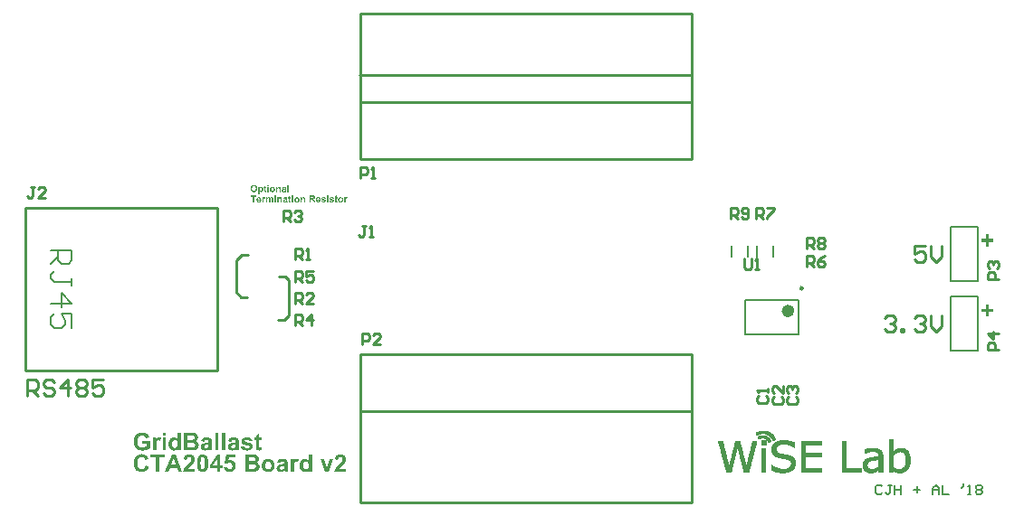
<source format=gto>
G04*
G04 #@! TF.GenerationSoftware,Altium Limited,Altium Designer,18.0.11 (651)*
G04*
G04 Layer_Color=65535*
%FSLAX25Y25*%
%MOIN*%
G70*
G01*
G75*
%ADD10C,0.02362*%
%ADD11C,0.00984*%
%ADD12C,0.00787*%
%ADD13C,0.01000*%
%ADD14C,0.00100*%
%ADD15C,0.00600*%
%ADD16C,0.00700*%
G36*
X-132664Y-54249D02*
X-133892D01*
Y-53113D01*
X-132664D01*
Y-54249D01*
D02*
G37*
G36*
X-141165Y-53022D02*
X-141064Y-53031D01*
X-140945Y-53040D01*
X-140817Y-53058D01*
X-140679Y-53077D01*
X-140377Y-53132D01*
X-140066Y-53223D01*
X-139919Y-53278D01*
X-139772Y-53351D01*
X-139626Y-53425D01*
X-139498Y-53516D01*
X-139488Y-53525D01*
X-139470Y-53544D01*
X-139434Y-53571D01*
X-139388Y-53608D01*
X-139333Y-53663D01*
X-139269Y-53718D01*
X-139205Y-53791D01*
X-139131Y-53873D01*
X-139058Y-53974D01*
X-138985Y-54075D01*
X-138911Y-54185D01*
X-138847Y-54313D01*
X-138783Y-54441D01*
X-138719Y-54588D01*
X-138664Y-54735D01*
X-138628Y-54899D01*
X-139910Y-55138D01*
Y-55128D01*
X-139919Y-55119D01*
X-139937Y-55064D01*
X-139974Y-54973D01*
X-140029Y-54872D01*
X-140093Y-54753D01*
X-140185Y-54625D01*
X-140295Y-54506D01*
X-140423Y-54396D01*
X-140441Y-54387D01*
X-140487Y-54350D01*
X-140569Y-54304D01*
X-140679Y-54258D01*
X-140817Y-54203D01*
X-140972Y-54167D01*
X-141156Y-54130D01*
X-141357Y-54121D01*
X-141440D01*
X-141495Y-54130D01*
X-141568Y-54139D01*
X-141650Y-54148D01*
X-141742Y-54167D01*
X-141843Y-54185D01*
X-142053Y-54249D01*
X-142172Y-54295D01*
X-142282Y-54350D01*
X-142392Y-54414D01*
X-142502Y-54478D01*
X-142603Y-54570D01*
X-142704Y-54661D01*
X-142713Y-54670D01*
X-142722Y-54689D01*
X-142750Y-54716D01*
X-142777Y-54762D01*
X-142814Y-54817D01*
X-142859Y-54890D01*
X-142905Y-54973D01*
X-142951Y-55064D01*
X-142997Y-55165D01*
X-143043Y-55284D01*
X-143079Y-55422D01*
X-143125Y-55559D01*
X-143152Y-55715D01*
X-143180Y-55880D01*
X-143189Y-56063D01*
X-143198Y-56255D01*
Y-56264D01*
Y-56301D01*
Y-56365D01*
X-143189Y-56438D01*
X-143180Y-56539D01*
X-143171Y-56649D01*
X-143152Y-56768D01*
X-143134Y-56896D01*
X-143079Y-57180D01*
X-142988Y-57464D01*
X-142923Y-57602D01*
X-142859Y-57730D01*
X-142786Y-57858D01*
X-142694Y-57968D01*
X-142685Y-57977D01*
X-142667Y-57995D01*
X-142640Y-58023D01*
X-142603Y-58060D01*
X-142548Y-58096D01*
X-142493Y-58151D01*
X-142420Y-58197D01*
X-142337Y-58252D01*
X-142246Y-58307D01*
X-142154Y-58353D01*
X-141925Y-58444D01*
X-141797Y-58481D01*
X-141669Y-58508D01*
X-141522Y-58527D01*
X-141376Y-58536D01*
X-141302D01*
X-141220Y-58527D01*
X-141119Y-58518D01*
X-140991Y-58499D01*
X-140853Y-58472D01*
X-140707Y-58435D01*
X-140560Y-58380D01*
X-140551D01*
X-140542Y-58371D01*
X-140487Y-58353D01*
X-140414Y-58316D01*
X-140313Y-58270D01*
X-140203Y-58215D01*
X-140084Y-58151D01*
X-139965Y-58078D01*
X-139855Y-57995D01*
Y-57180D01*
X-141330D01*
Y-56099D01*
X-138545D01*
Y-58655D01*
X-138563Y-58673D01*
X-138591Y-58692D01*
X-138618Y-58719D01*
X-138664Y-58756D01*
X-138719Y-58792D01*
X-138774Y-58838D01*
X-138847Y-58893D01*
X-139012Y-58994D01*
X-139214Y-59113D01*
X-139452Y-59232D01*
X-139727Y-59351D01*
X-139736D01*
X-139763Y-59360D01*
X-139800Y-59379D01*
X-139855Y-59397D01*
X-139928Y-59415D01*
X-140011Y-59443D01*
X-140102Y-59470D01*
X-140212Y-59498D01*
X-140322Y-59525D01*
X-140450Y-59553D01*
X-140716Y-59598D01*
X-141000Y-59635D01*
X-141293Y-59644D01*
X-141394D01*
X-141458Y-59635D01*
X-141550D01*
X-141650Y-59626D01*
X-141760Y-59608D01*
X-141888Y-59589D01*
X-142154Y-59544D01*
X-142456Y-59470D01*
X-142750Y-59360D01*
X-142896Y-59296D01*
X-143043Y-59223D01*
X-143052Y-59214D01*
X-143079Y-59205D01*
X-143116Y-59177D01*
X-143162Y-59140D01*
X-143226Y-59104D01*
X-143299Y-59049D01*
X-143372Y-58985D01*
X-143464Y-58912D01*
X-143638Y-58747D01*
X-143830Y-58536D01*
X-144004Y-58298D01*
X-144160Y-58023D01*
Y-58014D01*
X-144178Y-57986D01*
X-144197Y-57941D01*
X-144215Y-57886D01*
X-144243Y-57812D01*
X-144279Y-57721D01*
X-144316Y-57629D01*
X-144343Y-57510D01*
X-144380Y-57391D01*
X-144417Y-57263D01*
X-144481Y-56970D01*
X-144517Y-56649D01*
X-144536Y-56310D01*
Y-56301D01*
Y-56264D01*
Y-56209D01*
X-144527Y-56145D01*
Y-56054D01*
X-144517Y-55953D01*
X-144499Y-55843D01*
X-144481Y-55715D01*
X-144435Y-55440D01*
X-144362Y-55138D01*
X-144261Y-54835D01*
X-144197Y-54680D01*
X-144123Y-54533D01*
X-144114Y-54524D01*
X-144105Y-54496D01*
X-144078Y-54460D01*
X-144041Y-54405D01*
X-144004Y-54341D01*
X-143949Y-54267D01*
X-143885Y-54185D01*
X-143812Y-54093D01*
X-143730Y-53993D01*
X-143638Y-53901D01*
X-143537Y-53800D01*
X-143427Y-53699D01*
X-143308Y-53599D01*
X-143180Y-53507D01*
X-142896Y-53333D01*
X-142887D01*
X-142869Y-53315D01*
X-142832Y-53306D01*
X-142786Y-53278D01*
X-142722Y-53260D01*
X-142649Y-53232D01*
X-142566Y-53205D01*
X-142465Y-53168D01*
X-142365Y-53141D01*
X-142246Y-53113D01*
X-142117Y-53086D01*
X-141980Y-53058D01*
X-141687Y-53022D01*
X-141357Y-53013D01*
X-141238D01*
X-141165Y-53022D01*
D02*
G37*
G36*
X-127141Y-59525D02*
X-128286D01*
Y-58847D01*
X-128295Y-58866D01*
X-128332Y-58912D01*
X-128396Y-58985D01*
X-128478Y-59067D01*
X-128579Y-59159D01*
X-128689Y-59260D01*
X-128817Y-59351D01*
X-128964Y-59434D01*
X-128982Y-59443D01*
X-129028Y-59461D01*
X-129110Y-59498D01*
X-129202Y-59525D01*
X-129321Y-59562D01*
X-129458Y-59598D01*
X-129596Y-59617D01*
X-129742Y-59626D01*
X-129816D01*
X-129880Y-59617D01*
X-129944Y-59608D01*
X-130026Y-59589D01*
X-130118Y-59571D01*
X-130209Y-59544D01*
X-130319Y-59516D01*
X-130429Y-59470D01*
X-130539Y-59415D01*
X-130658Y-59351D01*
X-130768Y-59278D01*
X-130887Y-59196D01*
X-130997Y-59095D01*
X-131107Y-58985D01*
X-131116Y-58976D01*
X-131135Y-58957D01*
X-131162Y-58921D01*
X-131199Y-58866D01*
X-131235Y-58802D01*
X-131290Y-58719D01*
X-131336Y-58628D01*
X-131391Y-58518D01*
X-131446Y-58399D01*
X-131492Y-58261D01*
X-131547Y-58115D01*
X-131583Y-57959D01*
X-131620Y-57785D01*
X-131648Y-57602D01*
X-131666Y-57400D01*
X-131675Y-57189D01*
Y-57180D01*
Y-57134D01*
Y-57079D01*
X-131666Y-56997D01*
X-131657Y-56896D01*
X-131648Y-56786D01*
X-131629Y-56658D01*
X-131602Y-56521D01*
X-131538Y-56228D01*
X-131492Y-56081D01*
X-131446Y-55935D01*
X-131382Y-55788D01*
X-131309Y-55651D01*
X-131226Y-55513D01*
X-131125Y-55394D01*
X-131116Y-55385D01*
X-131098Y-55367D01*
X-131070Y-55339D01*
X-131025Y-55293D01*
X-130970Y-55247D01*
X-130906Y-55202D01*
X-130823Y-55147D01*
X-130741Y-55083D01*
X-130640Y-55028D01*
X-130539Y-54973D01*
X-130301Y-54872D01*
X-130164Y-54835D01*
X-130026Y-54808D01*
X-129880Y-54790D01*
X-129724Y-54780D01*
X-129651D01*
X-129596Y-54790D01*
X-129522Y-54799D01*
X-129449Y-54817D01*
X-129358Y-54835D01*
X-129266Y-54863D01*
X-129156Y-54899D01*
X-129046Y-54936D01*
X-128936Y-54991D01*
X-128826Y-55055D01*
X-128707Y-55128D01*
X-128588Y-55220D01*
X-128478Y-55312D01*
X-128368Y-55431D01*
Y-53113D01*
X-127141D01*
Y-59525D01*
D02*
G37*
G36*
X-135064Y-54790D02*
X-134964Y-54808D01*
X-134844Y-54835D01*
X-134707Y-54881D01*
X-134560Y-54936D01*
X-134414Y-55019D01*
X-134799Y-56081D01*
X-134808Y-56072D01*
X-134853Y-56054D01*
X-134908Y-56017D01*
X-134991Y-55980D01*
X-135073Y-55944D01*
X-135174Y-55907D01*
X-135275Y-55889D01*
X-135376Y-55880D01*
X-135422D01*
X-135467Y-55889D01*
X-135522Y-55898D01*
X-135596Y-55916D01*
X-135669Y-55944D01*
X-135742Y-55980D01*
X-135815Y-56026D01*
X-135825Y-56035D01*
X-135843Y-56054D01*
X-135880Y-56090D01*
X-135916Y-56145D01*
X-135962Y-56218D01*
X-136008Y-56310D01*
X-136054Y-56420D01*
X-136090Y-56548D01*
Y-56567D01*
X-136099Y-56594D01*
X-136109Y-56621D01*
X-136118Y-56667D01*
Y-56722D01*
X-136127Y-56796D01*
X-136136Y-56878D01*
X-136145Y-56979D01*
X-136154Y-57089D01*
X-136163Y-57217D01*
X-136173Y-57354D01*
X-136182Y-57510D01*
Y-57693D01*
X-136191Y-57886D01*
Y-58096D01*
Y-59525D01*
X-137418D01*
Y-54881D01*
X-136273D01*
Y-55541D01*
X-136264Y-55532D01*
X-136228Y-55476D01*
X-136173Y-55394D01*
X-136099Y-55293D01*
X-136026Y-55193D01*
X-135934Y-55083D01*
X-135852Y-54991D01*
X-135760Y-54927D01*
X-135751Y-54918D01*
X-135715Y-54899D01*
X-135669Y-54881D01*
X-135605Y-54854D01*
X-135522Y-54826D01*
X-135431Y-54799D01*
X-135330Y-54790D01*
X-135220Y-54780D01*
X-135147D01*
X-135064Y-54790D01*
D02*
G37*
G36*
X-102629Y-54790D02*
X-102537Y-54799D01*
X-102436Y-54808D01*
X-102326Y-54817D01*
X-102097Y-54854D01*
X-101868Y-54909D01*
X-101649Y-54991D01*
X-101548Y-55037D01*
X-101456Y-55092D01*
X-101447D01*
X-101438Y-55110D01*
X-101383Y-55147D01*
X-101301Y-55220D01*
X-101200Y-55321D01*
X-101090Y-55449D01*
X-100980Y-55605D01*
X-100888Y-55797D01*
X-100806Y-56008D01*
X-101960Y-56218D01*
Y-56209D01*
X-101978Y-56173D01*
X-101997Y-56127D01*
X-102024Y-56063D01*
X-102070Y-55999D01*
X-102116Y-55935D01*
X-102180Y-55861D01*
X-102253Y-55806D01*
X-102262Y-55797D01*
X-102290Y-55779D01*
X-102336Y-55761D01*
X-102400Y-55733D01*
X-102482Y-55705D01*
X-102583Y-55678D01*
X-102702Y-55669D01*
X-102839Y-55660D01*
X-102913D01*
X-103004Y-55669D01*
X-103105Y-55678D01*
X-103215Y-55696D01*
X-103334Y-55715D01*
X-103435Y-55751D01*
X-103526Y-55797D01*
X-103535D01*
X-103545Y-55815D01*
X-103591Y-55861D01*
X-103645Y-55944D01*
X-103655Y-55989D01*
X-103664Y-56044D01*
Y-56054D01*
Y-56063D01*
X-103645Y-56127D01*
X-103609Y-56200D01*
X-103581Y-56237D01*
X-103545Y-56273D01*
X-103535Y-56283D01*
X-103499Y-56292D01*
X-103481Y-56310D01*
X-103444Y-56319D01*
X-103398Y-56337D01*
X-103343Y-56365D01*
X-103270Y-56383D01*
X-103197Y-56411D01*
X-103105Y-56438D01*
X-102995Y-56466D01*
X-102876Y-56502D01*
X-102739Y-56539D01*
X-102583Y-56576D01*
X-102409Y-56621D01*
X-102400D01*
X-102363Y-56631D01*
X-102317Y-56640D01*
X-102253Y-56658D01*
X-102171Y-56686D01*
X-102079Y-56704D01*
X-101978Y-56741D01*
X-101868Y-56768D01*
X-101639Y-56850D01*
X-101420Y-56942D01*
X-101209Y-57043D01*
X-101117Y-57107D01*
X-101035Y-57162D01*
X-101016Y-57180D01*
X-100971Y-57226D01*
X-100916Y-57299D01*
X-100842Y-57400D01*
X-100769Y-57528D01*
X-100714Y-57684D01*
X-100668Y-57867D01*
X-100650Y-58078D01*
Y-58087D01*
Y-58105D01*
Y-58142D01*
X-100659Y-58188D01*
X-100668Y-58234D01*
X-100678Y-58298D01*
X-100714Y-58454D01*
X-100778Y-58618D01*
X-100824Y-58710D01*
X-100879Y-58802D01*
X-100943Y-58893D01*
X-101007Y-58985D01*
X-101099Y-59076D01*
X-101190Y-59168D01*
X-101200Y-59177D01*
X-101218Y-59186D01*
X-101245Y-59214D01*
X-101291Y-59241D01*
X-101346Y-59278D01*
X-101410Y-59315D01*
X-101493Y-59351D01*
X-101584Y-59397D01*
X-101694Y-59443D01*
X-101804Y-59479D01*
X-101942Y-59516D01*
X-102079Y-59553D01*
X-102235Y-59580D01*
X-102400Y-59608D01*
X-102574Y-59617D01*
X-102766Y-59626D01*
X-102858D01*
X-102922Y-59617D01*
X-103004D01*
X-103096Y-59608D01*
X-103197Y-59598D01*
X-103306Y-59580D01*
X-103545Y-59534D01*
X-103801Y-59470D01*
X-104039Y-59379D01*
X-104268Y-59250D01*
X-104278Y-59241D01*
X-104296Y-59232D01*
X-104323Y-59214D01*
X-104360Y-59177D01*
X-104452Y-59095D01*
X-104561Y-58976D01*
X-104681Y-58829D01*
X-104800Y-58646D01*
X-104900Y-58444D01*
X-104983Y-58206D01*
X-103746Y-58014D01*
Y-58032D01*
X-103728Y-58069D01*
X-103709Y-58133D01*
X-103682Y-58215D01*
X-103636Y-58307D01*
X-103581Y-58389D01*
X-103517Y-58481D01*
X-103435Y-58554D01*
X-103426Y-58563D01*
X-103389Y-58582D01*
X-103334Y-58609D01*
X-103261Y-58646D01*
X-103169Y-58683D01*
X-103050Y-58710D01*
X-102922Y-58728D01*
X-102766Y-58737D01*
X-102684D01*
X-102601Y-58728D01*
X-102500Y-58719D01*
X-102381Y-58692D01*
X-102262Y-58664D01*
X-102152Y-58618D01*
X-102052Y-58563D01*
X-102042Y-58554D01*
X-102024Y-58545D01*
X-101997Y-58518D01*
X-101969Y-58481D01*
X-101942Y-58435D01*
X-101914Y-58380D01*
X-101896Y-58316D01*
X-101887Y-58243D01*
Y-58234D01*
Y-58215D01*
X-101896Y-58160D01*
X-101923Y-58078D01*
X-101978Y-58005D01*
X-101997Y-57986D01*
X-102024Y-57977D01*
X-102061Y-57950D01*
X-102116Y-57931D01*
X-102189Y-57904D01*
X-102281Y-57876D01*
X-102391Y-57849D01*
X-102409D01*
X-102455Y-57831D01*
X-102528Y-57812D01*
X-102629Y-57794D01*
X-102748Y-57766D01*
X-102876Y-57730D01*
X-103023Y-57693D01*
X-103178Y-57647D01*
X-103499Y-57556D01*
X-103655Y-57510D01*
X-103801Y-57455D01*
X-103948Y-57409D01*
X-104076Y-57354D01*
X-104177Y-57299D01*
X-104268Y-57253D01*
X-104278Y-57244D01*
X-104296Y-57235D01*
X-104314Y-57217D01*
X-104351Y-57180D01*
X-104442Y-57098D01*
X-104534Y-56979D01*
X-104635Y-56832D01*
X-104726Y-56658D01*
X-104763Y-56557D01*
X-104781Y-56447D01*
X-104800Y-56328D01*
X-104809Y-56209D01*
Y-56200D01*
Y-56182D01*
Y-56154D01*
X-104800Y-56109D01*
X-104790Y-56054D01*
X-104781Y-55999D01*
X-104754Y-55852D01*
X-104699Y-55696D01*
X-104607Y-55522D01*
X-104561Y-55440D01*
X-104497Y-55357D01*
X-104424Y-55275D01*
X-104342Y-55193D01*
X-104332Y-55183D01*
X-104323Y-55174D01*
X-104287Y-55156D01*
X-104250Y-55128D01*
X-104204Y-55101D01*
X-104140Y-55064D01*
X-104067Y-55028D01*
X-103975Y-54982D01*
X-103884Y-54945D01*
X-103774Y-54909D01*
X-103645Y-54872D01*
X-103517Y-54844D01*
X-103371Y-54817D01*
X-103215Y-54799D01*
X-103041Y-54780D01*
X-102702D01*
X-102629Y-54790D01*
D02*
G37*
G36*
X-107511D02*
X-107429D01*
X-107255Y-54808D01*
X-107053Y-54826D01*
X-106851Y-54863D01*
X-106659Y-54918D01*
X-106577Y-54945D01*
X-106494Y-54982D01*
X-106485D01*
X-106476Y-54991D01*
X-106430Y-55019D01*
X-106357Y-55055D01*
X-106274Y-55119D01*
X-106174Y-55183D01*
X-106082Y-55275D01*
X-106000Y-55367D01*
X-105926Y-55476D01*
X-105917Y-55495D01*
X-105899Y-55532D01*
X-105871Y-55614D01*
X-105862Y-55660D01*
X-105844Y-55724D01*
X-105825Y-55797D01*
X-105816Y-55870D01*
X-105798Y-55962D01*
X-105789Y-56063D01*
X-105780Y-56173D01*
X-105771Y-56301D01*
X-105761Y-56429D01*
Y-56576D01*
X-105780Y-58005D01*
Y-58014D01*
Y-58032D01*
Y-58060D01*
Y-58105D01*
Y-58215D01*
X-105771Y-58344D01*
Y-58499D01*
X-105752Y-58646D01*
X-105743Y-58792D01*
X-105725Y-58912D01*
Y-58921D01*
X-105716Y-58957D01*
X-105697Y-59021D01*
X-105670Y-59095D01*
X-105642Y-59186D01*
X-105596Y-59287D01*
X-105551Y-59406D01*
X-105496Y-59525D01*
X-106714D01*
Y-59516D01*
X-106723Y-59507D01*
X-106732Y-59470D01*
X-106751Y-59434D01*
X-106769Y-59388D01*
X-106787Y-59324D01*
X-106806Y-59250D01*
X-106833Y-59168D01*
Y-59159D01*
X-106842Y-59150D01*
X-106851Y-59104D01*
X-106870Y-59058D01*
X-106879Y-59021D01*
X-106897Y-59031D01*
X-106934Y-59067D01*
X-106998Y-59122D01*
X-107080Y-59196D01*
X-107181Y-59269D01*
X-107291Y-59342D01*
X-107419Y-59415D01*
X-107548Y-59479D01*
X-107566Y-59489D01*
X-107612Y-59498D01*
X-107685Y-59525D01*
X-107777Y-59553D01*
X-107896Y-59580D01*
X-108024Y-59598D01*
X-108161Y-59617D01*
X-108317Y-59626D01*
X-108381D01*
X-108436Y-59617D01*
X-108491D01*
X-108564Y-59608D01*
X-108729Y-59580D01*
X-108903Y-59534D01*
X-109096Y-59461D01*
X-109279Y-59369D01*
X-109444Y-59241D01*
Y-59232D01*
X-109462Y-59223D01*
X-109508Y-59168D01*
X-109572Y-59086D01*
X-109645Y-58976D01*
X-109719Y-58829D01*
X-109783Y-58664D01*
X-109828Y-58472D01*
X-109838Y-58371D01*
X-109847Y-58261D01*
Y-58252D01*
Y-58243D01*
Y-58197D01*
X-109838Y-58124D01*
X-109819Y-58023D01*
X-109801Y-57922D01*
X-109774Y-57803D01*
X-109728Y-57684D01*
X-109664Y-57565D01*
X-109654Y-57547D01*
X-109627Y-57510D01*
X-109590Y-57455D01*
X-109526Y-57391D01*
X-109453Y-57318D01*
X-109361Y-57235D01*
X-109260Y-57162D01*
X-109141Y-57098D01*
X-109123Y-57089D01*
X-109077Y-57070D01*
X-109004Y-57043D01*
X-108894Y-56997D01*
X-108757Y-56951D01*
X-108583Y-56906D01*
X-108390Y-56850D01*
X-108161Y-56805D01*
X-108152D01*
X-108125Y-56796D01*
X-108079Y-56786D01*
X-108024Y-56777D01*
X-107951Y-56768D01*
X-107877Y-56750D01*
X-107694Y-56704D01*
X-107493Y-56658D01*
X-107300Y-56612D01*
X-107117Y-56557D01*
X-107044Y-56530D01*
X-106971Y-56502D01*
Y-56383D01*
Y-56365D01*
Y-56328D01*
X-106980Y-56264D01*
X-106989Y-56182D01*
X-107016Y-56099D01*
X-107044Y-56017D01*
X-107090Y-55944D01*
X-107154Y-55879D01*
X-107163Y-55870D01*
X-107190Y-55852D01*
X-107236Y-55834D01*
X-107300Y-55797D01*
X-107392Y-55770D01*
X-107502Y-55751D01*
X-107639Y-55733D01*
X-107804Y-55724D01*
X-107859D01*
X-107914Y-55733D01*
X-107987Y-55742D01*
X-108070Y-55761D01*
X-108161Y-55779D01*
X-108244Y-55815D01*
X-108317Y-55861D01*
X-108326Y-55870D01*
X-108344Y-55889D01*
X-108381Y-55916D01*
X-108418Y-55962D01*
X-108473Y-56026D01*
X-108519Y-56109D01*
X-108564Y-56200D01*
X-108610Y-56310D01*
X-109719Y-56109D01*
Y-56099D01*
X-109709Y-56081D01*
X-109700Y-56044D01*
X-109682Y-55999D01*
X-109664Y-55944D01*
X-109636Y-55879D01*
X-109572Y-55733D01*
X-109480Y-55568D01*
X-109370Y-55403D01*
X-109233Y-55247D01*
X-109077Y-55110D01*
X-109068D01*
X-109059Y-55092D01*
X-109031Y-55083D01*
X-108995Y-55055D01*
X-108940Y-55037D01*
X-108885Y-55009D01*
X-108812Y-54973D01*
X-108738Y-54945D01*
X-108647Y-54918D01*
X-108546Y-54881D01*
X-108427Y-54854D01*
X-108308Y-54835D01*
X-108170Y-54808D01*
X-108033Y-54799D01*
X-107877Y-54780D01*
X-107575D01*
X-107511Y-54790D01*
D02*
G37*
G36*
X-110790Y-59525D02*
X-112018D01*
Y-53113D01*
X-110790D01*
Y-59525D01*
D02*
G37*
G36*
X-113273D02*
X-114500D01*
Y-53113D01*
X-113273D01*
Y-59525D01*
D02*
G37*
G36*
X-117449Y-54790D02*
X-117367D01*
X-117193Y-54808D01*
X-116992Y-54826D01*
X-116790Y-54863D01*
X-116598Y-54918D01*
X-116515Y-54945D01*
X-116433Y-54982D01*
X-116424D01*
X-116414Y-54991D01*
X-116369Y-55019D01*
X-116295Y-55055D01*
X-116213Y-55119D01*
X-116112Y-55183D01*
X-116021Y-55275D01*
X-115938Y-55367D01*
X-115865Y-55476D01*
X-115856Y-55495D01*
X-115837Y-55532D01*
X-115810Y-55614D01*
X-115801Y-55660D01*
X-115782Y-55724D01*
X-115764Y-55797D01*
X-115755Y-55870D01*
X-115737Y-55962D01*
X-115727Y-56063D01*
X-115718Y-56173D01*
X-115709Y-56301D01*
X-115700Y-56429D01*
Y-56576D01*
X-115718Y-58005D01*
Y-58014D01*
Y-58032D01*
Y-58060D01*
Y-58105D01*
Y-58215D01*
X-115709Y-58344D01*
Y-58499D01*
X-115691Y-58646D01*
X-115682Y-58792D01*
X-115663Y-58912D01*
Y-58921D01*
X-115654Y-58957D01*
X-115636Y-59021D01*
X-115608Y-59095D01*
X-115581Y-59186D01*
X-115535Y-59287D01*
X-115489Y-59406D01*
X-115434Y-59525D01*
X-116653Y-59525D01*
Y-59516D01*
X-116662Y-59507D01*
X-116671Y-59470D01*
X-116689Y-59434D01*
X-116708Y-59388D01*
X-116726Y-59324D01*
X-116744Y-59250D01*
X-116772Y-59168D01*
Y-59159D01*
X-116781Y-59150D01*
X-116790Y-59104D01*
X-116808Y-59058D01*
X-116817Y-59021D01*
X-116836Y-59031D01*
X-116873Y-59067D01*
X-116937Y-59122D01*
X-117019Y-59196D01*
X-117120Y-59269D01*
X-117230Y-59342D01*
X-117358Y-59415D01*
X-117486Y-59479D01*
X-117505Y-59489D01*
X-117550Y-59498D01*
X-117624Y-59525D01*
X-117715Y-59553D01*
X-117834Y-59580D01*
X-117963Y-59598D01*
X-118100Y-59617D01*
X-118256Y-59626D01*
X-118320D01*
X-118375Y-59617D01*
X-118430D01*
X-118503Y-59608D01*
X-118668Y-59580D01*
X-118842Y-59534D01*
X-119034Y-59461D01*
X-119217Y-59369D01*
X-119382Y-59241D01*
Y-59232D01*
X-119401Y-59223D01*
X-119446Y-59168D01*
X-119510Y-59086D01*
X-119584Y-58976D01*
X-119657Y-58829D01*
X-119721Y-58664D01*
X-119767Y-58472D01*
X-119776Y-58371D01*
X-119785Y-58261D01*
Y-58252D01*
Y-58243D01*
Y-58197D01*
X-119776Y-58124D01*
X-119758Y-58023D01*
X-119740Y-57922D01*
X-119712Y-57803D01*
X-119666Y-57684D01*
X-119602Y-57565D01*
X-119593Y-57547D01*
X-119565Y-57510D01*
X-119529Y-57455D01*
X-119465Y-57391D01*
X-119392Y-57318D01*
X-119300Y-57235D01*
X-119199Y-57162D01*
X-119080Y-57098D01*
X-119062Y-57089D01*
X-119016Y-57070D01*
X-118943Y-57043D01*
X-118833Y-56997D01*
X-118695Y-56951D01*
X-118521Y-56906D01*
X-118329Y-56850D01*
X-118100Y-56805D01*
X-118091D01*
X-118063Y-56796D01*
X-118017Y-56786D01*
X-117963Y-56777D01*
X-117889Y-56768D01*
X-117816Y-56750D01*
X-117633Y-56704D01*
X-117431Y-56658D01*
X-117239Y-56612D01*
X-117056Y-56557D01*
X-116982Y-56530D01*
X-116909Y-56502D01*
Y-56383D01*
Y-56365D01*
Y-56328D01*
X-116918Y-56264D01*
X-116927Y-56182D01*
X-116955Y-56099D01*
X-116982Y-56017D01*
X-117028Y-55944D01*
X-117092Y-55880D01*
X-117102Y-55870D01*
X-117129Y-55852D01*
X-117175Y-55834D01*
X-117239Y-55797D01*
X-117331Y-55770D01*
X-117440Y-55751D01*
X-117578Y-55733D01*
X-117743Y-55724D01*
X-117798D01*
X-117853Y-55733D01*
X-117926Y-55742D01*
X-118008Y-55761D01*
X-118100Y-55779D01*
X-118182Y-55815D01*
X-118256Y-55861D01*
X-118265Y-55870D01*
X-118283Y-55889D01*
X-118320Y-55916D01*
X-118356Y-55962D01*
X-118411Y-56026D01*
X-118457Y-56109D01*
X-118503Y-56200D01*
X-118549Y-56310D01*
X-119657Y-56109D01*
Y-56099D01*
X-119648Y-56081D01*
X-119639Y-56044D01*
X-119621Y-55999D01*
X-119602Y-55944D01*
X-119575Y-55880D01*
X-119510Y-55733D01*
X-119419Y-55568D01*
X-119309Y-55403D01*
X-119172Y-55247D01*
X-119016Y-55110D01*
X-119007D01*
X-118998Y-55092D01*
X-118970Y-55083D01*
X-118933Y-55055D01*
X-118878Y-55037D01*
X-118824Y-55009D01*
X-118750Y-54973D01*
X-118677Y-54945D01*
X-118585Y-54918D01*
X-118485Y-54881D01*
X-118366Y-54854D01*
X-118246Y-54835D01*
X-118109Y-54808D01*
X-117972Y-54799D01*
X-117816Y-54780D01*
X-117514D01*
X-117449Y-54790D01*
D02*
G37*
G36*
X-122927Y-53122D02*
X-122744Y-53132D01*
X-122561Y-53141D01*
X-122378Y-53159D01*
X-122222Y-53177D01*
X-122204D01*
X-122158Y-53187D01*
X-122084Y-53205D01*
X-121993Y-53232D01*
X-121892Y-53269D01*
X-121782Y-53315D01*
X-121663Y-53370D01*
X-121553Y-53443D01*
X-121544Y-53452D01*
X-121498Y-53480D01*
X-121443Y-53525D01*
X-121379Y-53590D01*
X-121297Y-53663D01*
X-121214Y-53754D01*
X-121132Y-53864D01*
X-121059Y-53983D01*
X-121049Y-54002D01*
X-121031Y-54038D01*
X-120994Y-54112D01*
X-120958Y-54203D01*
X-120921Y-54313D01*
X-120885Y-54432D01*
X-120866Y-54579D01*
X-120857Y-54725D01*
Y-54735D01*
Y-54744D01*
Y-54799D01*
X-120866Y-54890D01*
X-120885Y-55000D01*
X-120921Y-55119D01*
X-120958Y-55266D01*
X-121022Y-55403D01*
X-121104Y-55550D01*
X-121114Y-55568D01*
X-121150Y-55614D01*
X-121205Y-55678D01*
X-121278Y-55761D01*
X-121370Y-55852D01*
X-121489Y-55944D01*
X-121617Y-56035D01*
X-121764Y-56118D01*
X-121755D01*
X-121736Y-56127D01*
X-121709Y-56136D01*
X-121663Y-56154D01*
X-121562Y-56191D01*
X-121434Y-56255D01*
X-121288Y-56338D01*
X-121141Y-56438D01*
X-120994Y-56557D01*
X-120866Y-56704D01*
X-120848Y-56722D01*
X-120811Y-56777D01*
X-120765Y-56860D01*
X-120701Y-56979D01*
X-120646Y-57116D01*
X-120591Y-57281D01*
X-120555Y-57464D01*
X-120546Y-57666D01*
Y-57675D01*
Y-57684D01*
Y-57739D01*
X-120555Y-57831D01*
X-120573Y-57941D01*
X-120601Y-58069D01*
X-120637Y-58206D01*
X-120683Y-58362D01*
X-120756Y-58518D01*
X-120765Y-58536D01*
X-120793Y-58582D01*
X-120839Y-58664D01*
X-120903Y-58756D01*
X-120985Y-58857D01*
X-121077Y-58966D01*
X-121187Y-59076D01*
X-121315Y-59177D01*
X-121333Y-59186D01*
X-121379Y-59214D01*
X-121452Y-59260D01*
X-121553Y-59305D01*
X-121681Y-59360D01*
X-121828Y-59415D01*
X-121993Y-59452D01*
X-122176Y-59489D01*
X-122213D01*
X-122249Y-59498D01*
X-122341D01*
X-122414Y-59507D01*
X-122588D01*
X-122698Y-59516D01*
X-122964D01*
X-123129Y-59525D01*
X-125913D01*
Y-53113D01*
X-123101D01*
X-122927Y-53122D01*
D02*
G37*
G36*
X-132664Y-59525D02*
X-133892D01*
Y-54881D01*
X-132664D01*
Y-59525D01*
D02*
G37*
G36*
X-98287Y-54881D02*
X-97444D01*
Y-55861D01*
X-98287D01*
Y-57739D01*
Y-57748D01*
Y-57766D01*
Y-57794D01*
Y-57831D01*
Y-57922D01*
Y-58032D01*
X-98278Y-58151D01*
Y-58252D01*
Y-58344D01*
X-98269Y-58380D01*
Y-58399D01*
X-98259Y-58417D01*
X-98241Y-58454D01*
X-98213Y-58499D01*
X-98159Y-58554D01*
X-98140Y-58563D01*
X-98104Y-58582D01*
X-98030Y-58600D01*
X-97948Y-58609D01*
X-97911D01*
X-97875Y-58600D01*
X-97820Y-58591D01*
X-97746Y-58582D01*
X-97664Y-58563D01*
X-97563Y-58536D01*
X-97453Y-58499D01*
X-97343Y-59443D01*
X-97352D01*
X-97362Y-59452D01*
X-97417Y-59470D01*
X-97508Y-59498D01*
X-97627Y-59534D01*
X-97774Y-59571D01*
X-97939Y-59598D01*
X-98113Y-59617D01*
X-98314Y-59626D01*
X-98369D01*
X-98433Y-59617D01*
X-98516Y-59608D01*
X-98607Y-59598D01*
X-98708Y-59580D01*
X-98818Y-59553D01*
X-98919Y-59516D01*
X-98928Y-59507D01*
X-98965Y-59498D01*
X-99010Y-59470D01*
X-99065Y-59443D01*
X-99194Y-59351D01*
X-99258Y-59296D01*
X-99313Y-59232D01*
X-99322Y-59223D01*
X-99331Y-59196D01*
X-99349Y-59159D01*
X-99377Y-59104D01*
X-99404Y-59040D01*
X-99432Y-58957D01*
X-99459Y-58866D01*
X-99478Y-58756D01*
Y-58747D01*
X-99487Y-58710D01*
Y-58655D01*
X-99496Y-58563D01*
X-99505Y-58444D01*
Y-58298D01*
X-99514Y-58206D01*
Y-58105D01*
Y-58005D01*
Y-57886D01*
Y-55861D01*
X-100082D01*
Y-54881D01*
X-99514D01*
Y-53956D01*
X-98287Y-53232D01*
Y-54881D01*
D02*
G37*
G36*
X-141348Y-60936D02*
X-141247Y-60945D01*
X-141128Y-60963D01*
X-141000Y-60982D01*
X-140853Y-61009D01*
X-140707Y-61046D01*
X-140551Y-61101D01*
X-140395Y-61156D01*
X-140231Y-61220D01*
X-140075Y-61302D01*
X-139919Y-61394D01*
X-139763Y-61504D01*
X-139626Y-61623D01*
X-139617D01*
X-139608Y-61641D01*
X-139580Y-61669D01*
X-139553Y-61696D01*
X-139516Y-61742D01*
X-139479Y-61797D01*
X-139424Y-61852D01*
X-139379Y-61925D01*
X-139269Y-62090D01*
X-139159Y-62292D01*
X-139058Y-62530D01*
X-138966Y-62805D01*
X-140249Y-63107D01*
Y-63098D01*
X-140258Y-63089D01*
Y-63061D01*
X-140276Y-63024D01*
X-140304Y-62933D01*
X-140349Y-62823D01*
X-140423Y-62695D01*
X-140505Y-62566D01*
X-140606Y-62447D01*
X-140734Y-62328D01*
X-140753Y-62319D01*
X-140798Y-62282D01*
X-140872Y-62237D01*
X-140972Y-62182D01*
X-141101Y-62127D01*
X-141247Y-62081D01*
X-141421Y-62044D01*
X-141604Y-62035D01*
X-141669D01*
X-141724Y-62044D01*
X-141788Y-62053D01*
X-141852Y-62063D01*
X-142017Y-62099D01*
X-142200Y-62163D01*
X-142392Y-62255D01*
X-142493Y-62310D01*
X-142585Y-62374D01*
X-142676Y-62456D01*
X-142759Y-62548D01*
X-142768Y-62557D01*
X-142777Y-62576D01*
X-142795Y-62603D01*
X-142823Y-62649D01*
X-142859Y-62704D01*
X-142896Y-62768D01*
X-142933Y-62850D01*
X-142979Y-62951D01*
X-143015Y-63052D01*
X-143061Y-63180D01*
X-143098Y-63318D01*
X-143125Y-63464D01*
X-143162Y-63629D01*
X-143180Y-63803D01*
X-143189Y-63995D01*
X-143198Y-64206D01*
Y-64215D01*
Y-64261D01*
Y-64325D01*
X-143189Y-64398D01*
Y-64499D01*
X-143171Y-64618D01*
X-143162Y-64737D01*
X-143143Y-64875D01*
X-143088Y-65159D01*
X-143015Y-65443D01*
X-142969Y-65580D01*
X-142905Y-65708D01*
X-142841Y-65827D01*
X-142768Y-65928D01*
X-142759Y-65937D01*
X-142750Y-65946D01*
X-142722Y-65974D01*
X-142685Y-66010D01*
X-142649Y-66047D01*
X-142594Y-66093D01*
X-142456Y-66185D01*
X-142301Y-66276D01*
X-142099Y-66359D01*
X-141879Y-66423D01*
X-141760Y-66432D01*
X-141632Y-66441D01*
X-141577D01*
X-141540Y-66432D01*
X-141449Y-66423D01*
X-141321Y-66404D01*
X-141183Y-66359D01*
X-141037Y-66304D01*
X-140890Y-66230D01*
X-140743Y-66120D01*
X-140725Y-66102D01*
X-140679Y-66056D01*
X-140615Y-65974D01*
X-140533Y-65864D01*
X-140450Y-65717D01*
X-140359Y-65543D01*
X-140276Y-65324D01*
X-140203Y-65076D01*
X-138948Y-65461D01*
Y-65470D01*
X-138957Y-65507D01*
X-138976Y-65562D01*
X-139003Y-65635D01*
X-139040Y-65727D01*
X-139076Y-65827D01*
X-139122Y-65937D01*
X-139177Y-66056D01*
X-139314Y-66313D01*
X-139479Y-66569D01*
X-139681Y-66817D01*
X-139800Y-66936D01*
X-139919Y-67036D01*
X-139928Y-67046D01*
X-139946Y-67055D01*
X-139983Y-67082D01*
X-140038Y-67119D01*
X-140102Y-67155D01*
X-140185Y-67201D01*
X-140276Y-67247D01*
X-140377Y-67293D01*
X-140496Y-67339D01*
X-140624Y-67384D01*
X-140762Y-67430D01*
X-140918Y-67467D01*
X-141073Y-67504D01*
X-141247Y-67531D01*
X-141421Y-67540D01*
X-141614Y-67549D01*
X-141669D01*
X-141733Y-67540D01*
X-141824Y-67531D01*
X-141934Y-67522D01*
X-142062Y-67504D01*
X-142200Y-67476D01*
X-142356Y-67440D01*
X-142520Y-67394D01*
X-142694Y-67339D01*
X-142869Y-67265D01*
X-143043Y-67183D01*
X-143217Y-67082D01*
X-143391Y-66963D01*
X-143565Y-66835D01*
X-143720Y-66679D01*
X-143730Y-66670D01*
X-143757Y-66643D01*
X-143794Y-66588D01*
X-143849Y-66523D01*
X-143913Y-66432D01*
X-143977Y-66322D01*
X-144050Y-66203D01*
X-144123Y-66056D01*
X-144206Y-65891D01*
X-144279Y-65717D01*
X-144343Y-65516D01*
X-144407Y-65305D01*
X-144462Y-65076D01*
X-144499Y-64838D01*
X-144527Y-64572D01*
X-144536Y-64298D01*
Y-64288D01*
Y-64279D01*
Y-64224D01*
X-144527Y-64142D01*
Y-64032D01*
X-144508Y-63904D01*
X-144490Y-63748D01*
X-144462Y-63574D01*
X-144435Y-63391D01*
X-144389Y-63189D01*
X-144334Y-62988D01*
X-144270Y-62786D01*
X-144188Y-62576D01*
X-144096Y-62374D01*
X-143986Y-62173D01*
X-143858Y-61989D01*
X-143711Y-61815D01*
X-143702Y-61806D01*
X-143675Y-61779D01*
X-143629Y-61733D01*
X-143565Y-61678D01*
X-143482Y-61605D01*
X-143382Y-61531D01*
X-143262Y-61458D01*
X-143134Y-61366D01*
X-142979Y-61284D01*
X-142823Y-61211D01*
X-142640Y-61128D01*
X-142447Y-61064D01*
X-142236Y-61009D01*
X-142017Y-60963D01*
X-141788Y-60936D01*
X-141540Y-60927D01*
X-141430D01*
X-141348Y-60936D01*
D02*
G37*
G36*
X-78886Y-67440D02*
X-80031D01*
Y-66762D01*
X-80040Y-66780D01*
X-80077Y-66826D01*
X-80141Y-66899D01*
X-80223Y-66982D01*
X-80324Y-67073D01*
X-80434Y-67174D01*
X-80562Y-67265D01*
X-80709Y-67348D01*
X-80727Y-67357D01*
X-80773Y-67375D01*
X-80855Y-67412D01*
X-80947Y-67440D01*
X-81066Y-67476D01*
X-81203Y-67513D01*
X-81341Y-67531D01*
X-81487Y-67540D01*
X-81561D01*
X-81625Y-67531D01*
X-81689Y-67522D01*
X-81771Y-67504D01*
X-81863Y-67485D01*
X-81954Y-67458D01*
X-82064Y-67430D01*
X-82174Y-67384D01*
X-82284Y-67330D01*
X-82403Y-67265D01*
X-82513Y-67192D01*
X-82632Y-67110D01*
X-82742Y-67009D01*
X-82852Y-66899D01*
X-82861Y-66890D01*
X-82880Y-66872D01*
X-82907Y-66835D01*
X-82944Y-66780D01*
X-82981Y-66716D01*
X-83035Y-66633D01*
X-83081Y-66542D01*
X-83136Y-66432D01*
X-83191Y-66313D01*
X-83237Y-66175D01*
X-83292Y-66029D01*
X-83328Y-65873D01*
X-83365Y-65699D01*
X-83393Y-65516D01*
X-83411Y-65314D01*
X-83420Y-65104D01*
Y-65095D01*
Y-65049D01*
Y-64994D01*
X-83411Y-64911D01*
X-83402Y-64811D01*
X-83393Y-64701D01*
X-83374Y-64572D01*
X-83347Y-64435D01*
X-83283Y-64142D01*
X-83237Y-63995D01*
X-83191Y-63849D01*
X-83127Y-63702D01*
X-83054Y-63565D01*
X-82971Y-63427D01*
X-82871Y-63308D01*
X-82861Y-63299D01*
X-82843Y-63281D01*
X-82816Y-63253D01*
X-82770Y-63208D01*
X-82715Y-63162D01*
X-82651Y-63116D01*
X-82568Y-63061D01*
X-82486Y-62997D01*
X-82385Y-62942D01*
X-82284Y-62887D01*
X-82046Y-62786D01*
X-81909Y-62749D01*
X-81771Y-62722D01*
X-81625Y-62704D01*
X-81469Y-62695D01*
X-81396D01*
X-81341Y-62704D01*
X-81268Y-62713D01*
X-81194Y-62731D01*
X-81103Y-62749D01*
X-81011Y-62777D01*
X-80901Y-62814D01*
X-80791Y-62850D01*
X-80681Y-62905D01*
X-80571Y-62969D01*
X-80452Y-63043D01*
X-80333Y-63134D01*
X-80223Y-63226D01*
X-80113Y-63345D01*
Y-61027D01*
X-78886D01*
Y-67440D01*
D02*
G37*
G36*
X-84327Y-62704D02*
X-84226Y-62722D01*
X-84107Y-62749D01*
X-83970Y-62795D01*
X-83823Y-62850D01*
X-83677Y-62933D01*
X-84061Y-63995D01*
X-84070Y-63986D01*
X-84116Y-63968D01*
X-84171Y-63931D01*
X-84254Y-63895D01*
X-84336Y-63858D01*
X-84437Y-63821D01*
X-84538Y-63803D01*
X-84638Y-63794D01*
X-84684D01*
X-84730Y-63803D01*
X-84785Y-63812D01*
X-84858Y-63830D01*
X-84932Y-63858D01*
X-85005Y-63895D01*
X-85078Y-63940D01*
X-85087Y-63950D01*
X-85106Y-63968D01*
X-85142Y-64004D01*
X-85179Y-64059D01*
X-85225Y-64133D01*
X-85271Y-64224D01*
X-85316Y-64334D01*
X-85353Y-64463D01*
Y-64481D01*
X-85362Y-64508D01*
X-85371Y-64536D01*
X-85380Y-64582D01*
Y-64636D01*
X-85390Y-64710D01*
X-85399Y-64792D01*
X-85408Y-64893D01*
X-85417Y-65003D01*
X-85426Y-65131D01*
X-85435Y-65269D01*
X-85444Y-65424D01*
Y-65608D01*
X-85454Y-65800D01*
Y-66010D01*
Y-67440D01*
X-86681D01*
Y-62795D01*
X-85536D01*
Y-63455D01*
X-85527Y-63446D01*
X-85490Y-63391D01*
X-85435Y-63308D01*
X-85362Y-63208D01*
X-85289Y-63107D01*
X-85197Y-62997D01*
X-85115Y-62905D01*
X-85023Y-62841D01*
X-85014Y-62832D01*
X-84977Y-62814D01*
X-84932Y-62795D01*
X-84867Y-62768D01*
X-84785Y-62740D01*
X-84693Y-62713D01*
X-84593Y-62704D01*
X-84483Y-62695D01*
X-84409D01*
X-84327Y-62704D01*
D02*
G37*
G36*
X-72813Y-67440D02*
X-73921D01*
X-75790Y-62795D01*
X-74498D01*
X-73628Y-65168D01*
X-73372Y-65965D01*
X-73362Y-65956D01*
X-73353Y-65919D01*
X-73335Y-65864D01*
X-73317Y-65800D01*
X-73271Y-65662D01*
X-73252Y-65608D01*
X-73243Y-65562D01*
Y-65553D01*
X-73234Y-65525D01*
X-73225Y-65488D01*
X-73207Y-65443D01*
X-73188Y-65378D01*
X-73170Y-65314D01*
X-73115Y-65168D01*
X-72236Y-62795D01*
X-70972D01*
X-72813Y-67440D01*
D02*
G37*
G36*
X-107218Y-62255D02*
X-109535D01*
X-109728Y-63345D01*
X-109719D01*
X-109709Y-63336D01*
X-109654Y-63308D01*
X-109572Y-63281D01*
X-109471Y-63235D01*
X-109343Y-63198D01*
X-109205Y-63171D01*
X-109050Y-63143D01*
X-108894Y-63134D01*
X-108812D01*
X-108757Y-63143D01*
X-108683Y-63153D01*
X-108601Y-63162D01*
X-108509Y-63180D01*
X-108409Y-63208D01*
X-108189Y-63281D01*
X-108079Y-63327D01*
X-107960Y-63391D01*
X-107841Y-63455D01*
X-107722Y-63537D01*
X-107612Y-63629D01*
X-107502Y-63739D01*
X-107493Y-63748D01*
X-107474Y-63766D01*
X-107447Y-63803D01*
X-107410Y-63849D01*
X-107374Y-63904D01*
X-107319Y-63977D01*
X-107273Y-64059D01*
X-107218Y-64151D01*
X-107163Y-64261D01*
X-107117Y-64380D01*
X-107062Y-64508D01*
X-107026Y-64646D01*
X-106989Y-64792D01*
X-106961Y-64948D01*
X-106943Y-65113D01*
X-106934Y-65287D01*
Y-65296D01*
Y-65324D01*
Y-65360D01*
X-106943Y-65424D01*
X-106952Y-65488D01*
X-106961Y-65571D01*
X-106971Y-65662D01*
X-106989Y-65763D01*
X-107044Y-65983D01*
X-107126Y-66221D01*
X-107181Y-66340D01*
X-107245Y-66469D01*
X-107319Y-66588D01*
X-107401Y-66707D01*
X-107410Y-66716D01*
X-107429Y-66743D01*
X-107465Y-66789D01*
X-107511Y-66835D01*
X-107575Y-66908D01*
X-107658Y-66972D01*
X-107749Y-67055D01*
X-107850Y-67128D01*
X-107969Y-67211D01*
X-108097Y-67293D01*
X-108244Y-67357D01*
X-108390Y-67421D01*
X-108564Y-67476D01*
X-108738Y-67522D01*
X-108931Y-67549D01*
X-109132Y-67559D01*
X-109215D01*
X-109279Y-67549D01*
X-109352Y-67540D01*
X-109444Y-67531D01*
X-109545Y-67522D01*
X-109645Y-67504D01*
X-109874Y-67449D01*
X-110122Y-67357D01*
X-110241Y-67311D01*
X-110360Y-67247D01*
X-110470Y-67174D01*
X-110580Y-67091D01*
X-110589Y-67082D01*
X-110607Y-67073D01*
X-110635Y-67046D01*
X-110671Y-67000D01*
X-110708Y-66954D01*
X-110763Y-66899D01*
X-110818Y-66826D01*
X-110873Y-66752D01*
X-110928Y-66661D01*
X-110983Y-66569D01*
X-111092Y-66349D01*
X-111184Y-66093D01*
X-111212Y-65956D01*
X-111239Y-65809D01*
X-110012Y-65681D01*
Y-65699D01*
X-110003Y-65754D01*
X-109984Y-65827D01*
X-109957Y-65919D01*
X-109920Y-66029D01*
X-109865Y-66139D01*
X-109792Y-66240D01*
X-109709Y-66340D01*
X-109700Y-66349D01*
X-109664Y-66377D01*
X-109609Y-66413D01*
X-109535Y-66459D01*
X-109453Y-66505D01*
X-109352Y-66542D01*
X-109233Y-66569D01*
X-109114Y-66578D01*
X-109096D01*
X-109050Y-66569D01*
X-108976Y-66560D01*
X-108885Y-66542D01*
X-108784Y-66505D01*
X-108674Y-66450D01*
X-108564Y-66368D01*
X-108464Y-66267D01*
X-108454Y-66249D01*
X-108418Y-66203D01*
X-108381Y-66130D01*
X-108326Y-66029D01*
X-108280Y-65891D01*
X-108235Y-65727D01*
X-108207Y-65534D01*
X-108198Y-65314D01*
Y-65305D01*
Y-65287D01*
Y-65259D01*
Y-65214D01*
X-108207Y-65113D01*
X-108235Y-64975D01*
X-108262Y-64829D01*
X-108308Y-64682D01*
X-108372Y-64545D01*
X-108464Y-64417D01*
X-108473Y-64407D01*
X-108509Y-64371D01*
X-108573Y-64325D01*
X-108647Y-64261D01*
X-108748Y-64206D01*
X-108867Y-64160D01*
X-109004Y-64124D01*
X-109151Y-64114D01*
X-109205D01*
X-109242Y-64124D01*
X-109343Y-64142D01*
X-109471Y-64169D01*
X-109618Y-64224D01*
X-109774Y-64307D01*
X-109856Y-64362D01*
X-109938Y-64426D01*
X-110021Y-64499D01*
X-110103Y-64582D01*
X-111092Y-64444D01*
X-110460Y-61110D01*
X-107218D01*
Y-62255D01*
D02*
G37*
G36*
X-68214Y-61018D02*
X-68132Y-61027D01*
X-68041Y-61037D01*
X-67940Y-61055D01*
X-67830Y-61073D01*
X-67592Y-61137D01*
X-67344Y-61229D01*
X-67225Y-61284D01*
X-67106Y-61348D01*
X-66996Y-61431D01*
X-66886Y-61522D01*
X-66877Y-61531D01*
X-66859Y-61550D01*
X-66831Y-61577D01*
X-66804Y-61614D01*
X-66758Y-61659D01*
X-66712Y-61724D01*
X-66667Y-61797D01*
X-66611Y-61870D01*
X-66511Y-62063D01*
X-66419Y-62273D01*
X-66392Y-62392D01*
X-66364Y-62521D01*
X-66346Y-62658D01*
X-66337Y-62795D01*
Y-62805D01*
Y-62814D01*
Y-62869D01*
X-66346Y-62951D01*
X-66355Y-63061D01*
X-66373Y-63189D01*
X-66401Y-63327D01*
X-66438Y-63473D01*
X-66492Y-63620D01*
X-66502Y-63638D01*
X-66520Y-63684D01*
X-66557Y-63766D01*
X-66611Y-63867D01*
X-66685Y-63986D01*
X-66767Y-64124D01*
X-66868Y-64279D01*
X-66987Y-64435D01*
X-66996Y-64444D01*
X-67033Y-64490D01*
X-67088Y-64554D01*
X-67170Y-64646D01*
X-67280Y-64756D01*
X-67418Y-64902D01*
X-67592Y-65058D01*
X-67793Y-65250D01*
X-67802Y-65259D01*
X-67821Y-65269D01*
X-67848Y-65296D01*
X-67885Y-65333D01*
X-67986Y-65424D01*
X-68105Y-65534D01*
X-68233Y-65653D01*
X-68352Y-65772D01*
X-68462Y-65873D01*
X-68498Y-65919D01*
X-68535Y-65956D01*
X-68544Y-65965D01*
X-68563Y-65983D01*
X-68590Y-66020D01*
X-68627Y-66066D01*
X-68709Y-66175D01*
X-68783Y-66294D01*
X-66337D01*
Y-67440D01*
X-70642D01*
Y-67430D01*
Y-67412D01*
X-70633Y-67375D01*
X-70624Y-67330D01*
X-70614Y-67275D01*
X-70605Y-67201D01*
X-70569Y-67046D01*
X-70514Y-66862D01*
X-70440Y-66652D01*
X-70349Y-66441D01*
X-70230Y-66221D01*
Y-66212D01*
X-70211Y-66194D01*
X-70193Y-66157D01*
X-70157Y-66111D01*
X-70120Y-66056D01*
X-70065Y-65983D01*
X-70001Y-65901D01*
X-69928Y-65809D01*
X-69836Y-65699D01*
X-69735Y-65589D01*
X-69625Y-65461D01*
X-69497Y-65324D01*
X-69360Y-65177D01*
X-69204Y-65021D01*
X-69030Y-64856D01*
X-68847Y-64682D01*
X-68837Y-64673D01*
X-68810Y-64646D01*
X-68773Y-64609D01*
X-68718Y-64554D01*
X-68645Y-64499D01*
X-68572Y-64426D01*
X-68407Y-64261D01*
X-68233Y-64087D01*
X-68068Y-63913D01*
X-67995Y-63840D01*
X-67931Y-63757D01*
X-67876Y-63693D01*
X-67830Y-63638D01*
X-67821Y-63620D01*
X-67793Y-63574D01*
X-67747Y-63501D01*
X-67702Y-63400D01*
X-67656Y-63281D01*
X-67610Y-63162D01*
X-67582Y-63024D01*
X-67573Y-62887D01*
Y-62878D01*
Y-62869D01*
Y-62823D01*
X-67582Y-62740D01*
X-67601Y-62649D01*
X-67628Y-62548D01*
X-67665Y-62447D01*
X-67720Y-62347D01*
X-67793Y-62255D01*
X-67802Y-62246D01*
X-67830Y-62218D01*
X-67885Y-62182D01*
X-67949Y-62136D01*
X-68041Y-62099D01*
X-68141Y-62063D01*
X-68269Y-62035D01*
X-68407Y-62026D01*
X-68471D01*
X-68535Y-62035D01*
X-68627Y-62053D01*
X-68718Y-62081D01*
X-68819Y-62127D01*
X-68920Y-62182D01*
X-69011Y-62264D01*
X-69021Y-62273D01*
X-69048Y-62310D01*
X-69085Y-62365D01*
X-69131Y-62447D01*
X-69176Y-62548D01*
X-69213Y-62685D01*
X-69250Y-62841D01*
X-69268Y-63024D01*
X-70495Y-62905D01*
Y-62896D01*
X-70486Y-62859D01*
Y-62814D01*
X-70468Y-62740D01*
X-70450Y-62658D01*
X-70431Y-62566D01*
X-70404Y-62456D01*
X-70376Y-62347D01*
X-70285Y-62108D01*
X-70166Y-61870D01*
X-70092Y-61751D01*
X-70010Y-61650D01*
X-69918Y-61550D01*
X-69818Y-61458D01*
X-69808Y-61449D01*
X-69790Y-61440D01*
X-69763Y-61412D01*
X-69717Y-61385D01*
X-69653Y-61357D01*
X-69589Y-61311D01*
X-69506Y-61275D01*
X-69424Y-61229D01*
X-69323Y-61192D01*
X-69213Y-61147D01*
X-69094Y-61110D01*
X-68966Y-61082D01*
X-68682Y-61027D01*
X-68526Y-61018D01*
X-68370Y-61009D01*
X-68279D01*
X-68214Y-61018D01*
D02*
G37*
G36*
X-89585Y-62704D02*
X-89502D01*
X-89328Y-62722D01*
X-89127Y-62740D01*
X-88925Y-62777D01*
X-88733Y-62832D01*
X-88651Y-62859D01*
X-88568Y-62896D01*
X-88559D01*
X-88550Y-62905D01*
X-88504Y-62933D01*
X-88431Y-62969D01*
X-88348Y-63033D01*
X-88248Y-63098D01*
X-88156Y-63189D01*
X-88073Y-63281D01*
X-88000Y-63391D01*
X-87991Y-63409D01*
X-87973Y-63446D01*
X-87945Y-63528D01*
X-87936Y-63574D01*
X-87918Y-63638D01*
X-87899Y-63711D01*
X-87890Y-63785D01*
X-87872Y-63876D01*
X-87863Y-63977D01*
X-87854Y-64087D01*
X-87844Y-64215D01*
X-87835Y-64343D01*
Y-64490D01*
X-87854Y-65919D01*
Y-65928D01*
Y-65946D01*
Y-65974D01*
Y-66020D01*
Y-66130D01*
X-87844Y-66258D01*
Y-66413D01*
X-87826Y-66560D01*
X-87817Y-66707D01*
X-87799Y-66826D01*
Y-66835D01*
X-87789Y-66872D01*
X-87771Y-66936D01*
X-87744Y-67009D01*
X-87716Y-67101D01*
X-87670Y-67201D01*
X-87625Y-67320D01*
X-87570Y-67440D01*
X-88788D01*
Y-67430D01*
X-88797Y-67421D01*
X-88806Y-67384D01*
X-88824Y-67348D01*
X-88843Y-67302D01*
X-88861Y-67238D01*
X-88880Y-67165D01*
X-88907Y-67082D01*
Y-67073D01*
X-88916Y-67064D01*
X-88925Y-67018D01*
X-88944Y-66972D01*
X-88953Y-66936D01*
X-88971Y-66945D01*
X-89008Y-66982D01*
X-89072Y-67036D01*
X-89154Y-67110D01*
X-89255Y-67183D01*
X-89365Y-67256D01*
X-89493Y-67330D01*
X-89622Y-67394D01*
X-89640Y-67403D01*
X-89686Y-67412D01*
X-89759Y-67440D01*
X-89850Y-67467D01*
X-89970Y-67494D01*
X-90098Y-67513D01*
X-90235Y-67531D01*
X-90391Y-67540D01*
X-90455D01*
X-90510Y-67531D01*
X-90565D01*
X-90638Y-67522D01*
X-90803Y-67494D01*
X-90977Y-67449D01*
X-91170Y-67375D01*
X-91353Y-67284D01*
X-91518Y-67155D01*
Y-67146D01*
X-91536Y-67137D01*
X-91582Y-67082D01*
X-91646Y-67000D01*
X-91719Y-66890D01*
X-91792Y-66743D01*
X-91856Y-66578D01*
X-91902Y-66386D01*
X-91912Y-66285D01*
X-91921Y-66175D01*
Y-66166D01*
Y-66157D01*
Y-66111D01*
X-91912Y-66038D01*
X-91893Y-65937D01*
X-91875Y-65837D01*
X-91847Y-65717D01*
X-91802Y-65598D01*
X-91737Y-65479D01*
X-91728Y-65461D01*
X-91701Y-65424D01*
X-91664Y-65369D01*
X-91600Y-65305D01*
X-91527Y-65232D01*
X-91435Y-65149D01*
X-91334Y-65076D01*
X-91215Y-65012D01*
X-91197Y-65003D01*
X-91151Y-64985D01*
X-91078Y-64957D01*
X-90968Y-64911D01*
X-90831Y-64865D01*
X-90657Y-64820D01*
X-90464Y-64765D01*
X-90235Y-64719D01*
X-90226D01*
X-90199Y-64710D01*
X-90153Y-64701D01*
X-90098Y-64692D01*
X-90025Y-64682D01*
X-89951Y-64664D01*
X-89768Y-64618D01*
X-89566Y-64572D01*
X-89374Y-64527D01*
X-89191Y-64472D01*
X-89118Y-64444D01*
X-89044Y-64417D01*
Y-64298D01*
Y-64279D01*
Y-64243D01*
X-89053Y-64179D01*
X-89063Y-64096D01*
X-89090Y-64014D01*
X-89118Y-63931D01*
X-89164Y-63858D01*
X-89228Y-63794D01*
X-89237Y-63785D01*
X-89264Y-63766D01*
X-89310Y-63748D01*
X-89374Y-63711D01*
X-89466Y-63684D01*
X-89576Y-63665D01*
X-89713Y-63647D01*
X-89878Y-63638D01*
X-89933D01*
X-89988Y-63647D01*
X-90061Y-63656D01*
X-90144Y-63675D01*
X-90235Y-63693D01*
X-90318Y-63730D01*
X-90391Y-63775D01*
X-90400Y-63785D01*
X-90418Y-63803D01*
X-90455Y-63830D01*
X-90492Y-63876D01*
X-90547Y-63940D01*
X-90592Y-64023D01*
X-90638Y-64114D01*
X-90684Y-64224D01*
X-91792Y-64023D01*
Y-64014D01*
X-91783Y-63995D01*
X-91774Y-63959D01*
X-91756Y-63913D01*
X-91737Y-63858D01*
X-91710Y-63794D01*
X-91646Y-63647D01*
X-91554Y-63482D01*
X-91444Y-63318D01*
X-91307Y-63162D01*
X-91151Y-63024D01*
X-91142D01*
X-91133Y-63006D01*
X-91105Y-62997D01*
X-91069Y-62969D01*
X-91014Y-62951D01*
X-90959Y-62924D01*
X-90886Y-62887D01*
X-90812Y-62859D01*
X-90721Y-62832D01*
X-90620Y-62795D01*
X-90501Y-62768D01*
X-90382Y-62749D01*
X-90244Y-62722D01*
X-90107Y-62713D01*
X-89951Y-62695D01*
X-89649D01*
X-89585Y-62704D01*
D02*
G37*
G36*
X-100531Y-61037D02*
X-100348Y-61046D01*
X-100165Y-61055D01*
X-99981Y-61073D01*
X-99826Y-61092D01*
X-99807D01*
X-99762Y-61101D01*
X-99688Y-61119D01*
X-99597Y-61147D01*
X-99496Y-61183D01*
X-99386Y-61229D01*
X-99267Y-61284D01*
X-99157Y-61357D01*
X-99148Y-61366D01*
X-99102Y-61394D01*
X-99047Y-61440D01*
X-98983Y-61504D01*
X-98901Y-61577D01*
X-98818Y-61669D01*
X-98736Y-61779D01*
X-98662Y-61898D01*
X-98653Y-61916D01*
X-98635Y-61953D01*
X-98598Y-62026D01*
X-98562Y-62117D01*
X-98525Y-62227D01*
X-98488Y-62347D01*
X-98470Y-62493D01*
X-98461Y-62640D01*
Y-62649D01*
Y-62658D01*
Y-62713D01*
X-98470Y-62805D01*
X-98488Y-62914D01*
X-98525Y-63033D01*
X-98562Y-63180D01*
X-98626Y-63318D01*
X-98708Y-63464D01*
X-98717Y-63482D01*
X-98754Y-63528D01*
X-98809Y-63592D01*
X-98882Y-63675D01*
X-98974Y-63766D01*
X-99093Y-63858D01*
X-99221Y-63950D01*
X-99368Y-64032D01*
X-99359D01*
X-99340Y-64041D01*
X-99313Y-64050D01*
X-99267Y-64069D01*
X-99166Y-64105D01*
X-99038Y-64169D01*
X-98891Y-64252D01*
X-98745Y-64353D01*
X-98598Y-64472D01*
X-98470Y-64618D01*
X-98452Y-64636D01*
X-98415Y-64692D01*
X-98369Y-64774D01*
X-98305Y-64893D01*
X-98250Y-65030D01*
X-98195Y-65195D01*
X-98159Y-65378D01*
X-98149Y-65580D01*
Y-65589D01*
Y-65598D01*
Y-65653D01*
X-98159Y-65745D01*
X-98177Y-65855D01*
X-98204Y-65983D01*
X-98241Y-66120D01*
X-98287Y-66276D01*
X-98360Y-66432D01*
X-98369Y-66450D01*
X-98397Y-66496D01*
X-98443Y-66578D01*
X-98507Y-66670D01*
X-98589Y-66771D01*
X-98681Y-66881D01*
X-98791Y-66991D01*
X-98919Y-67091D01*
X-98937Y-67101D01*
X-98983Y-67128D01*
X-99056Y-67174D01*
X-99157Y-67220D01*
X-99285Y-67275D01*
X-99432Y-67330D01*
X-99597Y-67366D01*
X-99780Y-67403D01*
X-99817D01*
X-99853Y-67412D01*
X-99945D01*
X-100018Y-67421D01*
X-100192D01*
X-100302Y-67430D01*
X-100568D01*
X-100733Y-67440D01*
X-103517D01*
Y-61027D01*
X-100705D01*
X-100531Y-61037D01*
D02*
G37*
G36*
X-112641Y-65076D02*
X-111844D01*
Y-66148D01*
X-112641D01*
Y-67440D01*
X-113831D01*
Y-66148D01*
X-116442Y-66148D01*
Y-65085D01*
X-113676Y-61009D01*
X-112641D01*
Y-65076D01*
D02*
G37*
G36*
X-123907Y-61018D02*
X-123825Y-61027D01*
X-123733Y-61037D01*
X-123633Y-61055D01*
X-123523Y-61073D01*
X-123284Y-61137D01*
X-123037Y-61229D01*
X-122918Y-61284D01*
X-122799Y-61348D01*
X-122689Y-61431D01*
X-122579Y-61522D01*
X-122570Y-61531D01*
X-122552Y-61550D01*
X-122524Y-61577D01*
X-122497Y-61614D01*
X-122451Y-61659D01*
X-122405Y-61724D01*
X-122359Y-61797D01*
X-122304Y-61870D01*
X-122204Y-62063D01*
X-122112Y-62273D01*
X-122084Y-62392D01*
X-122057Y-62521D01*
X-122039Y-62658D01*
X-122029Y-62795D01*
Y-62805D01*
Y-62814D01*
Y-62869D01*
X-122039Y-62951D01*
X-122048Y-63061D01*
X-122066Y-63189D01*
X-122094Y-63327D01*
X-122130Y-63473D01*
X-122185Y-63620D01*
X-122194Y-63638D01*
X-122213Y-63684D01*
X-122249Y-63766D01*
X-122304Y-63867D01*
X-122378Y-63986D01*
X-122460Y-64124D01*
X-122561Y-64279D01*
X-122680Y-64435D01*
X-122689Y-64444D01*
X-122726Y-64490D01*
X-122781Y-64554D01*
X-122863Y-64646D01*
X-122973Y-64756D01*
X-123110Y-64902D01*
X-123284Y-65058D01*
X-123486Y-65250D01*
X-123495Y-65259D01*
X-123513Y-65269D01*
X-123541Y-65296D01*
X-123578Y-65333D01*
X-123678Y-65424D01*
X-123797Y-65534D01*
X-123926Y-65653D01*
X-124045Y-65772D01*
X-124155Y-65873D01*
X-124191Y-65919D01*
X-124228Y-65956D01*
X-124237Y-65965D01*
X-124255Y-65983D01*
X-124283Y-66020D01*
X-124320Y-66066D01*
X-124402Y-66175D01*
X-124475Y-66294D01*
X-122029D01*
Y-67440D01*
X-126335D01*
Y-67430D01*
Y-67412D01*
X-126326Y-67375D01*
X-126316Y-67330D01*
X-126307Y-67275D01*
X-126298Y-67201D01*
X-126261Y-67046D01*
X-126207Y-66862D01*
X-126133Y-66652D01*
X-126042Y-66441D01*
X-125923Y-66221D01*
Y-66212D01*
X-125904Y-66194D01*
X-125886Y-66157D01*
X-125849Y-66111D01*
X-125813Y-66056D01*
X-125758Y-65983D01*
X-125694Y-65901D01*
X-125620Y-65809D01*
X-125529Y-65699D01*
X-125428Y-65589D01*
X-125318Y-65461D01*
X-125190Y-65324D01*
X-125052Y-65177D01*
X-124897Y-65021D01*
X-124723Y-64856D01*
X-124539Y-64682D01*
X-124530Y-64673D01*
X-124503Y-64646D01*
X-124466Y-64609D01*
X-124411Y-64554D01*
X-124338Y-64499D01*
X-124265Y-64426D01*
X-124100Y-64261D01*
X-123926Y-64087D01*
X-123761Y-63913D01*
X-123688Y-63840D01*
X-123623Y-63757D01*
X-123568Y-63693D01*
X-123523Y-63638D01*
X-123513Y-63620D01*
X-123486Y-63574D01*
X-123440Y-63501D01*
X-123394Y-63400D01*
X-123349Y-63281D01*
X-123303Y-63162D01*
X-123275Y-63024D01*
X-123266Y-62887D01*
Y-62878D01*
Y-62869D01*
Y-62823D01*
X-123275Y-62740D01*
X-123294Y-62649D01*
X-123321Y-62548D01*
X-123358Y-62447D01*
X-123413Y-62347D01*
X-123486Y-62255D01*
X-123495Y-62246D01*
X-123523Y-62218D01*
X-123578Y-62182D01*
X-123642Y-62136D01*
X-123733Y-62099D01*
X-123834Y-62063D01*
X-123962Y-62035D01*
X-124100Y-62026D01*
X-124164D01*
X-124228Y-62035D01*
X-124320Y-62053D01*
X-124411Y-62081D01*
X-124512Y-62127D01*
X-124613Y-62182D01*
X-124704Y-62264D01*
X-124713Y-62273D01*
X-124741Y-62310D01*
X-124777Y-62365D01*
X-124823Y-62447D01*
X-124869Y-62548D01*
X-124906Y-62685D01*
X-124942Y-62841D01*
X-124961Y-63024D01*
X-126188Y-62905D01*
Y-62896D01*
X-126179Y-62859D01*
Y-62814D01*
X-126161Y-62740D01*
X-126142Y-62658D01*
X-126124Y-62566D01*
X-126097Y-62456D01*
X-126069Y-62347D01*
X-125978Y-62108D01*
X-125858Y-61870D01*
X-125785Y-61751D01*
X-125703Y-61650D01*
X-125611Y-61550D01*
X-125510Y-61458D01*
X-125501Y-61449D01*
X-125483Y-61440D01*
X-125455Y-61412D01*
X-125410Y-61385D01*
X-125346Y-61357D01*
X-125281Y-61311D01*
X-125199Y-61275D01*
X-125117Y-61229D01*
X-125016Y-61192D01*
X-124906Y-61147D01*
X-124787Y-61110D01*
X-124659Y-61082D01*
X-124374Y-61027D01*
X-124219Y-61018D01*
X-124063Y-61009D01*
X-123971D01*
X-123907Y-61018D01*
D02*
G37*
G36*
X-126591Y-67440D02*
X-128002D01*
X-128551Y-65983D01*
X-131125D01*
X-131657Y-67440D01*
X-133022D01*
X-130530Y-61027D01*
X-129156D01*
X-126591Y-67440D01*
D02*
G37*
G36*
X-133205Y-62108D02*
X-135092D01*
Y-67440D01*
X-136383D01*
Y-62108D01*
X-138289D01*
Y-61027D01*
X-133205D01*
Y-62108D01*
D02*
G37*
G36*
X-94797Y-62704D02*
X-94705Y-62713D01*
X-94604Y-62731D01*
X-94485Y-62749D01*
X-94357Y-62777D01*
X-94229Y-62814D01*
X-94091Y-62859D01*
X-93945Y-62914D01*
X-93798Y-62988D01*
X-93652Y-63061D01*
X-93515Y-63153D01*
X-93377Y-63262D01*
X-93249Y-63382D01*
X-93240Y-63391D01*
X-93221Y-63409D01*
X-93185Y-63455D01*
X-93139Y-63501D01*
X-93093Y-63574D01*
X-93038Y-63656D01*
X-92974Y-63748D01*
X-92910Y-63858D01*
X-92846Y-63977D01*
X-92782Y-64105D01*
X-92727Y-64252D01*
X-92681Y-64398D01*
X-92635Y-64563D01*
X-92598Y-64737D01*
X-92580Y-64921D01*
X-92571Y-65113D01*
Y-65122D01*
Y-65159D01*
Y-65214D01*
X-92580Y-65287D01*
X-92589Y-65378D01*
X-92608Y-65479D01*
X-92626Y-65598D01*
X-92653Y-65717D01*
X-92690Y-65855D01*
X-92736Y-65992D01*
X-92791Y-66139D01*
X-92864Y-66285D01*
X-92937Y-66432D01*
X-93029Y-66578D01*
X-93139Y-66716D01*
X-93258Y-66853D01*
X-93267Y-66862D01*
X-93286Y-66881D01*
X-93331Y-66917D01*
X-93377Y-66963D01*
X-93450Y-67009D01*
X-93524Y-67073D01*
X-93624Y-67128D01*
X-93725Y-67192D01*
X-93844Y-67256D01*
X-93972Y-67320D01*
X-94119Y-67384D01*
X-94266Y-67430D01*
X-94431Y-67476D01*
X-94595Y-67513D01*
X-94779Y-67531D01*
X-94971Y-67540D01*
X-95035D01*
X-95081Y-67531D01*
X-95136D01*
X-95200Y-67522D01*
X-95356Y-67504D01*
X-95548Y-67467D01*
X-95749Y-67421D01*
X-95969Y-67348D01*
X-96189Y-67256D01*
X-96198D01*
X-96217Y-67247D01*
X-96244Y-67229D01*
X-96281Y-67201D01*
X-96391Y-67137D01*
X-96519Y-67046D01*
X-96656Y-66926D01*
X-96803Y-66780D01*
X-96940Y-66606D01*
X-97069Y-66413D01*
Y-66404D01*
X-97078Y-66386D01*
X-97096Y-66359D01*
X-97114Y-66313D01*
X-97133Y-66258D01*
X-97160Y-66194D01*
X-97188Y-66120D01*
X-97215Y-66038D01*
X-97243Y-65937D01*
X-97270Y-65837D01*
X-97316Y-65608D01*
X-97352Y-65342D01*
X-97362Y-65058D01*
Y-65049D01*
Y-65030D01*
Y-64994D01*
X-97352Y-64957D01*
Y-64902D01*
X-97343Y-64829D01*
X-97325Y-64682D01*
X-97288Y-64499D01*
X-97233Y-64298D01*
X-97169Y-64087D01*
X-97069Y-63876D01*
Y-63867D01*
X-97050Y-63849D01*
X-97041Y-63821D01*
X-97014Y-63785D01*
X-96940Y-63675D01*
X-96849Y-63547D01*
X-96730Y-63409D01*
X-96583Y-63262D01*
X-96409Y-63125D01*
X-96217Y-62997D01*
X-96207D01*
X-96189Y-62988D01*
X-96162Y-62969D01*
X-96116Y-62951D01*
X-96070Y-62924D01*
X-96006Y-62905D01*
X-95933Y-62878D01*
X-95850Y-62841D01*
X-95667Y-62786D01*
X-95456Y-62740D01*
X-95218Y-62704D01*
X-94971Y-62695D01*
X-94870D01*
X-94797Y-62704D01*
D02*
G37*
G36*
X-118970Y-61018D02*
X-118897Y-61027D01*
X-118805Y-61046D01*
X-118704Y-61064D01*
X-118595Y-61092D01*
X-118485Y-61128D01*
X-118366Y-61174D01*
X-118246Y-61229D01*
X-118127Y-61293D01*
X-118008Y-61366D01*
X-117889Y-61458D01*
X-117779Y-61559D01*
X-117678Y-61678D01*
X-117669Y-61687D01*
X-117651Y-61715D01*
X-117624Y-61760D01*
X-117578Y-61834D01*
X-117532Y-61916D01*
X-117477Y-62026D01*
X-117422Y-62154D01*
X-117358Y-62301D01*
X-117303Y-62466D01*
X-117248Y-62658D01*
X-117193Y-62878D01*
X-117147Y-63107D01*
X-117102Y-63372D01*
X-117074Y-63656D01*
X-117056Y-63959D01*
X-117046Y-64288D01*
Y-64298D01*
Y-64307D01*
Y-64334D01*
Y-64371D01*
Y-64463D01*
X-117056Y-64582D01*
X-117065Y-64737D01*
X-117083Y-64911D01*
X-117102Y-65095D01*
X-117129Y-65296D01*
X-117156Y-65516D01*
X-117202Y-65727D01*
X-117248Y-65946D01*
X-117312Y-66166D01*
X-117385Y-66368D01*
X-117468Y-66569D01*
X-117569Y-66743D01*
X-117678Y-66908D01*
X-117688Y-66917D01*
X-117706Y-66936D01*
X-117734Y-66972D01*
X-117770Y-67009D01*
X-117825Y-67055D01*
X-117889Y-67110D01*
X-117972Y-67174D01*
X-118054Y-67229D01*
X-118155Y-67293D01*
X-118265Y-67357D01*
X-118384Y-67412D01*
X-118512Y-67458D01*
X-118649Y-67494D01*
X-118796Y-67531D01*
X-118961Y-67549D01*
X-119126Y-67559D01*
X-119172D01*
X-119217Y-67549D01*
X-119281D01*
X-119364Y-67540D01*
X-119456Y-67522D01*
X-119556Y-67494D01*
X-119666Y-67467D01*
X-119785Y-67430D01*
X-119914Y-67384D01*
X-120033Y-67330D01*
X-120161Y-67256D01*
X-120289Y-67174D01*
X-120408Y-67082D01*
X-120527Y-66972D01*
X-120637Y-66844D01*
X-120646Y-66835D01*
X-120665Y-66807D01*
X-120692Y-66762D01*
X-120729Y-66698D01*
X-120765Y-66624D01*
X-120820Y-66514D01*
X-120866Y-66395D01*
X-120921Y-66249D01*
X-120976Y-66084D01*
X-121022Y-65901D01*
X-121077Y-65690D01*
X-121114Y-65461D01*
X-121150Y-65195D01*
X-121178Y-64921D01*
X-121196Y-64609D01*
X-121205Y-64279D01*
Y-64270D01*
Y-64261D01*
Y-64233D01*
Y-64197D01*
Y-64105D01*
X-121196Y-63986D01*
X-121187Y-63830D01*
X-121168Y-63666D01*
X-121150Y-63473D01*
X-121123Y-63272D01*
X-121095Y-63061D01*
X-121049Y-62841D01*
X-121004Y-62630D01*
X-120940Y-62411D01*
X-120866Y-62209D01*
X-120784Y-62008D01*
X-120692Y-61834D01*
X-120582Y-61669D01*
X-120573Y-61659D01*
X-120555Y-61641D01*
X-120527Y-61605D01*
X-120482Y-61568D01*
X-120436Y-61513D01*
X-120372Y-61458D01*
X-120289Y-61403D01*
X-120207Y-61339D01*
X-120106Y-61275D01*
X-119996Y-61220D01*
X-119877Y-61165D01*
X-119749Y-61110D01*
X-119611Y-61073D01*
X-119456Y-61037D01*
X-119300Y-61018D01*
X-119126Y-61009D01*
X-119034D01*
X-118970Y-61018D01*
D02*
G37*
G36*
X-94759Y37817D02*
X-95249D01*
Y38271D01*
X-94759D01*
Y37817D01*
D02*
G37*
G36*
X-90949Y37602D02*
X-90908Y37598D01*
X-90864Y37591D01*
X-90817Y37580D01*
X-90766Y37565D01*
X-90714Y37547D01*
X-90707Y37543D01*
X-90693Y37536D01*
X-90667Y37525D01*
X-90638Y37506D01*
X-90605Y37484D01*
X-90572Y37459D01*
X-90539Y37429D01*
X-90509Y37397D01*
X-90506Y37393D01*
X-90499Y37382D01*
X-90487Y37360D01*
X-90473Y37338D01*
X-90455Y37305D01*
X-90440Y37268D01*
X-90425Y37232D01*
X-90414Y37188D01*
Y37184D01*
X-90411Y37166D01*
X-90403Y37140D01*
X-90400Y37104D01*
X-90392Y37056D01*
X-90389Y37001D01*
X-90385Y36935D01*
Y36858D01*
Y35709D01*
X-90876D01*
Y36654D01*
Y36657D01*
Y36668D01*
Y36683D01*
Y36701D01*
Y36727D01*
Y36752D01*
X-90879Y36815D01*
X-90883Y36880D01*
X-90890Y36943D01*
X-90897Y37001D01*
X-90901Y37023D01*
X-90908Y37042D01*
Y37045D01*
X-90916Y37056D01*
X-90923Y37071D01*
X-90934Y37093D01*
X-90967Y37137D01*
X-90985Y37159D01*
X-91011Y37177D01*
X-91015Y37181D01*
X-91022Y37184D01*
X-91036Y37192D01*
X-91058Y37203D01*
X-91084Y37214D01*
X-91110Y37221D01*
X-91143Y37225D01*
X-91179Y37228D01*
X-91201D01*
X-91227Y37225D01*
X-91256Y37221D01*
X-91293Y37210D01*
X-91329Y37199D01*
X-91370Y37181D01*
X-91410Y37155D01*
X-91413Y37151D01*
X-91425Y37144D01*
X-91443Y37126D01*
X-91465Y37107D01*
X-91487Y37078D01*
X-91509Y37049D01*
X-91531Y37009D01*
X-91545Y36968D01*
Y36965D01*
X-91553Y36946D01*
X-91556Y36917D01*
X-91564Y36873D01*
X-91567Y36848D01*
X-91571Y36815D01*
X-91575Y36782D01*
Y36741D01*
X-91578Y36701D01*
X-91582Y36654D01*
Y36602D01*
Y36547D01*
Y35709D01*
X-92072D01*
Y37565D01*
X-91615D01*
Y37290D01*
X-91611Y37294D01*
X-91604Y37305D01*
X-91589Y37320D01*
X-91571Y37338D01*
X-91549Y37364D01*
X-91520Y37389D01*
X-91487Y37418D01*
X-91446Y37448D01*
X-91406Y37477D01*
X-91359Y37506D01*
X-91311Y37532D01*
X-91256Y37558D01*
X-91198Y37576D01*
X-91139Y37591D01*
X-91073Y37602D01*
X-91007Y37605D01*
X-90982D01*
X-90949Y37602D01*
D02*
G37*
G36*
X-97544D02*
X-97518Y37598D01*
X-97485Y37591D01*
X-97449Y37583D01*
X-97409Y37572D01*
X-97368Y37561D01*
X-97324Y37543D01*
X-97277Y37521D01*
X-97233Y37499D01*
X-97185Y37466D01*
X-97138Y37433D01*
X-97094Y37393D01*
X-97050Y37349D01*
X-97046Y37345D01*
X-97039Y37338D01*
X-97028Y37323D01*
X-97013Y37301D01*
X-96999Y37276D01*
X-96977Y37247D01*
X-96958Y37210D01*
X-96936Y37166D01*
X-96914Y37118D01*
X-96896Y37067D01*
X-96874Y37009D01*
X-96860Y36946D01*
X-96845Y36877D01*
X-96834Y36807D01*
X-96827Y36727D01*
X-96823Y36646D01*
Y36643D01*
Y36624D01*
Y36602D01*
X-96827Y36569D01*
X-96830Y36529D01*
X-96834Y36485D01*
X-96841Y36438D01*
X-96852Y36383D01*
X-96878Y36266D01*
X-96896Y36207D01*
X-96922Y36145D01*
X-96947Y36086D01*
X-96977Y36031D01*
X-97013Y35976D01*
X-97054Y35925D01*
X-97057Y35922D01*
X-97065Y35914D01*
X-97075Y35903D01*
X-97094Y35885D01*
X-97116Y35867D01*
X-97141Y35845D01*
X-97174Y35823D01*
X-97207Y35797D01*
X-97244Y35775D01*
X-97288Y35750D01*
X-97379Y35709D01*
X-97430Y35691D01*
X-97485Y35680D01*
X-97544Y35673D01*
X-97603Y35669D01*
X-97628D01*
X-97658Y35673D01*
X-97694Y35676D01*
X-97738Y35684D01*
X-97786Y35695D01*
X-97837Y35709D01*
X-97884Y35728D01*
X-97892Y35731D01*
X-97906Y35739D01*
X-97932Y35757D01*
X-97965Y35779D01*
X-98001Y35805D01*
X-98045Y35841D01*
X-98093Y35885D01*
X-98144Y35936D01*
Y34999D01*
X-98635D01*
Y37565D01*
X-98177D01*
Y37290D01*
X-98173Y37298D01*
X-98163Y37312D01*
X-98141Y37338D01*
X-98115Y37371D01*
X-98082Y37407D01*
X-98038Y37444D01*
X-97994Y37481D01*
X-97939Y37517D01*
X-97932Y37521D01*
X-97914Y37532D01*
X-97881Y37547D01*
X-97840Y37561D01*
X-97789Y37576D01*
X-97731Y37591D01*
X-97668Y37602D01*
X-97599Y37605D01*
X-97566D01*
X-97544Y37602D01*
D02*
G37*
G36*
X-87410Y35709D02*
X-87900D01*
Y38271D01*
X-87410D01*
Y35709D01*
D02*
G37*
G36*
X-89078Y37602D02*
X-89046D01*
X-88976Y37594D01*
X-88895Y37587D01*
X-88815Y37572D01*
X-88738Y37550D01*
X-88705Y37539D01*
X-88672Y37525D01*
X-88669D01*
X-88665Y37521D01*
X-88647Y37510D01*
X-88617Y37495D01*
X-88584Y37470D01*
X-88544Y37444D01*
X-88507Y37407D01*
X-88475Y37371D01*
X-88445Y37327D01*
X-88442Y37320D01*
X-88434Y37305D01*
X-88423Y37272D01*
X-88420Y37254D01*
X-88412Y37228D01*
X-88405Y37199D01*
X-88401Y37170D01*
X-88394Y37133D01*
X-88390Y37093D01*
X-88387Y37049D01*
X-88383Y36998D01*
X-88379Y36946D01*
Y36888D01*
X-88387Y36317D01*
Y36313D01*
Y36306D01*
Y36295D01*
Y36277D01*
Y36233D01*
X-88383Y36181D01*
Y36119D01*
X-88376Y36061D01*
X-88372Y36002D01*
X-88365Y35954D01*
Y35951D01*
X-88361Y35936D01*
X-88354Y35911D01*
X-88343Y35881D01*
X-88332Y35845D01*
X-88314Y35805D01*
X-88295Y35757D01*
X-88273Y35709D01*
X-88760D01*
Y35713D01*
X-88764Y35717D01*
X-88767Y35731D01*
X-88775Y35746D01*
X-88782Y35764D01*
X-88789Y35790D01*
X-88797Y35819D01*
X-88808Y35852D01*
Y35856D01*
X-88811Y35859D01*
X-88815Y35878D01*
X-88822Y35896D01*
X-88826Y35911D01*
X-88833Y35907D01*
X-88848Y35892D01*
X-88873Y35870D01*
X-88906Y35841D01*
X-88947Y35812D01*
X-88991Y35783D01*
X-89042Y35753D01*
X-89093Y35728D01*
X-89100Y35724D01*
X-89119Y35720D01*
X-89148Y35709D01*
X-89185Y35698D01*
X-89232Y35687D01*
X-89283Y35680D01*
X-89338Y35673D01*
X-89401Y35669D01*
X-89426D01*
X-89448Y35673D01*
X-89470D01*
X-89499Y35676D01*
X-89565Y35687D01*
X-89635Y35706D01*
X-89712Y35735D01*
X-89785Y35772D01*
X-89851Y35823D01*
Y35826D01*
X-89858Y35830D01*
X-89876Y35852D01*
X-89902Y35885D01*
X-89931Y35929D01*
X-89960Y35987D01*
X-89986Y36053D01*
X-90004Y36130D01*
X-90008Y36170D01*
X-90012Y36214D01*
Y36218D01*
Y36222D01*
Y36240D01*
X-90008Y36269D01*
X-90001Y36309D01*
X-89993Y36350D01*
X-89982Y36397D01*
X-89964Y36445D01*
X-89938Y36492D01*
X-89935Y36500D01*
X-89924Y36514D01*
X-89909Y36536D01*
X-89884Y36562D01*
X-89854Y36591D01*
X-89818Y36624D01*
X-89777Y36654D01*
X-89730Y36679D01*
X-89723Y36683D01*
X-89704Y36690D01*
X-89675Y36701D01*
X-89631Y36720D01*
X-89576Y36738D01*
X-89507Y36756D01*
X-89430Y36778D01*
X-89338Y36796D01*
X-89335D01*
X-89324Y36800D01*
X-89305Y36804D01*
X-89283Y36807D01*
X-89254Y36811D01*
X-89225Y36818D01*
X-89152Y36837D01*
X-89071Y36855D01*
X-88994Y36873D01*
X-88921Y36895D01*
X-88892Y36906D01*
X-88863Y36917D01*
Y36965D01*
Y36972D01*
Y36987D01*
X-88866Y37012D01*
X-88870Y37045D01*
X-88881Y37078D01*
X-88892Y37111D01*
X-88910Y37140D01*
X-88936Y37166D01*
X-88939Y37170D01*
X-88950Y37177D01*
X-88969Y37184D01*
X-88994Y37199D01*
X-89031Y37210D01*
X-89075Y37217D01*
X-89130Y37225D01*
X-89196Y37228D01*
X-89218D01*
X-89240Y37225D01*
X-89269Y37221D01*
X-89302Y37214D01*
X-89338Y37206D01*
X-89371Y37192D01*
X-89401Y37173D01*
X-89404Y37170D01*
X-89411Y37162D01*
X-89426Y37151D01*
X-89441Y37133D01*
X-89463Y37107D01*
X-89481Y37075D01*
X-89499Y37038D01*
X-89518Y36994D01*
X-89960Y37075D01*
Y37078D01*
X-89957Y37085D01*
X-89953Y37100D01*
X-89946Y37118D01*
X-89938Y37140D01*
X-89928Y37166D01*
X-89902Y37225D01*
X-89865Y37290D01*
X-89821Y37356D01*
X-89767Y37418D01*
X-89704Y37473D01*
X-89701D01*
X-89697Y37481D01*
X-89686Y37484D01*
X-89671Y37495D01*
X-89649Y37503D01*
X-89627Y37514D01*
X-89598Y37528D01*
X-89569Y37539D01*
X-89532Y37550D01*
X-89492Y37565D01*
X-89444Y37576D01*
X-89397Y37583D01*
X-89342Y37594D01*
X-89287Y37598D01*
X-89225Y37605D01*
X-89104D01*
X-89078Y37602D01*
D02*
G37*
G36*
X-94759Y35709D02*
X-95249D01*
Y37565D01*
X-94759D01*
Y35709D01*
D02*
G37*
G36*
X-93346Y37602D02*
X-93309Y37598D01*
X-93269Y37591D01*
X-93221Y37583D01*
X-93170Y37572D01*
X-93119Y37558D01*
X-93064Y37539D01*
X-93006Y37517D01*
X-92947Y37488D01*
X-92888Y37459D01*
X-92834Y37422D01*
X-92779Y37378D01*
X-92727Y37331D01*
X-92724Y37327D01*
X-92716Y37320D01*
X-92702Y37301D01*
X-92684Y37283D01*
X-92665Y37254D01*
X-92643Y37221D01*
X-92618Y37184D01*
X-92592Y37140D01*
X-92566Y37093D01*
X-92541Y37042D01*
X-92519Y36983D01*
X-92501Y36924D01*
X-92482Y36858D01*
X-92468Y36789D01*
X-92460Y36716D01*
X-92457Y36639D01*
Y36635D01*
Y36621D01*
Y36599D01*
X-92460Y36569D01*
X-92464Y36533D01*
X-92471Y36492D01*
X-92479Y36445D01*
X-92489Y36397D01*
X-92504Y36342D01*
X-92523Y36288D01*
X-92544Y36229D01*
X-92574Y36170D01*
X-92603Y36112D01*
X-92640Y36053D01*
X-92684Y35998D01*
X-92731Y35943D01*
X-92735Y35940D01*
X-92742Y35932D01*
X-92760Y35918D01*
X-92779Y35900D01*
X-92808Y35881D01*
X-92837Y35856D01*
X-92878Y35834D01*
X-92918Y35808D01*
X-92965Y35783D01*
X-93017Y35757D01*
X-93075Y35731D01*
X-93134Y35713D01*
X-93200Y35695D01*
X-93265Y35680D01*
X-93339Y35673D01*
X-93415Y35669D01*
X-93441D01*
X-93459Y35673D01*
X-93481D01*
X-93507Y35676D01*
X-93569Y35684D01*
X-93646Y35698D01*
X-93727Y35717D01*
X-93814Y35746D01*
X-93902Y35783D01*
X-93906D01*
X-93913Y35786D01*
X-93924Y35794D01*
X-93939Y35805D01*
X-93983Y35830D01*
X-94034Y35867D01*
X-94089Y35914D01*
X-94147Y35973D01*
X-94202Y36042D01*
X-94254Y36119D01*
Y36123D01*
X-94257Y36130D01*
X-94265Y36141D01*
X-94272Y36160D01*
X-94279Y36181D01*
X-94290Y36207D01*
X-94301Y36236D01*
X-94312Y36269D01*
X-94323Y36309D01*
X-94334Y36350D01*
X-94353Y36441D01*
X-94367Y36547D01*
X-94371Y36661D01*
Y36665D01*
Y36672D01*
Y36687D01*
X-94367Y36701D01*
Y36723D01*
X-94363Y36752D01*
X-94356Y36811D01*
X-94341Y36884D01*
X-94319Y36965D01*
X-94294Y37049D01*
X-94254Y37133D01*
Y37137D01*
X-94246Y37144D01*
X-94243Y37155D01*
X-94232Y37170D01*
X-94202Y37214D01*
X-94166Y37265D01*
X-94118Y37320D01*
X-94060Y37378D01*
X-93990Y37433D01*
X-93913Y37484D01*
X-93910D01*
X-93902Y37488D01*
X-93891Y37495D01*
X-93873Y37503D01*
X-93855Y37514D01*
X-93829Y37521D01*
X-93800Y37532D01*
X-93767Y37547D01*
X-93694Y37569D01*
X-93609Y37587D01*
X-93514Y37602D01*
X-93415Y37605D01*
X-93375D01*
X-93346Y37602D01*
D02*
G37*
G36*
X-95919Y37565D02*
X-95582D01*
Y37173D01*
X-95919D01*
Y36423D01*
Y36419D01*
Y36412D01*
Y36401D01*
Y36386D01*
Y36350D01*
Y36306D01*
X-95915Y36258D01*
Y36218D01*
Y36181D01*
X-95912Y36167D01*
Y36160D01*
X-95908Y36152D01*
X-95901Y36138D01*
X-95890Y36119D01*
X-95868Y36097D01*
X-95860Y36094D01*
X-95846Y36086D01*
X-95816Y36079D01*
X-95784Y36075D01*
X-95769D01*
X-95754Y36079D01*
X-95732Y36083D01*
X-95703Y36086D01*
X-95670Y36094D01*
X-95630Y36105D01*
X-95586Y36119D01*
X-95542Y35742D01*
X-95546D01*
X-95549Y35739D01*
X-95571Y35731D01*
X-95608Y35720D01*
X-95655Y35706D01*
X-95714Y35691D01*
X-95780Y35680D01*
X-95849Y35673D01*
X-95930Y35669D01*
X-95952D01*
X-95977Y35673D01*
X-96011Y35676D01*
X-96047Y35680D01*
X-96087Y35687D01*
X-96131Y35698D01*
X-96171Y35713D01*
X-96175Y35717D01*
X-96190Y35720D01*
X-96208Y35731D01*
X-96230Y35742D01*
X-96281Y35779D01*
X-96307Y35801D01*
X-96329Y35826D01*
X-96333Y35830D01*
X-96336Y35841D01*
X-96343Y35856D01*
X-96355Y35878D01*
X-96365Y35903D01*
X-96377Y35936D01*
X-96387Y35973D01*
X-96395Y36017D01*
Y36020D01*
X-96398Y36035D01*
Y36057D01*
X-96402Y36094D01*
X-96406Y36141D01*
Y36200D01*
X-96409Y36236D01*
Y36277D01*
Y36317D01*
Y36364D01*
Y37173D01*
X-96636D01*
Y37565D01*
X-96409D01*
Y37935D01*
X-95919Y38224D01*
Y37565D01*
D02*
G37*
G36*
X-100212Y38308D02*
X-100172D01*
X-100124Y38301D01*
X-100069Y38293D01*
X-100007Y38282D01*
X-99941Y38268D01*
X-99868Y38249D01*
X-99795Y38227D01*
X-99722Y38198D01*
X-99645Y38165D01*
X-99568Y38125D01*
X-99495Y38077D01*
X-99425Y38022D01*
X-99359Y37960D01*
X-99356Y37957D01*
X-99345Y37946D01*
X-99326Y37924D01*
X-99304Y37894D01*
X-99279Y37861D01*
X-99253Y37817D01*
X-99220Y37766D01*
X-99187Y37708D01*
X-99158Y37642D01*
X-99125Y37569D01*
X-99099Y37488D01*
X-99070Y37400D01*
X-99052Y37305D01*
X-99034Y37206D01*
X-99023Y37096D01*
X-99019Y36983D01*
Y36976D01*
Y36957D01*
X-99023Y36924D01*
Y36880D01*
X-99030Y36829D01*
X-99037Y36767D01*
X-99048Y36701D01*
X-99063Y36628D01*
X-99081Y36551D01*
X-99103Y36471D01*
X-99129Y36390D01*
X-99162Y36309D01*
X-99202Y36229D01*
X-99246Y36152D01*
X-99301Y36079D01*
X-99359Y36009D01*
X-99363Y36006D01*
X-99374Y35995D01*
X-99392Y35976D01*
X-99422Y35954D01*
X-99454Y35929D01*
X-99495Y35900D01*
X-99542Y35867D01*
X-99597Y35837D01*
X-99660Y35805D01*
X-99725Y35772D01*
X-99802Y35742D01*
X-99883Y35717D01*
X-99967Y35695D01*
X-100058Y35676D01*
X-100157Y35665D01*
X-100260Y35662D01*
X-100285D01*
X-100315Y35665D01*
X-100355Y35669D01*
X-100402Y35673D01*
X-100457Y35680D01*
X-100520Y35691D01*
X-100585Y35706D01*
X-100659Y35724D01*
X-100732Y35746D01*
X-100809Y35775D01*
X-100882Y35808D01*
X-100959Y35848D01*
X-101032Y35896D01*
X-101102Y35947D01*
X-101167Y36009D01*
X-101171Y36013D01*
X-101182Y36024D01*
X-101197Y36046D01*
X-101219Y36072D01*
X-101244Y36108D01*
X-101274Y36152D01*
X-101303Y36203D01*
X-101336Y36258D01*
X-101369Y36324D01*
X-101398Y36397D01*
X-101427Y36474D01*
X-101453Y36562D01*
X-101471Y36654D01*
X-101489Y36752D01*
X-101500Y36858D01*
X-101504Y36968D01*
Y36972D01*
Y36987D01*
Y37005D01*
X-101500Y37034D01*
Y37067D01*
X-101497Y37107D01*
X-101493Y37151D01*
X-101489Y37199D01*
X-101475Y37301D01*
X-101453Y37411D01*
X-101427Y37521D01*
X-101387Y37627D01*
Y37631D01*
X-101383Y37634D01*
X-101380Y37645D01*
X-101372Y37660D01*
X-101354Y37697D01*
X-101325Y37744D01*
X-101292Y37799D01*
X-101252Y37854D01*
X-101204Y37916D01*
X-101153Y37975D01*
X-101149Y37979D01*
X-101145Y37982D01*
X-101127Y38001D01*
X-101094Y38030D01*
X-101054Y38063D01*
X-101003Y38103D01*
X-100948Y38140D01*
X-100886Y38176D01*
X-100820Y38209D01*
X-100816D01*
X-100809Y38213D01*
X-100794Y38220D01*
X-100776Y38224D01*
X-100754Y38235D01*
X-100728Y38242D01*
X-100695Y38249D01*
X-100659Y38260D01*
X-100578Y38279D01*
X-100483Y38297D01*
X-100381Y38308D01*
X-100267Y38311D01*
X-100241D01*
X-100212Y38308D01*
D02*
G37*
G36*
X-72832Y34033D02*
X-73322Y34033D01*
Y34487D01*
X-72832Y34487D01*
Y34033D01*
D02*
G37*
G36*
X-85744Y34033D02*
X-86235D01*
Y34487D01*
X-85744D01*
Y34033D01*
D02*
G37*
G36*
X-92098D02*
X-92588D01*
Y34487D01*
X-92098D01*
Y34033D01*
D02*
G37*
G36*
X-93613Y33817D02*
X-93566Y33810D01*
X-93511Y33799D01*
X-93452Y33784D01*
X-93394Y33766D01*
X-93339Y33737D01*
X-93331Y33733D01*
X-93317Y33722D01*
X-93291Y33700D01*
X-93258Y33674D01*
X-93225Y33641D01*
X-93189Y33597D01*
X-93156Y33550D01*
X-93126Y33491D01*
X-93123Y33488D01*
X-93119Y33469D01*
X-93112Y33440D01*
X-93101Y33400D01*
X-93090Y33345D01*
X-93082Y33279D01*
X-93079Y33202D01*
X-93075Y33107D01*
Y31925D01*
X-93566D01*
Y32983D01*
Y32986D01*
Y32994D01*
Y33008D01*
Y33026D01*
Y33048D01*
X-93569Y33074D01*
X-93573Y33129D01*
X-93577Y33191D01*
X-93587Y33250D01*
X-93599Y33301D01*
X-93609Y33319D01*
X-93617Y33338D01*
X-93621Y33341D01*
X-93632Y33356D01*
X-93646Y33371D01*
X-93668Y33393D01*
X-93697Y33411D01*
X-93734Y33429D01*
X-93778Y33440D01*
X-93829Y33444D01*
X-93847D01*
X-93866Y33440D01*
X-93891Y33436D01*
X-93921Y33429D01*
X-93954Y33415D01*
X-93990Y33400D01*
X-94023Y33378D01*
X-94027Y33374D01*
X-94038Y33367D01*
X-94052Y33352D01*
X-94074Y33330D01*
X-94096Y33305D01*
X-94118Y33275D01*
X-94137Y33239D01*
X-94155Y33195D01*
Y33187D01*
X-94162Y33173D01*
X-94166Y33144D01*
X-94173Y33103D01*
X-94181Y33048D01*
X-94184Y32983D01*
X-94191Y32906D01*
Y32814D01*
Y31925D01*
X-94682D01*
Y32939D01*
Y32942D01*
Y32950D01*
Y32964D01*
Y32983D01*
Y33030D01*
X-94686Y33085D01*
X-94689Y33144D01*
X-94693Y33198D01*
X-94700Y33250D01*
X-94708Y33272D01*
X-94711Y33286D01*
Y33290D01*
X-94715Y33301D01*
X-94722Y33316D01*
X-94730Y33330D01*
X-94755Y33371D01*
X-94773Y33389D01*
X-94792Y33404D01*
X-94795Y33407D01*
X-94803Y33411D01*
X-94814Y33418D01*
X-94832Y33426D01*
X-94854Y33433D01*
X-94880Y33436D01*
X-94909Y33444D01*
X-94960D01*
X-94982Y33440D01*
X-95011Y33436D01*
X-95041Y33429D01*
X-95077Y33418D01*
X-95110Y33404D01*
X-95147Y33382D01*
X-95150Y33378D01*
X-95161Y33371D01*
X-95176Y33356D01*
X-95194Y33338D01*
X-95216Y33312D01*
X-95238Y33279D01*
X-95257Y33242D01*
X-95275Y33202D01*
Y33198D01*
X-95282Y33180D01*
X-95286Y33151D01*
X-95293Y33111D01*
X-95300Y33059D01*
X-95304Y32994D01*
X-95311Y32913D01*
Y32822D01*
Y31925D01*
X-95802D01*
Y33781D01*
X-95348D01*
Y33524D01*
X-95344Y33528D01*
X-95337Y33539D01*
X-95322Y33554D01*
X-95304Y33572D01*
X-95282Y33594D01*
X-95253Y33619D01*
X-95224Y33645D01*
X-95187Y33674D01*
X-95147Y33700D01*
X-95103Y33726D01*
X-95004Y33773D01*
X-94949Y33795D01*
X-94894Y33810D01*
X-94836Y33817D01*
X-94773Y33821D01*
X-94744D01*
X-94711Y33817D01*
X-94667Y33810D01*
X-94620Y33802D01*
X-94568Y33788D01*
X-94517Y33770D01*
X-94466Y33744D01*
X-94459Y33740D01*
X-94444Y33729D01*
X-94418Y33715D01*
X-94389Y33689D01*
X-94356Y33660D01*
X-94319Y33619D01*
X-94283Y33575D01*
X-94250Y33524D01*
X-94243Y33532D01*
X-94228Y33550D01*
X-94202Y33575D01*
X-94173Y33608D01*
X-94133Y33641D01*
X-94089Y33678D01*
X-94038Y33715D01*
X-93986Y33744D01*
X-93979Y33748D01*
X-93961Y33755D01*
X-93932Y33770D01*
X-93895Y33784D01*
X-93851Y33795D01*
X-93800Y33810D01*
X-93745Y33817D01*
X-93686Y33821D01*
X-93653D01*
X-93613Y33817D01*
D02*
G37*
G36*
X-66046Y33817D02*
X-66006Y33810D01*
X-65958Y33799D01*
X-65903Y33781D01*
X-65845Y33759D01*
X-65786Y33726D01*
X-65940Y33301D01*
X-65944Y33305D01*
X-65962Y33312D01*
X-65984Y33327D01*
X-66017Y33341D01*
X-66050Y33356D01*
X-66090Y33371D01*
X-66130Y33378D01*
X-66171Y33382D01*
X-66189D01*
X-66207Y33378D01*
X-66229Y33374D01*
X-66258Y33367D01*
X-66288Y33356D01*
X-66317Y33341D01*
X-66346Y33323D01*
X-66350Y33319D01*
X-66357Y33312D01*
X-66372Y33297D01*
X-66386Y33275D01*
X-66405Y33246D01*
X-66423Y33209D01*
X-66441Y33166D01*
X-66456Y33114D01*
Y33107D01*
X-66460Y33096D01*
X-66463Y33085D01*
X-66467Y33067D01*
Y33045D01*
X-66471Y33015D01*
X-66474Y32983D01*
X-66478Y32942D01*
X-66482Y32898D01*
X-66485Y32847D01*
X-66489Y32792D01*
X-66493Y32730D01*
Y32657D01*
X-66496Y32580D01*
Y32496D01*
Y31925D01*
X-66987D01*
Y33781D01*
X-66529D01*
Y33517D01*
X-66526Y33521D01*
X-66511Y33543D01*
X-66489Y33575D01*
X-66460Y33616D01*
X-66430Y33656D01*
X-66394Y33700D01*
X-66361Y33737D01*
X-66324Y33762D01*
X-66321Y33766D01*
X-66306Y33773D01*
X-66288Y33781D01*
X-66262Y33792D01*
X-66229Y33802D01*
X-66192Y33813D01*
X-66152Y33817D01*
X-66108Y33821D01*
X-66079D01*
X-66046Y33817D01*
D02*
G37*
G36*
X-96237Y33817D02*
X-96197Y33810D01*
X-96149Y33799D01*
X-96095Y33781D01*
X-96036Y33759D01*
X-95977Y33726D01*
X-96131Y33301D01*
X-96135Y33305D01*
X-96153Y33312D01*
X-96175Y33327D01*
X-96208Y33341D01*
X-96241Y33356D01*
X-96281Y33371D01*
X-96322Y33378D01*
X-96362Y33382D01*
X-96380D01*
X-96398Y33378D01*
X-96420Y33374D01*
X-96450Y33367D01*
X-96479Y33356D01*
X-96508Y33341D01*
X-96538Y33323D01*
X-96541Y33319D01*
X-96548Y33312D01*
X-96563Y33297D01*
X-96578Y33275D01*
X-96596Y33246D01*
X-96614Y33209D01*
X-96633Y33166D01*
X-96647Y33114D01*
Y33107D01*
X-96651Y33096D01*
X-96655Y33085D01*
X-96658Y33067D01*
Y33045D01*
X-96662Y33015D01*
X-96666Y32983D01*
X-96669Y32942D01*
X-96673Y32898D01*
X-96677Y32847D01*
X-96680Y32792D01*
X-96684Y32730D01*
Y32657D01*
X-96688Y32580D01*
Y32496D01*
Y31925D01*
X-97178D01*
Y33781D01*
X-96720D01*
Y33517D01*
X-96717Y33521D01*
X-96702Y33543D01*
X-96680Y33575D01*
X-96651Y33616D01*
X-96622Y33656D01*
X-96585Y33700D01*
X-96552Y33737D01*
X-96516Y33762D01*
X-96512Y33766D01*
X-96497Y33773D01*
X-96479Y33781D01*
X-96453Y33791D01*
X-96420Y33802D01*
X-96384Y33813D01*
X-96343Y33817D01*
X-96300Y33821D01*
X-96270D01*
X-96237Y33817D01*
D02*
G37*
G36*
X-81934D02*
X-81894Y33813D01*
X-81850Y33806D01*
X-81802Y33795D01*
X-81751Y33781D01*
X-81700Y33762D01*
X-81692Y33759D01*
X-81678Y33751D01*
X-81652Y33740D01*
X-81623Y33722D01*
X-81590Y33700D01*
X-81557Y33674D01*
X-81524Y33645D01*
X-81495Y33612D01*
X-81491Y33608D01*
X-81484Y33597D01*
X-81473Y33575D01*
X-81458Y33554D01*
X-81440Y33521D01*
X-81425Y33484D01*
X-81411Y33447D01*
X-81400Y33404D01*
Y33400D01*
X-81396Y33382D01*
X-81389Y33356D01*
X-81385Y33319D01*
X-81378Y33272D01*
X-81374Y33217D01*
X-81371Y33151D01*
Y33074D01*
Y31925D01*
X-81861D01*
Y32869D01*
Y32873D01*
Y32884D01*
Y32898D01*
Y32917D01*
Y32942D01*
Y32968D01*
X-81865Y33030D01*
X-81868Y33096D01*
X-81875Y33158D01*
X-81883Y33217D01*
X-81887Y33239D01*
X-81894Y33257D01*
Y33261D01*
X-81901Y33272D01*
X-81909Y33286D01*
X-81919Y33308D01*
X-81952Y33352D01*
X-81971Y33374D01*
X-81996Y33393D01*
X-82000Y33396D01*
X-82007Y33400D01*
X-82022Y33407D01*
X-82044Y33418D01*
X-82069Y33429D01*
X-82095Y33436D01*
X-82128Y33440D01*
X-82165Y33444D01*
X-82187D01*
X-82212Y33440D01*
X-82241Y33436D01*
X-82278Y33426D01*
X-82315Y33415D01*
X-82355Y33396D01*
X-82395Y33371D01*
X-82399Y33367D01*
X-82410Y33360D01*
X-82428Y33341D01*
X-82450Y33323D01*
X-82472Y33294D01*
X-82494Y33264D01*
X-82516Y33224D01*
X-82531Y33184D01*
Y33180D01*
X-82538Y33162D01*
X-82542Y33133D01*
X-82549Y33089D01*
X-82553Y33063D01*
X-82556Y33030D01*
X-82560Y32997D01*
Y32957D01*
X-82564Y32917D01*
X-82567Y32869D01*
Y32818D01*
Y32763D01*
Y31925D01*
X-83058D01*
Y33781D01*
X-82600D01*
Y33506D01*
X-82597Y33510D01*
X-82589Y33521D01*
X-82575Y33535D01*
X-82556Y33554D01*
X-82534Y33579D01*
X-82505Y33605D01*
X-82472Y33634D01*
X-82432Y33663D01*
X-82392Y33693D01*
X-82344Y33722D01*
X-82296Y33748D01*
X-82241Y33773D01*
X-82183Y33791D01*
X-82124Y33806D01*
X-82059Y33817D01*
X-81993Y33821D01*
X-81967D01*
X-81934Y33817D01*
D02*
G37*
G36*
X-90473D02*
X-90433Y33813D01*
X-90389Y33806D01*
X-90341Y33795D01*
X-90290Y33781D01*
X-90239Y33762D01*
X-90231Y33759D01*
X-90217Y33751D01*
X-90191Y33740D01*
X-90162Y33722D01*
X-90129Y33700D01*
X-90096Y33674D01*
X-90063Y33645D01*
X-90034Y33612D01*
X-90030Y33608D01*
X-90023Y33597D01*
X-90012Y33575D01*
X-89997Y33554D01*
X-89979Y33521D01*
X-89964Y33484D01*
X-89950Y33447D01*
X-89938Y33404D01*
Y33400D01*
X-89935Y33382D01*
X-89928Y33356D01*
X-89924Y33319D01*
X-89917Y33272D01*
X-89913Y33217D01*
X-89909Y33151D01*
Y33074D01*
Y31925D01*
X-90400D01*
Y32869D01*
Y32873D01*
Y32884D01*
Y32898D01*
Y32917D01*
Y32942D01*
Y32968D01*
X-90403Y33030D01*
X-90407Y33096D01*
X-90414Y33158D01*
X-90422Y33217D01*
X-90425Y33239D01*
X-90433Y33257D01*
Y33261D01*
X-90440Y33272D01*
X-90447Y33286D01*
X-90458Y33308D01*
X-90491Y33352D01*
X-90509Y33374D01*
X-90535Y33393D01*
X-90539Y33396D01*
X-90546Y33400D01*
X-90561Y33407D01*
X-90583Y33418D01*
X-90608Y33429D01*
X-90634Y33436D01*
X-90667Y33440D01*
X-90703Y33444D01*
X-90725D01*
X-90751Y33440D01*
X-90780Y33436D01*
X-90817Y33426D01*
X-90854Y33415D01*
X-90894Y33396D01*
X-90934Y33371D01*
X-90938Y33367D01*
X-90949Y33360D01*
X-90967Y33341D01*
X-90989Y33323D01*
X-91011Y33294D01*
X-91033Y33264D01*
X-91055Y33224D01*
X-91070Y33184D01*
Y33180D01*
X-91077Y33162D01*
X-91080Y33133D01*
X-91088Y33089D01*
X-91091Y33063D01*
X-91095Y33030D01*
X-91099Y32997D01*
Y32957D01*
X-91102Y32917D01*
X-91106Y32869D01*
Y32818D01*
Y32763D01*
Y31925D01*
X-91597D01*
Y33781D01*
X-91139D01*
Y33506D01*
X-91135Y33510D01*
X-91128Y33521D01*
X-91113Y33535D01*
X-91095Y33554D01*
X-91073Y33579D01*
X-91044Y33605D01*
X-91011Y33634D01*
X-90971Y33663D01*
X-90930Y33693D01*
X-90883Y33722D01*
X-90835Y33748D01*
X-90780Y33773D01*
X-90722Y33791D01*
X-90663Y33806D01*
X-90597Y33817D01*
X-90531Y33821D01*
X-90506D01*
X-90473Y33817D01*
D02*
G37*
G36*
X-71558Y33817D02*
X-71521Y33813D01*
X-71481Y33810D01*
X-71437Y33806D01*
X-71346Y33792D01*
X-71254Y33770D01*
X-71166Y33737D01*
X-71126Y33718D01*
X-71090Y33696D01*
X-71086D01*
X-71082Y33689D01*
X-71060Y33674D01*
X-71027Y33645D01*
X-70987Y33605D01*
X-70943Y33554D01*
X-70899Y33491D01*
X-70863Y33415D01*
X-70830Y33330D01*
X-71291Y33246D01*
Y33250D01*
X-71298Y33264D01*
X-71306Y33283D01*
X-71316Y33308D01*
X-71335Y33334D01*
X-71353Y33360D01*
X-71379Y33389D01*
X-71408Y33411D01*
X-71412Y33415D01*
X-71423Y33422D01*
X-71441Y33429D01*
X-71466Y33440D01*
X-71499Y33451D01*
X-71540Y33462D01*
X-71587Y33466D01*
X-71642Y33469D01*
X-71671D01*
X-71708Y33466D01*
X-71748Y33462D01*
X-71792Y33455D01*
X-71840Y33447D01*
X-71880Y33433D01*
X-71917Y33415D01*
X-71920D01*
X-71924Y33407D01*
X-71942Y33389D01*
X-71964Y33356D01*
X-71968Y33338D01*
X-71972Y33316D01*
Y33312D01*
Y33308D01*
X-71964Y33283D01*
X-71950Y33253D01*
X-71939Y33239D01*
X-71924Y33224D01*
X-71920Y33220D01*
X-71906Y33217D01*
X-71898Y33209D01*
X-71884Y33206D01*
X-71865Y33198D01*
X-71843Y33188D01*
X-71814Y33180D01*
X-71785Y33169D01*
X-71748Y33158D01*
X-71704Y33147D01*
X-71657Y33133D01*
X-71602Y33118D01*
X-71540Y33103D01*
X-71470Y33085D01*
X-71466D01*
X-71452Y33081D01*
X-71434Y33078D01*
X-71408Y33070D01*
X-71375Y33059D01*
X-71338Y33052D01*
X-71298Y33037D01*
X-71254Y33026D01*
X-71163Y32994D01*
X-71075Y32957D01*
X-70991Y32917D01*
X-70954Y32891D01*
X-70921Y32869D01*
X-70914Y32862D01*
X-70895Y32844D01*
X-70874Y32814D01*
X-70844Y32774D01*
X-70815Y32723D01*
X-70793Y32660D01*
X-70775Y32587D01*
X-70767Y32503D01*
Y32500D01*
Y32492D01*
Y32478D01*
X-70771Y32459D01*
X-70775Y32441D01*
X-70778Y32415D01*
X-70793Y32353D01*
X-70819Y32287D01*
X-70837Y32251D01*
X-70859Y32214D01*
X-70885Y32177D01*
X-70910Y32141D01*
X-70947Y32104D01*
X-70983Y32068D01*
X-70987Y32064D01*
X-70994Y32060D01*
X-71005Y32049D01*
X-71024Y32038D01*
X-71046Y32024D01*
X-71071Y32009D01*
X-71104Y31994D01*
X-71141Y31976D01*
X-71185Y31958D01*
X-71229Y31943D01*
X-71284Y31929D01*
X-71338Y31914D01*
X-71401Y31903D01*
X-71466Y31892D01*
X-71536Y31888D01*
X-71613Y31885D01*
X-71649D01*
X-71675Y31888D01*
X-71708D01*
X-71745Y31892D01*
X-71785Y31896D01*
X-71829Y31903D01*
X-71924Y31921D01*
X-72026Y31947D01*
X-72122Y31983D01*
X-72213Y32035D01*
X-72217Y32038D01*
X-72224Y32042D01*
X-72235Y32049D01*
X-72250Y32064D01*
X-72286Y32097D01*
X-72330Y32144D01*
X-72378Y32203D01*
X-72425Y32276D01*
X-72466Y32357D01*
X-72499Y32452D01*
X-72004Y32529D01*
Y32521D01*
X-71997Y32507D01*
X-71990Y32481D01*
X-71979Y32448D01*
X-71961Y32412D01*
X-71939Y32379D01*
X-71913Y32342D01*
X-71880Y32313D01*
X-71876Y32309D01*
X-71862Y32302D01*
X-71840Y32291D01*
X-71811Y32276D01*
X-71774Y32262D01*
X-71726Y32251D01*
X-71675Y32243D01*
X-71613Y32240D01*
X-71580D01*
X-71547Y32243D01*
X-71507Y32247D01*
X-71459Y32258D01*
X-71412Y32269D01*
X-71368Y32287D01*
X-71327Y32309D01*
X-71324Y32313D01*
X-71316Y32316D01*
X-71306Y32327D01*
X-71294Y32342D01*
X-71284Y32360D01*
X-71272Y32382D01*
X-71265Y32408D01*
X-71262Y32437D01*
Y32441D01*
Y32448D01*
X-71265Y32470D01*
X-71276Y32503D01*
X-71298Y32532D01*
X-71306Y32540D01*
X-71316Y32543D01*
X-71331Y32554D01*
X-71353Y32562D01*
X-71382Y32573D01*
X-71419Y32584D01*
X-71463Y32595D01*
X-71470D01*
X-71488Y32602D01*
X-71518Y32609D01*
X-71558Y32617D01*
X-71606Y32628D01*
X-71657Y32642D01*
X-71715Y32657D01*
X-71778Y32675D01*
X-71906Y32712D01*
X-71968Y32730D01*
X-72026Y32752D01*
X-72085Y32770D01*
X-72136Y32792D01*
X-72176Y32814D01*
X-72213Y32833D01*
X-72217Y32836D01*
X-72224Y32840D01*
X-72231Y32847D01*
X-72246Y32862D01*
X-72283Y32895D01*
X-72319Y32942D01*
X-72360Y33001D01*
X-72396Y33070D01*
X-72411Y33111D01*
X-72418Y33155D01*
X-72425Y33202D01*
X-72429Y33250D01*
Y33253D01*
Y33261D01*
Y33272D01*
X-72425Y33290D01*
X-72422Y33312D01*
X-72418Y33334D01*
X-72407Y33393D01*
X-72385Y33455D01*
X-72349Y33524D01*
X-72330Y33557D01*
X-72305Y33590D01*
X-72275Y33623D01*
X-72242Y33656D01*
X-72239Y33660D01*
X-72235Y33663D01*
X-72220Y33671D01*
X-72206Y33682D01*
X-72188Y33693D01*
X-72162Y33707D01*
X-72133Y33722D01*
X-72096Y33740D01*
X-72059Y33755D01*
X-72016Y33770D01*
X-71964Y33784D01*
X-71913Y33795D01*
X-71855Y33806D01*
X-71792Y33813D01*
X-71723Y33821D01*
X-71587D01*
X-71558Y33817D01*
D02*
G37*
G36*
X-74537Y33817D02*
X-74501Y33813D01*
X-74460Y33810D01*
X-74417Y33806D01*
X-74325Y33791D01*
X-74234Y33770D01*
X-74146Y33737D01*
X-74105Y33718D01*
X-74069Y33696D01*
X-74065D01*
X-74061Y33689D01*
X-74040Y33674D01*
X-74006Y33645D01*
X-73966Y33605D01*
X-73922Y33554D01*
X-73878Y33491D01*
X-73842Y33415D01*
X-73809Y33330D01*
X-74270Y33246D01*
Y33250D01*
X-74277Y33264D01*
X-74285Y33283D01*
X-74296Y33308D01*
X-74314Y33334D01*
X-74332Y33360D01*
X-74358Y33389D01*
X-74387Y33411D01*
X-74391Y33415D01*
X-74402Y33422D01*
X-74420Y33429D01*
X-74446Y33440D01*
X-74479Y33451D01*
X-74519Y33462D01*
X-74567Y33466D01*
X-74621Y33469D01*
X-74651D01*
X-74687Y33466D01*
X-74728Y33462D01*
X-74771Y33455D01*
X-74819Y33447D01*
X-74859Y33433D01*
X-74896Y33415D01*
X-74900D01*
X-74903Y33407D01*
X-74922Y33389D01*
X-74944Y33356D01*
X-74947Y33338D01*
X-74951Y33316D01*
Y33312D01*
Y33308D01*
X-74944Y33283D01*
X-74929Y33253D01*
X-74918Y33239D01*
X-74903Y33224D01*
X-74900Y33220D01*
X-74885Y33217D01*
X-74878Y33209D01*
X-74863Y33206D01*
X-74845Y33198D01*
X-74823Y33187D01*
X-74793Y33180D01*
X-74764Y33169D01*
X-74728Y33158D01*
X-74684Y33147D01*
X-74636Y33133D01*
X-74581Y33118D01*
X-74519Y33103D01*
X-74449Y33085D01*
X-74446D01*
X-74431Y33081D01*
X-74413Y33078D01*
X-74387Y33070D01*
X-74354Y33059D01*
X-74318Y33052D01*
X-74277Y33037D01*
X-74234Y33026D01*
X-74142Y32994D01*
X-74054Y32957D01*
X-73970Y32917D01*
X-73933Y32891D01*
X-73900Y32869D01*
X-73893Y32862D01*
X-73875Y32844D01*
X-73853Y32814D01*
X-73823Y32774D01*
X-73794Y32723D01*
X-73772Y32660D01*
X-73754Y32587D01*
X-73747Y32503D01*
Y32500D01*
Y32492D01*
Y32478D01*
X-73750Y32459D01*
X-73754Y32441D01*
X-73758Y32415D01*
X-73772Y32353D01*
X-73798Y32287D01*
X-73816Y32251D01*
X-73838Y32214D01*
X-73864Y32177D01*
X-73889Y32141D01*
X-73926Y32104D01*
X-73963Y32068D01*
X-73966Y32064D01*
X-73974Y32060D01*
X-73985Y32049D01*
X-74003Y32038D01*
X-74025Y32024D01*
X-74050Y32009D01*
X-74083Y31994D01*
X-74120Y31976D01*
X-74164Y31958D01*
X-74208Y31943D01*
X-74263Y31929D01*
X-74318Y31914D01*
X-74380Y31903D01*
X-74446Y31892D01*
X-74515Y31888D01*
X-74592Y31885D01*
X-74629D01*
X-74654Y31888D01*
X-74687D01*
X-74724Y31892D01*
X-74764Y31896D01*
X-74808Y31903D01*
X-74903Y31921D01*
X-75006Y31947D01*
X-75101Y31983D01*
X-75192Y32035D01*
X-75196Y32038D01*
X-75203Y32042D01*
X-75214Y32049D01*
X-75229Y32064D01*
X-75266Y32097D01*
X-75309Y32144D01*
X-75357Y32203D01*
X-75405Y32276D01*
X-75445Y32357D01*
X-75478Y32452D01*
X-74984Y32529D01*
Y32521D01*
X-74976Y32507D01*
X-74969Y32481D01*
X-74958Y32448D01*
X-74940Y32412D01*
X-74918Y32379D01*
X-74892Y32342D01*
X-74859Y32313D01*
X-74856Y32309D01*
X-74841Y32302D01*
X-74819Y32291D01*
X-74790Y32276D01*
X-74753Y32262D01*
X-74706Y32251D01*
X-74654Y32243D01*
X-74592Y32240D01*
X-74559D01*
X-74526Y32243D01*
X-74486Y32247D01*
X-74438Y32258D01*
X-74391Y32269D01*
X-74347Y32287D01*
X-74307Y32309D01*
X-74303Y32313D01*
X-74296Y32316D01*
X-74285Y32327D01*
X-74274Y32342D01*
X-74263Y32360D01*
X-74252Y32382D01*
X-74244Y32408D01*
X-74241Y32437D01*
Y32441D01*
Y32448D01*
X-74244Y32470D01*
X-74255Y32503D01*
X-74277Y32532D01*
X-74285Y32540D01*
X-74296Y32543D01*
X-74310Y32554D01*
X-74332Y32562D01*
X-74362Y32573D01*
X-74398Y32584D01*
X-74442Y32595D01*
X-74449D01*
X-74468Y32602D01*
X-74497Y32609D01*
X-74537Y32617D01*
X-74585Y32628D01*
X-74636Y32642D01*
X-74695Y32657D01*
X-74757Y32675D01*
X-74885Y32712D01*
X-74947Y32730D01*
X-75006Y32752D01*
X-75064Y32770D01*
X-75116Y32792D01*
X-75156Y32814D01*
X-75192Y32833D01*
X-75196Y32836D01*
X-75203Y32840D01*
X-75211Y32847D01*
X-75225Y32862D01*
X-75262Y32895D01*
X-75299Y32942D01*
X-75339Y33001D01*
X-75375Y33070D01*
X-75390Y33111D01*
X-75397Y33155D01*
X-75405Y33202D01*
X-75408Y33250D01*
Y33253D01*
Y33261D01*
Y33272D01*
X-75405Y33290D01*
X-75401Y33312D01*
X-75397Y33334D01*
X-75386Y33393D01*
X-75364Y33455D01*
X-75328Y33524D01*
X-75309Y33557D01*
X-75284Y33590D01*
X-75255Y33623D01*
X-75222Y33656D01*
X-75218Y33660D01*
X-75214Y33663D01*
X-75200Y33671D01*
X-75185Y33682D01*
X-75167Y33693D01*
X-75141Y33707D01*
X-75112Y33722D01*
X-75075Y33740D01*
X-75039Y33755D01*
X-74995Y33770D01*
X-74944Y33784D01*
X-74892Y33795D01*
X-74834Y33806D01*
X-74771Y33813D01*
X-74702Y33821D01*
X-74567D01*
X-74537Y33817D01*
D02*
G37*
G36*
X-72832Y31925D02*
X-73322Y31925D01*
Y33781D01*
X-72832Y33781D01*
Y31925D01*
D02*
G37*
G36*
X-78680Y34483D02*
X-78644D01*
X-78600Y34479D01*
X-78556D01*
X-78457Y34468D01*
X-78358Y34458D01*
X-78267Y34439D01*
X-78227Y34428D01*
X-78190Y34417D01*
X-78186D01*
X-78183Y34414D01*
X-78161Y34403D01*
X-78124Y34384D01*
X-78084Y34359D01*
X-78036Y34326D01*
X-77985Y34282D01*
X-77934Y34231D01*
X-77890Y34168D01*
Y34165D01*
X-77886Y34161D01*
X-77879Y34150D01*
X-77872Y34139D01*
X-77853Y34103D01*
X-77831Y34051D01*
X-77813Y33993D01*
X-77795Y33923D01*
X-77780Y33850D01*
X-77776Y33766D01*
Y33762D01*
Y33755D01*
Y33737D01*
X-77780Y33718D01*
Y33693D01*
X-77784Y33663D01*
X-77798Y33597D01*
X-77817Y33524D01*
X-77850Y33444D01*
X-77890Y33363D01*
X-77919Y33327D01*
X-77948Y33290D01*
X-77952Y33286D01*
X-77956Y33283D01*
X-77967Y33272D01*
X-77981Y33261D01*
X-77996Y33246D01*
X-78018Y33228D01*
X-78044Y33209D01*
X-78073Y33191D01*
X-78106Y33169D01*
X-78146Y33151D01*
X-78186Y33129D01*
X-78230Y33111D01*
X-78281Y33092D01*
X-78333Y33078D01*
X-78388Y33063D01*
X-78450Y33052D01*
X-78446D01*
X-78443Y33048D01*
X-78421Y33034D01*
X-78391Y33015D01*
X-78355Y32990D01*
X-78311Y32957D01*
X-78263Y32924D01*
X-78219Y32884D01*
X-78175Y32840D01*
X-78172Y32833D01*
X-78153Y32818D01*
X-78131Y32789D01*
X-78098Y32745D01*
X-78076Y32715D01*
X-78054Y32686D01*
X-78032Y32653D01*
X-78007Y32613D01*
X-77978Y32573D01*
X-77948Y32525D01*
X-77915Y32478D01*
X-77882Y32423D01*
X-77568Y31925D01*
X-78186D01*
X-78560Y32481D01*
X-78563Y32485D01*
X-78567Y32496D01*
X-78578Y32510D01*
X-78592Y32529D01*
X-78607Y32551D01*
X-78626Y32580D01*
X-78669Y32638D01*
X-78713Y32704D01*
X-78761Y32763D01*
X-78801Y32818D01*
X-78819Y32836D01*
X-78834Y32855D01*
X-78838Y32858D01*
X-78845Y32869D01*
X-78863Y32880D01*
X-78882Y32898D01*
X-78904Y32917D01*
X-78933Y32935D01*
X-78962Y32950D01*
X-78992Y32964D01*
X-78995D01*
X-79006Y32968D01*
X-79028Y32975D01*
X-79054Y32979D01*
X-79090Y32986D01*
X-79134Y32990D01*
X-79189Y32994D01*
X-79354D01*
Y31925D01*
X-79870D01*
Y34487D01*
X-78717D01*
X-78680Y34483D01*
D02*
G37*
G36*
X-85744Y31925D02*
X-86235D01*
Y33781D01*
X-85744D01*
Y31925D01*
D02*
G37*
G36*
X-88603Y33817D02*
X-88570D01*
X-88500Y33810D01*
X-88420Y33802D01*
X-88339Y33788D01*
X-88262Y33766D01*
X-88229Y33755D01*
X-88196Y33740D01*
X-88193D01*
X-88189Y33737D01*
X-88171Y33726D01*
X-88142Y33711D01*
X-88108Y33685D01*
X-88068Y33660D01*
X-88032Y33623D01*
X-87999Y33586D01*
X-87969Y33543D01*
X-87966Y33535D01*
X-87959Y33521D01*
X-87947Y33488D01*
X-87944Y33469D01*
X-87937Y33444D01*
X-87929Y33415D01*
X-87925Y33385D01*
X-87918Y33349D01*
X-87915Y33308D01*
X-87911Y33264D01*
X-87907Y33213D01*
X-87904Y33162D01*
Y33103D01*
X-87911Y32532D01*
Y32529D01*
Y32521D01*
Y32510D01*
Y32492D01*
Y32448D01*
X-87907Y32397D01*
Y32335D01*
X-87900Y32276D01*
X-87896Y32218D01*
X-87889Y32170D01*
Y32166D01*
X-87885Y32152D01*
X-87878Y32126D01*
X-87867Y32097D01*
X-87856Y32060D01*
X-87838Y32020D01*
X-87819Y31972D01*
X-87797Y31925D01*
X-88284D01*
Y31929D01*
X-88288Y31932D01*
X-88292Y31947D01*
X-88299Y31962D01*
X-88306Y31980D01*
X-88314Y32005D01*
X-88321Y32035D01*
X-88332Y32068D01*
Y32071D01*
X-88335Y32075D01*
X-88339Y32093D01*
X-88346Y32111D01*
X-88350Y32126D01*
X-88357Y32122D01*
X-88372Y32108D01*
X-88398Y32086D01*
X-88431Y32057D01*
X-88471Y32027D01*
X-88515Y31998D01*
X-88566Y31969D01*
X-88617Y31943D01*
X-88625Y31940D01*
X-88643Y31936D01*
X-88672Y31925D01*
X-88709Y31914D01*
X-88756Y31903D01*
X-88808Y31896D01*
X-88863Y31888D01*
X-88925Y31885D01*
X-88950D01*
X-88972Y31888D01*
X-88994D01*
X-89024Y31892D01*
X-89089Y31903D01*
X-89159Y31921D01*
X-89236Y31951D01*
X-89309Y31987D01*
X-89375Y32038D01*
Y32042D01*
X-89382Y32046D01*
X-89401Y32068D01*
X-89426Y32100D01*
X-89455Y32144D01*
X-89485Y32203D01*
X-89510Y32269D01*
X-89529Y32346D01*
X-89532Y32386D01*
X-89536Y32430D01*
Y32434D01*
Y32437D01*
Y32456D01*
X-89532Y32485D01*
X-89525Y32525D01*
X-89518Y32565D01*
X-89507Y32613D01*
X-89488Y32660D01*
X-89463Y32708D01*
X-89459Y32715D01*
X-89448Y32730D01*
X-89433Y32752D01*
X-89408Y32778D01*
X-89378Y32807D01*
X-89342Y32840D01*
X-89302Y32869D01*
X-89254Y32895D01*
X-89247Y32898D01*
X-89228Y32906D01*
X-89199Y32917D01*
X-89155Y32935D01*
X-89100Y32953D01*
X-89031Y32972D01*
X-88954Y32994D01*
X-88863Y33012D01*
X-88859D01*
X-88848Y33015D01*
X-88829Y33019D01*
X-88808Y33023D01*
X-88778Y33026D01*
X-88749Y33034D01*
X-88676Y33052D01*
X-88595Y33070D01*
X-88518Y33089D01*
X-88445Y33111D01*
X-88416Y33122D01*
X-88387Y33133D01*
Y33180D01*
Y33187D01*
Y33202D01*
X-88390Y33228D01*
X-88394Y33261D01*
X-88405Y33294D01*
X-88416Y33327D01*
X-88434Y33356D01*
X-88460Y33382D01*
X-88463Y33385D01*
X-88475Y33393D01*
X-88493Y33400D01*
X-88518Y33415D01*
X-88555Y33426D01*
X-88599Y33433D01*
X-88654Y33440D01*
X-88720Y33444D01*
X-88742D01*
X-88764Y33440D01*
X-88793Y33436D01*
X-88826Y33429D01*
X-88863Y33422D01*
X-88895Y33407D01*
X-88925Y33389D01*
X-88928Y33385D01*
X-88936Y33378D01*
X-88950Y33367D01*
X-88965Y33349D01*
X-88987Y33323D01*
X-89005Y33290D01*
X-89024Y33253D01*
X-89042Y33209D01*
X-89485Y33290D01*
Y33294D01*
X-89481Y33301D01*
X-89477Y33316D01*
X-89470Y33334D01*
X-89463Y33356D01*
X-89452Y33382D01*
X-89426Y33440D01*
X-89389Y33506D01*
X-89346Y33572D01*
X-89291Y33634D01*
X-89228Y33689D01*
X-89225D01*
X-89221Y33696D01*
X-89210Y33700D01*
X-89196Y33711D01*
X-89174Y33718D01*
X-89152Y33729D01*
X-89122Y33744D01*
X-89093Y33755D01*
X-89056Y33766D01*
X-89016Y33781D01*
X-88969Y33791D01*
X-88921Y33799D01*
X-88866Y33810D01*
X-88811Y33813D01*
X-88749Y33821D01*
X-88628D01*
X-88603Y33817D01*
D02*
G37*
G36*
X-92098Y31925D02*
X-92588D01*
Y33781D01*
X-92098D01*
Y31925D01*
D02*
G37*
G36*
X-99473Y34055D02*
X-100227D01*
Y31925D01*
X-100743D01*
Y34055D01*
X-101504D01*
Y34487D01*
X-99473D01*
Y34055D01*
D02*
G37*
G36*
X-68242Y33817D02*
X-68205Y33813D01*
X-68165Y33806D01*
X-68118Y33799D01*
X-68066Y33788D01*
X-68015Y33773D01*
X-67960Y33755D01*
X-67902Y33733D01*
X-67843Y33704D01*
X-67785Y33674D01*
X-67730Y33638D01*
X-67675Y33594D01*
X-67624Y33546D01*
X-67620Y33543D01*
X-67612Y33535D01*
X-67598Y33517D01*
X-67580Y33499D01*
X-67561Y33469D01*
X-67539Y33436D01*
X-67514Y33400D01*
X-67488Y33356D01*
X-67462Y33308D01*
X-67437Y33257D01*
X-67415Y33198D01*
X-67397Y33140D01*
X-67378Y33074D01*
X-67364Y33005D01*
X-67356Y32931D01*
X-67353Y32855D01*
Y32851D01*
Y32836D01*
Y32814D01*
X-67356Y32785D01*
X-67360Y32748D01*
X-67367Y32708D01*
X-67375Y32660D01*
X-67386Y32613D01*
X-67400Y32558D01*
X-67418Y32503D01*
X-67440Y32445D01*
X-67470Y32386D01*
X-67499Y32327D01*
X-67536Y32269D01*
X-67580Y32214D01*
X-67627Y32159D01*
X-67631Y32155D01*
X-67638Y32148D01*
X-67656Y32133D01*
X-67675Y32115D01*
X-67704Y32097D01*
X-67733Y32071D01*
X-67774Y32049D01*
X-67814Y32024D01*
X-67861Y31998D01*
X-67913Y31972D01*
X-67971Y31947D01*
X-68030Y31929D01*
X-68096Y31910D01*
X-68161Y31896D01*
X-68235Y31888D01*
X-68312Y31885D01*
X-68337D01*
X-68356Y31888D01*
X-68378D01*
X-68403Y31892D01*
X-68465Y31899D01*
X-68542Y31914D01*
X-68623Y31932D01*
X-68711Y31962D01*
X-68798Y31998D01*
X-68802D01*
X-68809Y32002D01*
X-68820Y32009D01*
X-68835Y32020D01*
X-68879Y32046D01*
X-68930Y32082D01*
X-68985Y32130D01*
X-69044Y32188D01*
X-69099Y32258D01*
X-69150Y32335D01*
Y32338D01*
X-69153Y32346D01*
X-69161Y32357D01*
X-69168Y32375D01*
X-69175Y32397D01*
X-69186Y32423D01*
X-69197Y32452D01*
X-69208Y32485D01*
X-69219Y32525D01*
X-69230Y32565D01*
X-69248Y32657D01*
X-69263Y32763D01*
X-69267Y32877D01*
Y32880D01*
Y32887D01*
Y32902D01*
X-69263Y32917D01*
Y32939D01*
X-69260Y32968D01*
X-69252Y33026D01*
X-69238Y33100D01*
X-69216Y33180D01*
X-69190Y33264D01*
X-69150Y33349D01*
Y33352D01*
X-69142Y33360D01*
X-69139Y33371D01*
X-69128Y33385D01*
X-69099Y33429D01*
X-69062Y33480D01*
X-69014Y33535D01*
X-68956Y33594D01*
X-68886Y33649D01*
X-68809Y33700D01*
X-68806D01*
X-68798Y33704D01*
X-68787Y33711D01*
X-68769Y33718D01*
X-68751Y33729D01*
X-68725Y33737D01*
X-68696Y33748D01*
X-68663Y33762D01*
X-68590Y33784D01*
X-68506Y33802D01*
X-68410Y33817D01*
X-68312Y33821D01*
X-68271D01*
X-68242Y33817D01*
D02*
G37*
G36*
X-69823Y33781D02*
X-69486D01*
Y33389D01*
X-69823D01*
Y32639D01*
Y32635D01*
Y32628D01*
Y32617D01*
Y32602D01*
Y32565D01*
Y32521D01*
X-69819Y32474D01*
Y32434D01*
Y32397D01*
X-69816Y32382D01*
Y32375D01*
X-69812Y32368D01*
X-69805Y32353D01*
X-69794Y32335D01*
X-69772Y32313D01*
X-69765Y32309D01*
X-69750Y32302D01*
X-69721Y32294D01*
X-69688Y32291D01*
X-69673D01*
X-69658Y32294D01*
X-69636Y32298D01*
X-69607Y32302D01*
X-69574Y32309D01*
X-69534Y32320D01*
X-69490Y32335D01*
X-69446Y31958D01*
X-69450D01*
X-69454Y31954D01*
X-69476Y31947D01*
X-69512Y31936D01*
X-69560Y31921D01*
X-69618Y31907D01*
X-69684Y31896D01*
X-69754Y31888D01*
X-69834Y31885D01*
X-69856D01*
X-69882Y31888D01*
X-69915Y31892D01*
X-69951Y31896D01*
X-69991Y31903D01*
X-70035Y31914D01*
X-70076Y31929D01*
X-70079Y31932D01*
X-70094Y31936D01*
X-70112Y31947D01*
X-70134Y31958D01*
X-70186Y31994D01*
X-70211Y32016D01*
X-70233Y32042D01*
X-70237Y32046D01*
X-70240Y32057D01*
X-70248Y32071D01*
X-70259Y32093D01*
X-70270Y32119D01*
X-70281Y32152D01*
X-70292Y32188D01*
X-70299Y32232D01*
Y32236D01*
X-70303Y32251D01*
Y32273D01*
X-70306Y32309D01*
X-70310Y32357D01*
Y32415D01*
X-70314Y32452D01*
Y32492D01*
Y32532D01*
Y32580D01*
Y33389D01*
X-70540D01*
Y33781D01*
X-70314D01*
Y34150D01*
X-69823Y34439D01*
Y33781D01*
D02*
G37*
G36*
X-76517Y33817D02*
X-76484Y33813D01*
X-76444Y33806D01*
X-76400Y33799D01*
X-76349Y33788D01*
X-76298Y33773D01*
X-76247Y33755D01*
X-76192Y33733D01*
X-76137Y33704D01*
X-76085Y33674D01*
X-76030Y33638D01*
X-75983Y33594D01*
X-75935Y33546D01*
X-75932Y33543D01*
X-75924Y33535D01*
X-75913Y33517D01*
X-75899Y33495D01*
X-75880Y33466D01*
X-75862Y33429D01*
X-75840Y33389D01*
X-75818Y33338D01*
X-75796Y33283D01*
X-75774Y33220D01*
X-75756Y33155D01*
X-75738Y33078D01*
X-75723Y32997D01*
X-75712Y32909D01*
X-75705Y32814D01*
Y32712D01*
X-76934D01*
Y32708D01*
Y32701D01*
Y32690D01*
X-76931Y32675D01*
X-76927Y32635D01*
X-76920Y32587D01*
X-76905Y32532D01*
X-76883Y32474D01*
X-76854Y32423D01*
X-76817Y32371D01*
X-76814Y32368D01*
X-76796Y32353D01*
X-76774Y32335D01*
X-76741Y32313D01*
X-76700Y32287D01*
X-76649Y32269D01*
X-76594Y32254D01*
X-76536Y32251D01*
X-76517D01*
X-76495Y32254D01*
X-76466Y32258D01*
X-76437Y32265D01*
X-76404Y32276D01*
X-76371Y32291D01*
X-76342Y32313D01*
X-76338Y32316D01*
X-76327Y32324D01*
X-76312Y32338D01*
X-76298Y32360D01*
X-76276Y32390D01*
X-76257Y32426D01*
X-76239Y32467D01*
X-76221Y32518D01*
X-75730Y32437D01*
Y32434D01*
X-75734Y32426D01*
X-75741Y32412D01*
X-75749Y32393D01*
X-75760Y32371D01*
X-75771Y32346D01*
X-75804Y32283D01*
X-75844Y32218D01*
X-75899Y32148D01*
X-75957Y32082D01*
X-76030Y32024D01*
X-76034D01*
X-76038Y32016D01*
X-76052Y32013D01*
X-76067Y32002D01*
X-76085Y31991D01*
X-76111Y31980D01*
X-76137Y31969D01*
X-76170Y31954D01*
X-76243Y31929D01*
X-76331Y31907D01*
X-76429Y31892D01*
X-76539Y31885D01*
X-76561D01*
X-76587Y31888D01*
X-76620D01*
X-76660Y31896D01*
X-76704Y31903D01*
X-76755Y31910D01*
X-76810Y31925D01*
X-76865Y31940D01*
X-76927Y31962D01*
X-76986Y31987D01*
X-77044Y32016D01*
X-77103Y32053D01*
X-77158Y32097D01*
X-77205Y32144D01*
X-77253Y32199D01*
X-77257Y32203D01*
X-77260Y32210D01*
X-77271Y32225D01*
X-77282Y32243D01*
X-77297Y32269D01*
X-77311Y32298D01*
X-77326Y32335D01*
X-77345Y32375D01*
X-77363Y32419D01*
X-77377Y32467D01*
X-77392Y32518D01*
X-77407Y32576D01*
X-77418Y32635D01*
X-77429Y32697D01*
X-77432Y32767D01*
X-77436Y32836D01*
Y32840D01*
Y32858D01*
Y32880D01*
X-77432Y32913D01*
X-77429Y32950D01*
X-77425Y32997D01*
X-77418Y33045D01*
X-77407Y33100D01*
X-77377Y33213D01*
X-77359Y33275D01*
X-77337Y33334D01*
X-77308Y33393D01*
X-77275Y33451D01*
X-77238Y33506D01*
X-77198Y33557D01*
X-77194Y33561D01*
X-77187Y33568D01*
X-77172Y33583D01*
X-77154Y33597D01*
X-77132Y33619D01*
X-77103Y33641D01*
X-77070Y33663D01*
X-77030Y33689D01*
X-76989Y33715D01*
X-76942Y33737D01*
X-76891Y33759D01*
X-76839Y33781D01*
X-76781Y33795D01*
X-76719Y33810D01*
X-76653Y33817D01*
X-76587Y33821D01*
X-76547D01*
X-76517Y33817D01*
D02*
G37*
G36*
X-84331D02*
X-84295Y33813D01*
X-84254Y33806D01*
X-84207Y33799D01*
X-84156Y33788D01*
X-84105Y33773D01*
X-84050Y33755D01*
X-83991Y33733D01*
X-83933Y33704D01*
X-83874Y33674D01*
X-83819Y33638D01*
X-83764Y33594D01*
X-83713Y33546D01*
X-83709Y33543D01*
X-83702Y33535D01*
X-83687Y33517D01*
X-83669Y33499D01*
X-83651Y33469D01*
X-83629Y33436D01*
X-83603Y33400D01*
X-83577Y33356D01*
X-83552Y33308D01*
X-83526Y33257D01*
X-83504Y33198D01*
X-83486Y33140D01*
X-83468Y33074D01*
X-83453Y33005D01*
X-83446Y32931D01*
X-83442Y32855D01*
Y32851D01*
Y32836D01*
Y32814D01*
X-83446Y32785D01*
X-83449Y32748D01*
X-83457Y32708D01*
X-83464Y32660D01*
X-83475Y32613D01*
X-83490Y32558D01*
X-83508Y32503D01*
X-83530Y32445D01*
X-83559Y32386D01*
X-83588Y32327D01*
X-83625Y32269D01*
X-83669Y32214D01*
X-83716Y32159D01*
X-83720Y32155D01*
X-83728Y32148D01*
X-83746Y32133D01*
X-83764Y32115D01*
X-83793Y32097D01*
X-83823Y32071D01*
X-83863Y32049D01*
X-83903Y32024D01*
X-83951Y31998D01*
X-84002Y31972D01*
X-84061Y31947D01*
X-84119Y31929D01*
X-84185Y31910D01*
X-84251Y31896D01*
X-84324Y31888D01*
X-84401Y31885D01*
X-84427D01*
X-84445Y31888D01*
X-84467D01*
X-84492Y31892D01*
X-84555Y31899D01*
X-84632Y31914D01*
X-84712Y31932D01*
X-84800Y31962D01*
X-84888Y31998D01*
X-84891D01*
X-84899Y32002D01*
X-84910Y32009D01*
X-84924Y32020D01*
X-84968Y32046D01*
X-85019Y32082D01*
X-85074Y32130D01*
X-85133Y32188D01*
X-85188Y32258D01*
X-85239Y32335D01*
Y32338D01*
X-85243Y32346D01*
X-85250Y32357D01*
X-85257Y32375D01*
X-85265Y32397D01*
X-85276Y32423D01*
X-85287Y32452D01*
X-85298Y32485D01*
X-85309Y32525D01*
X-85320Y32565D01*
X-85338Y32657D01*
X-85352Y32763D01*
X-85356Y32876D01*
Y32880D01*
Y32887D01*
Y32902D01*
X-85352Y32917D01*
Y32939D01*
X-85349Y32968D01*
X-85342Y33026D01*
X-85327Y33100D01*
X-85305Y33180D01*
X-85279Y33264D01*
X-85239Y33349D01*
Y33352D01*
X-85232Y33360D01*
X-85228Y33371D01*
X-85217Y33385D01*
X-85188Y33429D01*
X-85151Y33480D01*
X-85104Y33535D01*
X-85045Y33594D01*
X-84976Y33649D01*
X-84899Y33700D01*
X-84895D01*
X-84888Y33704D01*
X-84877Y33711D01*
X-84858Y33718D01*
X-84840Y33729D01*
X-84815Y33737D01*
X-84785Y33748D01*
X-84752Y33762D01*
X-84679Y33784D01*
X-84595Y33802D01*
X-84500Y33817D01*
X-84401Y33821D01*
X-84361D01*
X-84331Y33817D01*
D02*
G37*
G36*
X-86904Y33781D02*
X-86568D01*
Y33389D01*
X-86904D01*
Y32638D01*
Y32635D01*
Y32628D01*
Y32617D01*
Y32602D01*
Y32565D01*
Y32521D01*
X-86901Y32474D01*
Y32434D01*
Y32397D01*
X-86897Y32382D01*
Y32375D01*
X-86893Y32368D01*
X-86886Y32353D01*
X-86875Y32335D01*
X-86853Y32313D01*
X-86846Y32309D01*
X-86831Y32302D01*
X-86802Y32294D01*
X-86769Y32291D01*
X-86754D01*
X-86740Y32294D01*
X-86718Y32298D01*
X-86688Y32302D01*
X-86655Y32309D01*
X-86615Y32320D01*
X-86571Y32335D01*
X-86527Y31958D01*
X-86531D01*
X-86535Y31954D01*
X-86557Y31947D01*
X-86593Y31936D01*
X-86641Y31921D01*
X-86699Y31907D01*
X-86765Y31896D01*
X-86835Y31888D01*
X-86915Y31885D01*
X-86937D01*
X-86963Y31888D01*
X-86996Y31892D01*
X-87033Y31896D01*
X-87073Y31903D01*
X-87117Y31914D01*
X-87157Y31929D01*
X-87161Y31932D01*
X-87175Y31936D01*
X-87194Y31947D01*
X-87216Y31958D01*
X-87267Y31994D01*
X-87292Y32016D01*
X-87314Y32042D01*
X-87318Y32046D01*
X-87322Y32057D01*
X-87329Y32071D01*
X-87340Y32093D01*
X-87351Y32119D01*
X-87362Y32152D01*
X-87373Y32188D01*
X-87380Y32232D01*
Y32236D01*
X-87384Y32251D01*
Y32273D01*
X-87388Y32309D01*
X-87391Y32357D01*
Y32415D01*
X-87395Y32452D01*
Y32492D01*
Y32532D01*
Y32580D01*
Y33389D01*
X-87622D01*
Y33781D01*
X-87395D01*
Y34150D01*
X-86904Y34439D01*
Y33781D01*
D02*
G37*
G36*
X-98368Y33817D02*
X-98335Y33813D01*
X-98294Y33806D01*
X-98250Y33799D01*
X-98199Y33788D01*
X-98148Y33773D01*
X-98097Y33755D01*
X-98042Y33733D01*
X-97987Y33704D01*
X-97936Y33674D01*
X-97881Y33638D01*
X-97833Y33594D01*
X-97786Y33546D01*
X-97782Y33543D01*
X-97775Y33535D01*
X-97764Y33517D01*
X-97749Y33495D01*
X-97731Y33466D01*
X-97712Y33429D01*
X-97690Y33389D01*
X-97668Y33338D01*
X-97646Y33283D01*
X-97624Y33220D01*
X-97606Y33155D01*
X-97588Y33078D01*
X-97573Y32997D01*
X-97562Y32909D01*
X-97555Y32814D01*
Y32712D01*
X-98785D01*
Y32708D01*
Y32701D01*
Y32690D01*
X-98781Y32675D01*
X-98777Y32635D01*
X-98770Y32587D01*
X-98756Y32532D01*
X-98734Y32474D01*
X-98704Y32423D01*
X-98668Y32371D01*
X-98664Y32368D01*
X-98646Y32353D01*
X-98624Y32335D01*
X-98591Y32313D01*
X-98550Y32287D01*
X-98499Y32269D01*
X-98444Y32254D01*
X-98386Y32251D01*
X-98368D01*
X-98346Y32254D01*
X-98316Y32258D01*
X-98287Y32265D01*
X-98254Y32276D01*
X-98221Y32291D01*
X-98192Y32313D01*
X-98188Y32316D01*
X-98177Y32324D01*
X-98163Y32338D01*
X-98148Y32360D01*
X-98126Y32390D01*
X-98108Y32426D01*
X-98089Y32467D01*
X-98071Y32518D01*
X-97581Y32437D01*
Y32434D01*
X-97584Y32426D01*
X-97592Y32412D01*
X-97599Y32393D01*
X-97610Y32371D01*
X-97621Y32346D01*
X-97654Y32283D01*
X-97694Y32218D01*
X-97749Y32148D01*
X-97808Y32082D01*
X-97881Y32024D01*
X-97884D01*
X-97888Y32016D01*
X-97903Y32013D01*
X-97917Y32002D01*
X-97936Y31991D01*
X-97961Y31980D01*
X-97987Y31969D01*
X-98020Y31954D01*
X-98093Y31929D01*
X-98181Y31907D01*
X-98280Y31892D01*
X-98390Y31885D01*
X-98411D01*
X-98437Y31888D01*
X-98470D01*
X-98510Y31896D01*
X-98554Y31903D01*
X-98605Y31910D01*
X-98660Y31925D01*
X-98715Y31940D01*
X-98777Y31962D01*
X-98836Y31987D01*
X-98895Y32016D01*
X-98953Y32053D01*
X-99008Y32097D01*
X-99056Y32144D01*
X-99103Y32199D01*
X-99107Y32203D01*
X-99111Y32210D01*
X-99121Y32225D01*
X-99132Y32243D01*
X-99147Y32269D01*
X-99162Y32298D01*
X-99176Y32335D01*
X-99195Y32375D01*
X-99213Y32419D01*
X-99228Y32467D01*
X-99242Y32518D01*
X-99257Y32576D01*
X-99268Y32635D01*
X-99279Y32697D01*
X-99282Y32767D01*
X-99286Y32836D01*
Y32840D01*
Y32858D01*
Y32880D01*
X-99282Y32913D01*
X-99279Y32950D01*
X-99275Y32997D01*
X-99268Y33045D01*
X-99257Y33100D01*
X-99228Y33213D01*
X-99209Y33275D01*
X-99187Y33334D01*
X-99158Y33393D01*
X-99125Y33451D01*
X-99089Y33506D01*
X-99048Y33557D01*
X-99045Y33561D01*
X-99037Y33568D01*
X-99023Y33583D01*
X-99004Y33597D01*
X-98982Y33619D01*
X-98953Y33641D01*
X-98920Y33663D01*
X-98880Y33689D01*
X-98840Y33715D01*
X-98792Y33737D01*
X-98741Y33759D01*
X-98690Y33781D01*
X-98631Y33795D01*
X-98569Y33810D01*
X-98503Y33817D01*
X-98437Y33821D01*
X-98397D01*
X-98368Y33817D01*
D02*
G37*
G36*
X170417Y18504D02*
X172075D01*
Y17387D01*
X170417D01*
Y15710D01*
X169272D01*
Y17387D01*
X167614D01*
Y18504D01*
X169272D01*
Y20190D01*
X170417D01*
Y18504D01*
D02*
G37*
G36*
Y-7346D02*
X172075D01*
Y-8463D01*
X170417D01*
Y-10140D01*
X169272D01*
Y-8463D01*
X167614D01*
Y-7346D01*
X169272D01*
Y-5660D01*
X170417D01*
Y-7346D01*
D02*
G37*
%LPC*%
G36*
X-129394Y-55724D02*
X-129412D01*
X-129467Y-55733D01*
X-129550Y-55742D01*
X-129651Y-55770D01*
X-129770Y-55806D01*
X-129889Y-55870D01*
X-130008Y-55953D01*
X-130127Y-56072D01*
X-130136Y-56090D01*
X-130173Y-56136D01*
X-130219Y-56218D01*
X-130274Y-56328D01*
X-130329Y-56475D01*
X-130374Y-56658D01*
X-130411Y-56869D01*
X-130420Y-57107D01*
Y-57116D01*
Y-57144D01*
Y-57180D01*
Y-57226D01*
X-130411Y-57290D01*
Y-57354D01*
X-130393Y-57519D01*
X-130374Y-57693D01*
X-130338Y-57867D01*
X-130283Y-58041D01*
X-130255Y-58115D01*
X-130219Y-58179D01*
Y-58188D01*
X-130200Y-58197D01*
X-130164Y-58252D01*
X-130099Y-58325D01*
X-130008Y-58417D01*
X-129889Y-58508D01*
X-129742Y-58582D01*
X-129577Y-58637D01*
X-129495Y-58646D01*
X-129394Y-58655D01*
X-129376D01*
X-129321Y-58646D01*
X-129238Y-58637D01*
X-129138Y-58609D01*
X-129028Y-58563D01*
X-128909Y-58508D01*
X-128790Y-58417D01*
X-128671Y-58298D01*
X-128661Y-58280D01*
X-128625Y-58234D01*
X-128579Y-58151D01*
X-128515Y-58032D01*
X-128460Y-57876D01*
X-128414Y-57693D01*
X-128377Y-57473D01*
X-128368Y-57226D01*
Y-57217D01*
Y-57189D01*
Y-57153D01*
Y-57098D01*
X-128377Y-57034D01*
X-128387Y-56951D01*
X-128405Y-56786D01*
X-128442Y-56594D01*
X-128487Y-56411D01*
X-128561Y-56228D01*
X-128606Y-56154D01*
X-128661Y-56081D01*
X-128671Y-56063D01*
X-128716Y-56026D01*
X-128771Y-55971D01*
X-128863Y-55898D01*
X-128964Y-55834D01*
X-129092Y-55779D01*
X-129229Y-55742D01*
X-129394Y-55724D01*
D02*
G37*
G36*
X-106971Y-57299D02*
X-106980D01*
X-107016Y-57318D01*
X-107071Y-57327D01*
X-107154Y-57354D01*
X-107255Y-57382D01*
X-107392Y-57418D01*
X-107538Y-57455D01*
X-107722Y-57492D01*
X-107731D01*
X-107740Y-57501D01*
X-107767D01*
X-107804Y-57510D01*
X-107887Y-57528D01*
X-107996Y-57556D01*
X-108106Y-57592D01*
X-108216Y-57629D01*
X-108308Y-57666D01*
X-108381Y-57702D01*
X-108390Y-57711D01*
X-108418Y-57730D01*
X-108454Y-57766D01*
X-108500Y-57822D01*
X-108546Y-57886D01*
X-108583Y-57959D01*
X-108610Y-58041D01*
X-108619Y-58133D01*
Y-58142D01*
Y-58179D01*
X-108610Y-58224D01*
X-108592Y-58289D01*
X-108573Y-58362D01*
X-108546Y-58435D01*
X-108500Y-58508D01*
X-108436Y-58582D01*
X-108427Y-58591D01*
X-108399Y-58609D01*
X-108363Y-58637D01*
X-108299Y-58673D01*
X-108235Y-58710D01*
X-108143Y-58737D01*
X-108051Y-58756D01*
X-107941Y-58765D01*
X-107887D01*
X-107822Y-58756D01*
X-107740Y-58737D01*
X-107648Y-58710D01*
X-107538Y-58673D01*
X-107429Y-58627D01*
X-107319Y-58554D01*
X-107309Y-58545D01*
X-107282Y-58527D01*
X-107245Y-58490D01*
X-107200Y-58444D01*
X-107145Y-58380D01*
X-107099Y-58307D01*
X-107053Y-58234D01*
X-107026Y-58142D01*
Y-58133D01*
X-107016Y-58115D01*
X-107007Y-58069D01*
X-106998Y-58005D01*
X-106989Y-57931D01*
X-106980Y-57822D01*
X-106971Y-57702D01*
Y-57547D01*
Y-57299D01*
D02*
G37*
G36*
X-116909Y-57299D02*
X-116918D01*
X-116955Y-57318D01*
X-117010Y-57327D01*
X-117092Y-57354D01*
X-117193Y-57382D01*
X-117331Y-57418D01*
X-117477Y-57455D01*
X-117660Y-57492D01*
X-117669D01*
X-117678Y-57501D01*
X-117706D01*
X-117743Y-57510D01*
X-117825Y-57528D01*
X-117935Y-57556D01*
X-118045Y-57592D01*
X-118155Y-57629D01*
X-118246Y-57666D01*
X-118320Y-57702D01*
X-118329Y-57712D01*
X-118356Y-57730D01*
X-118393Y-57766D01*
X-118439Y-57822D01*
X-118485Y-57886D01*
X-118521Y-57959D01*
X-118549Y-58041D01*
X-118558Y-58133D01*
Y-58142D01*
Y-58179D01*
X-118549Y-58224D01*
X-118530Y-58289D01*
X-118512Y-58362D01*
X-118485Y-58435D01*
X-118439Y-58508D01*
X-118375Y-58582D01*
X-118366Y-58591D01*
X-118338Y-58609D01*
X-118301Y-58637D01*
X-118237Y-58673D01*
X-118173Y-58710D01*
X-118082Y-58737D01*
X-117990Y-58756D01*
X-117880Y-58765D01*
X-117825D01*
X-117761Y-58756D01*
X-117678Y-58737D01*
X-117587Y-58710D01*
X-117477Y-58673D01*
X-117367Y-58628D01*
X-117257Y-58554D01*
X-117248Y-58545D01*
X-117221Y-58527D01*
X-117184Y-58490D01*
X-117138Y-58444D01*
X-117083Y-58380D01*
X-117037Y-58307D01*
X-116992Y-58234D01*
X-116964Y-58142D01*
Y-58133D01*
X-116955Y-58115D01*
X-116946Y-58069D01*
X-116937Y-58005D01*
X-116927Y-57931D01*
X-116918Y-57822D01*
X-116909Y-57702D01*
Y-57547D01*
Y-57299D01*
D02*
G37*
G36*
X-123321Y-54176D02*
X-124622D01*
Y-55660D01*
X-123376D01*
X-123211Y-55651D01*
X-122927D01*
X-122872Y-55641D01*
X-122817D01*
X-122781Y-55632D01*
X-122717Y-55623D01*
X-122643Y-55596D01*
X-122561Y-55568D01*
X-122469Y-55532D01*
X-122378Y-55476D01*
X-122304Y-55412D01*
X-122295Y-55403D01*
X-122277Y-55376D01*
X-122240Y-55339D01*
X-122204Y-55275D01*
X-122176Y-55202D01*
X-122140Y-55119D01*
X-122121Y-55019D01*
X-122112Y-54909D01*
Y-54899D01*
Y-54863D01*
X-122121Y-54808D01*
X-122130Y-54735D01*
X-122149Y-54661D01*
X-122185Y-54588D01*
X-122222Y-54506D01*
X-122277Y-54432D01*
X-122286Y-54423D01*
X-122304Y-54405D01*
X-122350Y-54368D01*
X-122396Y-54331D01*
X-122469Y-54295D01*
X-122552Y-54258D01*
X-122652Y-54222D01*
X-122772Y-54203D01*
X-122781D01*
X-122817Y-54194D01*
X-122927D01*
X-122982Y-54185D01*
X-123220D01*
X-123321Y-54176D01*
D02*
G37*
G36*
X-123275Y-56722D02*
X-124622D01*
Y-58444D01*
X-123202D01*
X-123056Y-58435D01*
X-122900D01*
X-122762Y-58426D01*
X-122634Y-58417D01*
X-122579D01*
X-122543Y-58408D01*
X-122533D01*
X-122497Y-58399D01*
X-122442Y-58380D01*
X-122369Y-58353D01*
X-122295Y-58316D01*
X-122222Y-58280D01*
X-122140Y-58215D01*
X-122066Y-58151D01*
X-122057Y-58142D01*
X-122039Y-58115D01*
X-122011Y-58069D01*
X-121975Y-58005D01*
X-121938Y-57931D01*
X-121911Y-57831D01*
X-121892Y-57721D01*
X-121883Y-57602D01*
Y-57592D01*
Y-57556D01*
X-121892Y-57501D01*
X-121901Y-57437D01*
X-121920Y-57354D01*
X-121947Y-57281D01*
X-121984Y-57199D01*
X-122029Y-57116D01*
X-122039Y-57107D01*
X-122057Y-57079D01*
X-122084Y-57043D01*
X-122130Y-57006D01*
X-122185Y-56951D01*
X-122258Y-56906D01*
X-122341Y-56860D01*
X-122433Y-56823D01*
X-122442Y-56814D01*
X-122488Y-56805D01*
X-122524Y-56796D01*
X-122561Y-56786D01*
X-122616Y-56777D01*
X-122671Y-56768D01*
X-122744Y-56759D01*
X-122827Y-56750D01*
X-122918D01*
X-123028Y-56741D01*
X-123147Y-56731D01*
X-123275Y-56722D01*
D02*
G37*
G36*
X-81139Y-63638D02*
X-81158D01*
X-81213Y-63647D01*
X-81295Y-63656D01*
X-81396Y-63684D01*
X-81515Y-63721D01*
X-81634Y-63785D01*
X-81753Y-63867D01*
X-81872Y-63986D01*
X-81881Y-64004D01*
X-81918Y-64050D01*
X-81964Y-64133D01*
X-82019Y-64243D01*
X-82074Y-64389D01*
X-82119Y-64572D01*
X-82156Y-64783D01*
X-82165Y-65021D01*
Y-65030D01*
Y-65058D01*
Y-65095D01*
Y-65140D01*
X-82156Y-65204D01*
Y-65269D01*
X-82138Y-65433D01*
X-82119Y-65608D01*
X-82083Y-65781D01*
X-82028Y-65956D01*
X-82000Y-66029D01*
X-81964Y-66093D01*
Y-66102D01*
X-81945Y-66111D01*
X-81909Y-66166D01*
X-81845Y-66240D01*
X-81753Y-66331D01*
X-81634Y-66423D01*
X-81487Y-66496D01*
X-81322Y-66551D01*
X-81240Y-66560D01*
X-81139Y-66569D01*
X-81121D01*
X-81066Y-66560D01*
X-80984Y-66551D01*
X-80883Y-66523D01*
X-80773Y-66478D01*
X-80654Y-66423D01*
X-80535Y-66331D01*
X-80416Y-66212D01*
X-80406Y-66194D01*
X-80370Y-66148D01*
X-80324Y-66066D01*
X-80260Y-65946D01*
X-80205Y-65791D01*
X-80159Y-65608D01*
X-80123Y-65388D01*
X-80113Y-65140D01*
Y-65131D01*
Y-65104D01*
Y-65067D01*
Y-65012D01*
X-80123Y-64948D01*
X-80132Y-64865D01*
X-80150Y-64701D01*
X-80187Y-64508D01*
X-80233Y-64325D01*
X-80306Y-64142D01*
X-80352Y-64069D01*
X-80406Y-63995D01*
X-80416Y-63977D01*
X-80462Y-63940D01*
X-80516Y-63885D01*
X-80608Y-63812D01*
X-80709Y-63748D01*
X-80837Y-63693D01*
X-80974Y-63656D01*
X-81139Y-63638D01*
D02*
G37*
G36*
X-89044Y-65214D02*
X-89053D01*
X-89090Y-65232D01*
X-89145Y-65241D01*
X-89228Y-65269D01*
X-89328Y-65296D01*
X-89466Y-65333D01*
X-89612Y-65369D01*
X-89796Y-65406D01*
X-89805D01*
X-89814Y-65415D01*
X-89841D01*
X-89878Y-65424D01*
X-89960Y-65443D01*
X-90070Y-65470D01*
X-90180Y-65507D01*
X-90290Y-65543D01*
X-90382Y-65580D01*
X-90455Y-65617D01*
X-90464Y-65626D01*
X-90492Y-65644D01*
X-90528Y-65681D01*
X-90574Y-65736D01*
X-90620Y-65800D01*
X-90657Y-65873D01*
X-90684Y-65956D01*
X-90693Y-66047D01*
Y-66056D01*
Y-66093D01*
X-90684Y-66139D01*
X-90666Y-66203D01*
X-90647Y-66276D01*
X-90620Y-66349D01*
X-90574Y-66423D01*
X-90510Y-66496D01*
X-90501Y-66505D01*
X-90473Y-66523D01*
X-90437Y-66551D01*
X-90373Y-66588D01*
X-90308Y-66624D01*
X-90217Y-66652D01*
X-90125Y-66670D01*
X-90015Y-66679D01*
X-89960D01*
X-89896Y-66670D01*
X-89814Y-66652D01*
X-89722Y-66624D01*
X-89612Y-66588D01*
X-89502Y-66542D01*
X-89393Y-66469D01*
X-89383Y-66459D01*
X-89356Y-66441D01*
X-89319Y-66404D01*
X-89273Y-66359D01*
X-89218Y-66294D01*
X-89173Y-66221D01*
X-89127Y-66148D01*
X-89099Y-66056D01*
Y-66047D01*
X-89090Y-66029D01*
X-89081Y-65983D01*
X-89072Y-65919D01*
X-89063Y-65846D01*
X-89053Y-65736D01*
X-89044Y-65617D01*
Y-65461D01*
Y-65214D01*
D02*
G37*
G36*
X-100925Y-62090D02*
X-102226D01*
Y-63574D01*
X-100980D01*
X-100815Y-63565D01*
X-100531D01*
X-100476Y-63556D01*
X-100421D01*
X-100384Y-63547D01*
X-100320Y-63537D01*
X-100247Y-63510D01*
X-100165Y-63482D01*
X-100073Y-63446D01*
X-99981Y-63391D01*
X-99908Y-63327D01*
X-99899Y-63318D01*
X-99881Y-63290D01*
X-99844Y-63253D01*
X-99807Y-63189D01*
X-99780Y-63116D01*
X-99743Y-63033D01*
X-99725Y-62933D01*
X-99716Y-62823D01*
Y-62814D01*
Y-62777D01*
X-99725Y-62722D01*
X-99734Y-62649D01*
X-99752Y-62576D01*
X-99789Y-62502D01*
X-99826Y-62420D01*
X-99881Y-62347D01*
X-99890Y-62337D01*
X-99908Y-62319D01*
X-99954Y-62282D01*
X-100000Y-62246D01*
X-100073Y-62209D01*
X-100155Y-62173D01*
X-100256Y-62136D01*
X-100375Y-62117D01*
X-100384D01*
X-100421Y-62108D01*
X-100531D01*
X-100586Y-62099D01*
X-100824D01*
X-100925Y-62090D01*
D02*
G37*
G36*
X-100879Y-64636D02*
X-102226D01*
Y-66359D01*
X-100806D01*
X-100659Y-66349D01*
X-100504D01*
X-100366Y-66340D01*
X-100238Y-66331D01*
X-100183D01*
X-100146Y-66322D01*
X-100137D01*
X-100101Y-66313D01*
X-100046Y-66294D01*
X-99972Y-66267D01*
X-99899Y-66230D01*
X-99826Y-66194D01*
X-99743Y-66130D01*
X-99670Y-66066D01*
X-99661Y-66056D01*
X-99642Y-66029D01*
X-99615Y-65983D01*
X-99578Y-65919D01*
X-99542Y-65846D01*
X-99514Y-65745D01*
X-99496Y-65635D01*
X-99487Y-65516D01*
Y-65507D01*
Y-65470D01*
X-99496Y-65415D01*
X-99505Y-65351D01*
X-99523Y-65269D01*
X-99551Y-65195D01*
X-99588Y-65113D01*
X-99633Y-65030D01*
X-99642Y-65021D01*
X-99661Y-64994D01*
X-99688Y-64957D01*
X-99734Y-64921D01*
X-99789Y-64865D01*
X-99862Y-64820D01*
X-99945Y-64774D01*
X-100036Y-64737D01*
X-100046Y-64728D01*
X-100091Y-64719D01*
X-100128Y-64710D01*
X-100165Y-64701D01*
X-100220Y-64692D01*
X-100275Y-64682D01*
X-100348Y-64673D01*
X-100430Y-64664D01*
X-100522D01*
X-100632Y-64655D01*
X-100751Y-64646D01*
X-100879Y-64636D01*
D02*
G37*
G36*
X-113831Y-62905D02*
X-115297Y-65076D01*
X-113831D01*
Y-62905D01*
D02*
G37*
G36*
X-129861Y-62521D02*
X-130731Y-64902D01*
X-128973D01*
X-129861Y-62521D01*
D02*
G37*
G36*
X-94971Y-63693D02*
X-95017D01*
X-95053Y-63702D01*
X-95145Y-63711D01*
X-95255Y-63739D01*
X-95383Y-63785D01*
X-95521Y-63849D01*
X-95658Y-63940D01*
X-95786Y-64069D01*
X-95795Y-64087D01*
X-95832Y-64133D01*
X-95887Y-64224D01*
X-95942Y-64334D01*
X-96006Y-64490D01*
X-96052Y-64664D01*
X-96088Y-64875D01*
X-96107Y-65122D01*
Y-65131D01*
Y-65149D01*
Y-65186D01*
X-96098Y-65232D01*
Y-65296D01*
X-96088Y-65360D01*
X-96070Y-65507D01*
X-96024Y-65681D01*
X-95969Y-65855D01*
X-95896Y-66029D01*
X-95786Y-66175D01*
X-95768Y-66194D01*
X-95731Y-66230D01*
X-95658Y-66294D01*
X-95557Y-66359D01*
X-95438Y-66423D01*
X-95301Y-66487D01*
X-95145Y-66523D01*
X-94971Y-66542D01*
X-94925D01*
X-94889Y-66533D01*
X-94806Y-66523D01*
X-94687Y-66496D01*
X-94568Y-66450D01*
X-94431Y-66386D01*
X-94293Y-66294D01*
X-94165Y-66175D01*
X-94147Y-66157D01*
X-94110Y-66111D01*
X-94064Y-66020D01*
X-94000Y-65901D01*
X-93936Y-65754D01*
X-93890Y-65571D01*
X-93853Y-65360D01*
X-93835Y-65113D01*
Y-65104D01*
Y-65085D01*
Y-65049D01*
X-93844Y-65003D01*
Y-64948D01*
X-93853Y-64875D01*
X-93872Y-64728D01*
X-93918Y-64563D01*
X-93972Y-64389D01*
X-94055Y-64215D01*
X-94165Y-64069D01*
X-94183Y-64050D01*
X-94220Y-64014D01*
X-94293Y-63950D01*
X-94385Y-63876D01*
X-94504Y-63812D01*
X-94641Y-63748D01*
X-94797Y-63711D01*
X-94971Y-63693D01*
D02*
G37*
G36*
X-119126Y-62026D02*
X-119162D01*
X-119208Y-62035D01*
X-119263Y-62044D01*
X-119327Y-62063D01*
X-119392Y-62090D01*
X-119465Y-62127D01*
X-119529Y-62173D01*
X-119538Y-62182D01*
X-119556Y-62200D01*
X-119584Y-62237D01*
X-119621Y-62292D01*
X-119666Y-62365D01*
X-119712Y-62447D01*
X-119758Y-62557D01*
X-119794Y-62685D01*
Y-62695D01*
X-119804Y-62704D01*
Y-62740D01*
X-119813Y-62777D01*
X-119822Y-62832D01*
X-119831Y-62896D01*
X-119840Y-62969D01*
X-119850Y-63061D01*
X-119868Y-63171D01*
X-119877Y-63290D01*
X-119886Y-63418D01*
X-119895Y-63565D01*
X-119904Y-63721D01*
Y-63895D01*
X-119914Y-64087D01*
Y-64288D01*
Y-64298D01*
Y-64334D01*
Y-64398D01*
Y-64472D01*
Y-64563D01*
X-119904Y-64673D01*
Y-64783D01*
X-119895Y-64911D01*
X-119886Y-65168D01*
X-119868Y-65424D01*
X-119859Y-65543D01*
X-119840Y-65653D01*
X-119822Y-65754D01*
X-119804Y-65846D01*
X-119794Y-65864D01*
X-119785Y-65910D01*
X-119758Y-65983D01*
X-119730Y-66075D01*
X-119685Y-66166D01*
X-119639Y-66258D01*
X-119584Y-66340D01*
X-119529Y-66404D01*
X-119520Y-66414D01*
X-119501Y-66423D01*
X-119465Y-66450D01*
X-119410Y-66469D01*
X-119355Y-66496D01*
X-119281Y-66523D01*
X-119208Y-66533D01*
X-119126Y-66542D01*
X-119089D01*
X-119043Y-66533D01*
X-118998Y-66523D01*
X-118933Y-66505D01*
X-118869Y-66487D01*
X-118805Y-66450D01*
X-118741Y-66404D01*
X-118732Y-66395D01*
X-118714Y-66377D01*
X-118677Y-66340D01*
X-118640Y-66285D01*
X-118595Y-66212D01*
X-118549Y-66130D01*
X-118503Y-66020D01*
X-118466Y-65891D01*
Y-65882D01*
X-118457Y-65873D01*
Y-65837D01*
X-118448Y-65800D01*
X-118439Y-65745D01*
X-118430Y-65681D01*
X-118411Y-65608D01*
X-118402Y-65516D01*
X-118393Y-65415D01*
X-118375Y-65296D01*
X-118366Y-65168D01*
X-118356Y-65021D01*
X-118347Y-64856D01*
Y-64682D01*
X-118338Y-64490D01*
Y-64288D01*
Y-64279D01*
Y-64243D01*
Y-64179D01*
Y-64105D01*
Y-64014D01*
X-118347Y-63913D01*
Y-63794D01*
X-118356Y-63675D01*
X-118366Y-63418D01*
X-118384Y-63162D01*
X-118402Y-63043D01*
X-118421Y-62924D01*
X-118439Y-62823D01*
X-118457Y-62740D01*
Y-62731D01*
X-118466Y-62722D01*
X-118475Y-62676D01*
X-118503Y-62603D01*
X-118530Y-62511D01*
X-118576Y-62420D01*
X-118622Y-62319D01*
X-118677Y-62237D01*
X-118741Y-62173D01*
X-118750Y-62163D01*
X-118769Y-62145D01*
X-118805Y-62127D01*
X-118851Y-62099D01*
X-118906Y-62072D01*
X-118970Y-62044D01*
X-119043Y-62035D01*
X-119126Y-62026D01*
D02*
G37*
G36*
X-97734Y37217D02*
X-97742D01*
X-97764Y37214D01*
X-97796Y37210D01*
X-97840Y37199D01*
X-97888Y37184D01*
X-97936Y37159D01*
X-97987Y37126D01*
X-98034Y37078D01*
X-98038Y37071D01*
X-98053Y37053D01*
X-98071Y37020D01*
X-98093Y36976D01*
X-98115Y36917D01*
X-98133Y36844D01*
X-98148Y36760D01*
X-98152Y36665D01*
Y36661D01*
Y36650D01*
Y36635D01*
X-98148Y36613D01*
Y36588D01*
X-98144Y36558D01*
X-98137Y36489D01*
X-98122Y36416D01*
X-98100Y36339D01*
X-98071Y36266D01*
X-98053Y36233D01*
X-98031Y36203D01*
X-98023Y36196D01*
X-98009Y36181D01*
X-97983Y36156D01*
X-97947Y36130D01*
X-97903Y36105D01*
X-97851Y36079D01*
X-97793Y36064D01*
X-97727Y36057D01*
X-97720D01*
X-97698Y36061D01*
X-97665Y36064D01*
X-97628Y36075D01*
X-97581Y36090D01*
X-97533Y36116D01*
X-97485Y36149D01*
X-97442Y36192D01*
X-97438Y36200D01*
X-97423Y36218D01*
X-97405Y36251D01*
X-97394Y36273D01*
X-97383Y36299D01*
X-97372Y36328D01*
X-97361Y36361D01*
X-97350Y36397D01*
X-97343Y36441D01*
X-97335Y36485D01*
X-97328Y36533D01*
X-97324Y36584D01*
Y36643D01*
Y36646D01*
Y36657D01*
Y36672D01*
Y36690D01*
X-97328Y36716D01*
X-97332Y36741D01*
X-97339Y36804D01*
X-97354Y36877D01*
X-97376Y36946D01*
X-97405Y37016D01*
X-97445Y37075D01*
X-97449Y37082D01*
X-97467Y37096D01*
X-97493Y37118D01*
X-97526Y37148D01*
X-97566Y37173D01*
X-97617Y37195D01*
X-97672Y37210D01*
X-97734Y37217D01*
D02*
G37*
G36*
X-88863Y36599D02*
X-88866D01*
X-88881Y36591D01*
X-88903Y36588D01*
X-88936Y36577D01*
X-88976Y36566D01*
X-89031Y36551D01*
X-89089Y36536D01*
X-89163Y36522D01*
X-89166D01*
X-89170Y36518D01*
X-89181D01*
X-89196Y36514D01*
X-89228Y36507D01*
X-89272Y36496D01*
X-89316Y36481D01*
X-89360Y36467D01*
X-89397Y36452D01*
X-89426Y36438D01*
X-89430Y36434D01*
X-89441Y36427D01*
X-89455Y36412D01*
X-89474Y36390D01*
X-89492Y36364D01*
X-89507Y36335D01*
X-89518Y36302D01*
X-89521Y36266D01*
Y36262D01*
Y36247D01*
X-89518Y36229D01*
X-89510Y36203D01*
X-89503Y36174D01*
X-89492Y36145D01*
X-89474Y36116D01*
X-89448Y36086D01*
X-89444Y36083D01*
X-89433Y36075D01*
X-89419Y36064D01*
X-89393Y36050D01*
X-89368Y36035D01*
X-89331Y36024D01*
X-89294Y36017D01*
X-89250Y36013D01*
X-89228D01*
X-89203Y36017D01*
X-89170Y36024D01*
X-89133Y36035D01*
X-89089Y36050D01*
X-89046Y36068D01*
X-89002Y36097D01*
X-88998Y36101D01*
X-88987Y36108D01*
X-88972Y36123D01*
X-88954Y36141D01*
X-88932Y36167D01*
X-88914Y36196D01*
X-88895Y36225D01*
X-88884Y36262D01*
Y36266D01*
X-88881Y36273D01*
X-88877Y36291D01*
X-88873Y36317D01*
X-88870Y36346D01*
X-88866Y36390D01*
X-88863Y36438D01*
Y36500D01*
Y36599D01*
D02*
G37*
G36*
X-93415Y37206D02*
X-93434D01*
X-93449Y37203D01*
X-93485Y37199D01*
X-93529Y37188D01*
X-93580Y37170D01*
X-93635Y37144D01*
X-93690Y37107D01*
X-93741Y37056D01*
X-93745Y37049D01*
X-93760Y37031D01*
X-93782Y36994D01*
X-93804Y36950D01*
X-93829Y36888D01*
X-93847Y36818D01*
X-93862Y36734D01*
X-93869Y36635D01*
Y36632D01*
Y36624D01*
Y36610D01*
X-93866Y36591D01*
Y36566D01*
X-93862Y36540D01*
X-93855Y36481D01*
X-93836Y36412D01*
X-93814Y36342D01*
X-93785Y36273D01*
X-93741Y36214D01*
X-93734Y36207D01*
X-93719Y36192D01*
X-93690Y36167D01*
X-93650Y36141D01*
X-93602Y36116D01*
X-93547Y36090D01*
X-93485Y36075D01*
X-93415Y36068D01*
X-93397D01*
X-93383Y36072D01*
X-93350Y36075D01*
X-93302Y36086D01*
X-93255Y36105D01*
X-93200Y36130D01*
X-93145Y36167D01*
X-93093Y36214D01*
X-93086Y36222D01*
X-93072Y36240D01*
X-93053Y36277D01*
X-93028Y36324D01*
X-93002Y36383D01*
X-92984Y36456D01*
X-92969Y36540D01*
X-92962Y36639D01*
Y36643D01*
Y36650D01*
Y36665D01*
X-92965Y36683D01*
Y36705D01*
X-92969Y36734D01*
X-92976Y36793D01*
X-92995Y36858D01*
X-93017Y36928D01*
X-93050Y36998D01*
X-93093Y37056D01*
X-93101Y37064D01*
X-93115Y37078D01*
X-93145Y37104D01*
X-93181Y37133D01*
X-93229Y37159D01*
X-93284Y37184D01*
X-93346Y37199D01*
X-93415Y37206D01*
D02*
G37*
G36*
X-100260Y37869D02*
X-100289D01*
X-100315Y37865D01*
X-100340Y37861D01*
X-100373Y37858D01*
X-100446Y37843D01*
X-100527Y37814D01*
X-100571Y37799D01*
X-100615Y37777D01*
X-100655Y37752D01*
X-100699Y37722D01*
X-100739Y37689D01*
X-100776Y37649D01*
X-100779Y37645D01*
X-100783Y37638D01*
X-100794Y37627D01*
X-100805Y37609D01*
X-100820Y37583D01*
X-100838Y37558D01*
X-100856Y37521D01*
X-100871Y37484D01*
X-100889Y37440D01*
X-100908Y37389D01*
X-100926Y37338D01*
X-100941Y37276D01*
X-100952Y37214D01*
X-100962Y37144D01*
X-100966Y37067D01*
X-100970Y36987D01*
Y36983D01*
Y36968D01*
Y36946D01*
X-100966Y36913D01*
X-100962Y36880D01*
X-100959Y36837D01*
X-100952Y36793D01*
X-100944Y36741D01*
X-100922Y36635D01*
X-100886Y36525D01*
X-100864Y36471D01*
X-100838Y36419D01*
X-100805Y36372D01*
X-100772Y36328D01*
X-100768Y36324D01*
X-100761Y36317D01*
X-100750Y36306D01*
X-100735Y36295D01*
X-100717Y36277D01*
X-100692Y36258D01*
X-100662Y36236D01*
X-100633Y36218D01*
X-100560Y36174D01*
X-100472Y36141D01*
X-100421Y36127D01*
X-100370Y36116D01*
X-100318Y36108D01*
X-100260Y36105D01*
X-100230D01*
X-100208Y36108D01*
X-100183Y36112D01*
X-100154Y36116D01*
X-100080Y36134D01*
X-100000Y36160D01*
X-99960Y36178D01*
X-99916Y36196D01*
X-99875Y36222D01*
X-99831Y36251D01*
X-99791Y36284D01*
X-99755Y36324D01*
X-99751Y36328D01*
X-99747Y36335D01*
X-99736Y36346D01*
X-99722Y36364D01*
X-99707Y36390D01*
X-99692Y36419D01*
X-99674Y36452D01*
X-99652Y36492D01*
X-99634Y36536D01*
X-99616Y36588D01*
X-99601Y36643D01*
X-99586Y36701D01*
X-99572Y36767D01*
X-99561Y36837D01*
X-99557Y36913D01*
X-99553Y36994D01*
Y36998D01*
Y37012D01*
Y37034D01*
X-99557Y37067D01*
X-99561Y37104D01*
X-99564Y37144D01*
X-99568Y37192D01*
X-99579Y37239D01*
X-99601Y37345D01*
X-99634Y37455D01*
X-99656Y37510D01*
X-99681Y37558D01*
X-99714Y37605D01*
X-99747Y37649D01*
X-99751Y37653D01*
X-99755Y37660D01*
X-99766Y37671D01*
X-99784Y37682D01*
X-99802Y37700D01*
X-99824Y37719D01*
X-99853Y37737D01*
X-99883Y37759D01*
X-99919Y37781D01*
X-99956Y37799D01*
X-100044Y37836D01*
X-100095Y37847D01*
X-100146Y37858D01*
X-100201Y37865D01*
X-100260Y37869D01*
D02*
G37*
G36*
X-78761Y34055D02*
X-79354D01*
Y33404D01*
X-78852D01*
X-78776Y33407D01*
X-78699Y33411D01*
X-78622Y33415D01*
X-78589Y33418D01*
X-78560Y33422D01*
X-78534Y33429D01*
X-78512Y33433D01*
X-78508D01*
X-78497Y33440D01*
X-78479Y33447D01*
X-78457Y33458D01*
X-78435Y33473D01*
X-78409Y33491D01*
X-78388Y33517D01*
X-78366Y33543D01*
X-78362Y33546D01*
X-78358Y33557D01*
X-78347Y33572D01*
X-78336Y33594D01*
X-78329Y33623D01*
X-78318Y33656D01*
X-78314Y33693D01*
X-78311Y33733D01*
Y33740D01*
Y33755D01*
X-78314Y33781D01*
X-78318Y33810D01*
X-78329Y33843D01*
X-78340Y33876D01*
X-78358Y33912D01*
X-78380Y33942D01*
X-78384Y33945D01*
X-78391Y33956D01*
X-78409Y33967D01*
X-78431Y33985D01*
X-78457Y34004D01*
X-78490Y34018D01*
X-78530Y34033D01*
X-78574Y34044D01*
X-78578D01*
X-78589Y34048D01*
X-78611D01*
X-78647Y34051D01*
X-78724D01*
X-78761Y34055D01*
D02*
G37*
G36*
X-88387Y32814D02*
X-88390D01*
X-88405Y32807D01*
X-88427Y32803D01*
X-88460Y32792D01*
X-88500Y32781D01*
X-88555Y32767D01*
X-88614Y32752D01*
X-88687Y32737D01*
X-88691D01*
X-88694Y32734D01*
X-88705D01*
X-88720Y32730D01*
X-88753Y32723D01*
X-88797Y32712D01*
X-88841Y32697D01*
X-88884Y32682D01*
X-88921Y32668D01*
X-88950Y32653D01*
X-88954Y32649D01*
X-88965Y32642D01*
X-88980Y32628D01*
X-88998Y32606D01*
X-89016Y32580D01*
X-89031Y32551D01*
X-89042Y32518D01*
X-89046Y32481D01*
Y32478D01*
Y32463D01*
X-89042Y32445D01*
X-89034Y32419D01*
X-89027Y32390D01*
X-89016Y32360D01*
X-88998Y32331D01*
X-88972Y32302D01*
X-88969Y32298D01*
X-88958Y32291D01*
X-88943Y32280D01*
X-88917Y32265D01*
X-88892Y32251D01*
X-88855Y32240D01*
X-88819Y32232D01*
X-88775Y32229D01*
X-88753D01*
X-88727Y32232D01*
X-88694Y32240D01*
X-88657Y32251D01*
X-88614Y32265D01*
X-88570Y32283D01*
X-88526Y32313D01*
X-88522Y32316D01*
X-88511Y32324D01*
X-88497Y32338D01*
X-88478Y32357D01*
X-88456Y32382D01*
X-88438Y32412D01*
X-88420Y32441D01*
X-88409Y32478D01*
Y32481D01*
X-88405Y32489D01*
X-88401Y32507D01*
X-88398Y32532D01*
X-88394Y32562D01*
X-88390Y32606D01*
X-88387Y32653D01*
Y32715D01*
Y32814D01*
D02*
G37*
G36*
X-68312Y33422D02*
X-68330D01*
X-68344Y33418D01*
X-68381Y33415D01*
X-68425Y33404D01*
X-68476Y33385D01*
X-68531Y33360D01*
X-68586Y33323D01*
X-68637Y33272D01*
X-68641Y33264D01*
X-68656Y33246D01*
X-68678Y33209D01*
X-68700Y33166D01*
X-68725Y33103D01*
X-68743Y33034D01*
X-68758Y32950D01*
X-68765Y32851D01*
Y32847D01*
Y32840D01*
Y32825D01*
X-68762Y32807D01*
Y32781D01*
X-68758Y32756D01*
X-68751Y32697D01*
X-68733Y32628D01*
X-68711Y32558D01*
X-68681Y32489D01*
X-68637Y32430D01*
X-68630Y32423D01*
X-68615Y32408D01*
X-68586Y32382D01*
X-68546Y32357D01*
X-68498Y32331D01*
X-68443Y32305D01*
X-68381Y32291D01*
X-68312Y32283D01*
X-68293D01*
X-68279Y32287D01*
X-68246Y32291D01*
X-68198Y32302D01*
X-68151Y32320D01*
X-68096Y32346D01*
X-68041Y32382D01*
X-67989Y32430D01*
X-67982Y32437D01*
X-67967Y32456D01*
X-67949Y32492D01*
X-67924Y32540D01*
X-67898Y32598D01*
X-67880Y32671D01*
X-67865Y32756D01*
X-67858Y32855D01*
Y32858D01*
Y32866D01*
Y32880D01*
X-67861Y32898D01*
Y32920D01*
X-67865Y32950D01*
X-67872Y33008D01*
X-67891Y33074D01*
X-67913Y33144D01*
X-67946Y33213D01*
X-67989Y33272D01*
X-67997Y33279D01*
X-68011Y33294D01*
X-68041Y33319D01*
X-68077Y33349D01*
X-68125Y33374D01*
X-68180Y33400D01*
X-68242Y33415D01*
X-68312Y33422D01*
D02*
G37*
G36*
X-76558Y33444D02*
X-76583D01*
X-76613Y33436D01*
X-76653Y33429D01*
X-76693Y33415D01*
X-76737Y33396D01*
X-76784Y33367D01*
X-76825Y33327D01*
X-76828Y33323D01*
X-76839Y33305D01*
X-76858Y33279D01*
X-76876Y33242D01*
X-76898Y33198D01*
X-76913Y33144D01*
X-76924Y33081D01*
X-76927Y33012D01*
X-76192D01*
Y33015D01*
Y33023D01*
Y33030D01*
X-76195Y33045D01*
X-76199Y33085D01*
X-76210Y33129D01*
X-76221Y33180D01*
X-76243Y33235D01*
X-76268Y33286D01*
X-76305Y33330D01*
X-76309Y33334D01*
X-76323Y33349D01*
X-76345Y33367D01*
X-76375Y33389D01*
X-76411Y33407D01*
X-76455Y33426D01*
X-76503Y33440D01*
X-76558Y33444D01*
D02*
G37*
G36*
X-84401Y33422D02*
X-84419D01*
X-84434Y33418D01*
X-84470Y33415D01*
X-84514Y33404D01*
X-84566Y33385D01*
X-84620Y33360D01*
X-84675Y33323D01*
X-84727Y33272D01*
X-84730Y33264D01*
X-84745Y33246D01*
X-84767Y33209D01*
X-84789Y33166D01*
X-84815Y33103D01*
X-84833Y33034D01*
X-84847Y32950D01*
X-84855Y32851D01*
Y32847D01*
Y32840D01*
Y32825D01*
X-84851Y32807D01*
Y32781D01*
X-84847Y32756D01*
X-84840Y32697D01*
X-84822Y32628D01*
X-84800Y32558D01*
X-84771Y32489D01*
X-84727Y32430D01*
X-84719Y32423D01*
X-84705Y32408D01*
X-84675Y32382D01*
X-84635Y32357D01*
X-84588Y32331D01*
X-84533Y32305D01*
X-84470Y32291D01*
X-84401Y32283D01*
X-84383D01*
X-84368Y32287D01*
X-84335Y32291D01*
X-84288Y32302D01*
X-84240Y32320D01*
X-84185Y32346D01*
X-84130Y32382D01*
X-84079Y32430D01*
X-84071Y32437D01*
X-84057Y32456D01*
X-84039Y32492D01*
X-84013Y32540D01*
X-83987Y32598D01*
X-83969Y32671D01*
X-83954Y32756D01*
X-83947Y32855D01*
Y32858D01*
Y32866D01*
Y32880D01*
X-83951Y32898D01*
Y32920D01*
X-83954Y32950D01*
X-83962Y33008D01*
X-83980Y33074D01*
X-84002Y33144D01*
X-84035Y33213D01*
X-84079Y33272D01*
X-84086Y33279D01*
X-84101Y33294D01*
X-84130Y33319D01*
X-84167Y33349D01*
X-84214Y33374D01*
X-84269Y33400D01*
X-84331Y33415D01*
X-84401Y33422D01*
D02*
G37*
G36*
X-98408Y33444D02*
X-98433D01*
X-98463Y33436D01*
X-98503Y33429D01*
X-98543Y33415D01*
X-98587Y33396D01*
X-98635Y33367D01*
X-98675Y33327D01*
X-98679Y33323D01*
X-98690Y33305D01*
X-98708Y33279D01*
X-98726Y33242D01*
X-98748Y33198D01*
X-98763Y33144D01*
X-98774Y33081D01*
X-98777Y33012D01*
X-98042D01*
Y33015D01*
Y33023D01*
Y33030D01*
X-98045Y33045D01*
X-98049Y33085D01*
X-98060Y33129D01*
X-98071Y33180D01*
X-98093Y33235D01*
X-98119Y33286D01*
X-98155Y33330D01*
X-98159Y33334D01*
X-98173Y33349D01*
X-98195Y33367D01*
X-98225Y33389D01*
X-98261Y33407D01*
X-98305Y33426D01*
X-98353Y33440D01*
X-98408Y33444D01*
D02*
G37*
%LPD*%
D10*
X97587Y-8138D02*
G03*
X97587Y-8138I-1181J0D01*
G01*
D11*
X101839Y228D02*
G03*
X101839Y228I-492J0D01*
G01*
D12*
X90953Y12032D02*
Y15969D01*
X85047Y12032D02*
Y15969D01*
X80658Y-16799D02*
X80658Y-4201D01*
X100343Y-16799D02*
Y-4201D01*
X80658Y-16799D02*
X100343D01*
X80658Y-4201D02*
X100343D01*
X75547Y12032D02*
Y15969D01*
X81453Y12032D02*
Y15969D01*
X156417Y2874D02*
Y22874D01*
Y2874D02*
X166417D01*
Y22874D01*
X156417D02*
X166417D01*
X156417Y-22874D02*
Y-2874D01*
Y-22874D02*
X166417D01*
Y-2874D01*
X156417D02*
X166417D01*
D13*
X-113701Y-30000D02*
Y30000D01*
X-184252Y-30000D02*
X-113701D01*
X-184252D02*
Y30000D01*
X-113701D01*
X-61024Y-45276D02*
X61024D01*
Y-78740D02*
Y-23976D01*
X-61024Y-78740D02*
X61024D01*
X-61024D02*
Y-23976D01*
X61024D01*
X-61417Y78740D02*
X60630D01*
X-61024Y47913D02*
X61024D01*
Y101614D01*
X-61024D02*
X61024D01*
X-61024Y47913D02*
Y101614D01*
Y68819D02*
X61024D01*
X-104662Y12611D02*
X-102434D01*
X-106675Y10599D02*
X-104662Y12611D01*
X-106675Y-1263D02*
Y10599D01*
Y-1263D02*
X-104950Y-2989D01*
X-102721D01*
X-91147Y4632D02*
X-88775D01*
X-87265Y3122D01*
Y-9783D02*
Y3122D01*
X-89005Y-11524D02*
X-87265Y-9783D01*
X-91293Y-11524D02*
X-89005D01*
X96644Y-39759D02*
X95977Y-40426D01*
Y-41758D01*
X96644Y-42425D01*
X99309D01*
X99976Y-41758D01*
Y-40426D01*
X99309Y-39759D01*
X96644Y-38426D02*
X95977Y-37760D01*
Y-36427D01*
X96644Y-35760D01*
X97310D01*
X97977Y-36427D01*
Y-37093D01*
Y-36427D01*
X98643Y-35760D01*
X99309D01*
X99976Y-36427D01*
Y-37760D01*
X99309Y-38426D01*
X91224Y-39865D02*
X90557Y-40531D01*
Y-41864D01*
X91224Y-42531D01*
X93889D01*
X94556Y-41864D01*
Y-40531D01*
X93889Y-39865D01*
X94556Y-35866D02*
Y-38532D01*
X91890Y-35866D01*
X91224D01*
X90557Y-36533D01*
Y-37865D01*
X91224Y-38532D01*
X85483Y-39288D02*
X84817Y-39955D01*
Y-41288D01*
X85483Y-41954D01*
X88149D01*
X88816Y-41288D01*
Y-39955D01*
X88149Y-39288D01*
X88816Y-37955D02*
Y-36622D01*
Y-37289D01*
X84817D01*
X85483Y-37955D01*
X80370Y11151D02*
Y7819D01*
X81036Y7153D01*
X82369D01*
X83036Y7819D01*
Y11151D01*
X84369Y7153D02*
X85702D01*
X85035D01*
Y11151D01*
X84369Y10485D01*
X75105Y25798D02*
Y29796D01*
X77104D01*
X77771Y29130D01*
Y27797D01*
X77104Y27130D01*
X75105D01*
X76438D02*
X77771Y25798D01*
X79103Y26464D02*
X79770Y25798D01*
X81103D01*
X81769Y26464D01*
Y29130D01*
X81103Y29796D01*
X79770D01*
X79103Y29130D01*
Y28463D01*
X79770Y27797D01*
X81769D01*
X103179Y15025D02*
Y19024D01*
X105178D01*
X105844Y18358D01*
Y17025D01*
X105178Y16358D01*
X103179D01*
X104511D02*
X105844Y15025D01*
X107177Y18358D02*
X107844Y19024D01*
X109177D01*
X109843Y18358D01*
Y17691D01*
X109177Y17025D01*
X109843Y16358D01*
Y15692D01*
X109177Y15025D01*
X107844D01*
X107177Y15692D01*
Y16358D01*
X107844Y17025D01*
X107177Y17691D01*
Y18358D01*
X107844Y17025D02*
X109177D01*
X84522Y25738D02*
Y29737D01*
X86522D01*
X87188Y29070D01*
Y27737D01*
X86522Y27071D01*
X84522D01*
X85855D02*
X87188Y25738D01*
X88521Y29737D02*
X91187D01*
Y29070D01*
X88521Y26404D01*
Y25738D01*
X103343Y8386D02*
Y12385D01*
X105343D01*
X106009Y11718D01*
Y10385D01*
X105343Y9719D01*
X103343D01*
X104676D02*
X106009Y8386D01*
X110008Y12385D02*
X108675Y11718D01*
X107342Y10385D01*
Y9052D01*
X108008Y8386D01*
X109341D01*
X110008Y9052D01*
Y9719D01*
X109341Y10385D01*
X107342D01*
X-89300Y25000D02*
Y28999D01*
X-87301D01*
X-86634Y28332D01*
Y26999D01*
X-87301Y26333D01*
X-89300D01*
X-87967D02*
X-86634Y25000D01*
X-85301Y28332D02*
X-84635Y28999D01*
X-83302D01*
X-82635Y28332D01*
Y27666D01*
X-83302Y26999D01*
X-83968D01*
X-83302D01*
X-82635Y26333D01*
Y25666D01*
X-83302Y25000D01*
X-84635D01*
X-85301Y25666D01*
X-59119Y23324D02*
X-60452D01*
X-59785D01*
Y19992D01*
X-60452Y19325D01*
X-61118D01*
X-61785Y19992D01*
X-57786Y19325D02*
X-56453D01*
X-57120D01*
Y23324D01*
X-57786Y22657D01*
X-61167Y40797D02*
Y44796D01*
X-59168D01*
X-58501Y44129D01*
Y42796D01*
X-59168Y42130D01*
X-61167D01*
X-57168Y40797D02*
X-55835D01*
X-56502D01*
Y44796D01*
X-57168Y44129D01*
X-60500Y-20500D02*
Y-16501D01*
X-58501D01*
X-57834Y-17168D01*
Y-18501D01*
X-58501Y-19167D01*
X-60500D01*
X-53835Y-20500D02*
X-56501D01*
X-53835Y-17834D01*
Y-17168D01*
X-54502Y-16501D01*
X-55835D01*
X-56501Y-17168D01*
X173800Y3500D02*
X169801D01*
Y5499D01*
X170468Y6166D01*
X171801D01*
X172467Y5499D01*
Y3500D01*
X170468Y7499D02*
X169801Y8165D01*
Y9498D01*
X170468Y10165D01*
X171134D01*
X171801Y9498D01*
Y8832D01*
Y9498D01*
X172467Y10165D01*
X173134D01*
X173800Y9498D01*
Y8165D01*
X173134Y7499D01*
X146999Y15898D02*
X143000D01*
Y12899D01*
X144999Y13899D01*
X145999D01*
X146999Y12899D01*
Y10900D01*
X145999Y9900D01*
X144000D01*
X143000Y10900D01*
X148998Y15898D02*
Y11899D01*
X150997Y9900D01*
X152997Y11899D01*
Y15898D01*
X173800Y-22300D02*
X169801D01*
Y-20301D01*
X170468Y-19634D01*
X171801D01*
X172467Y-20301D01*
Y-22300D01*
X173800Y-16302D02*
X169801D01*
X171801Y-18301D01*
Y-15635D01*
X132000Y-10902D02*
X133000Y-9902D01*
X134999D01*
X135999Y-10902D01*
Y-11901D01*
X134999Y-12901D01*
X133999D01*
X134999D01*
X135999Y-13901D01*
Y-14900D01*
X134999Y-15900D01*
X133000D01*
X132000Y-14900D01*
X137998Y-15900D02*
Y-14900D01*
X138998D01*
Y-15900D01*
X137998D01*
X142996Y-10902D02*
X143996Y-9902D01*
X145995D01*
X146995Y-10902D01*
Y-11901D01*
X145995Y-12901D01*
X144996D01*
X145995D01*
X146995Y-13901D01*
Y-14900D01*
X145995Y-15900D01*
X143996D01*
X142996Y-14900D01*
X148995Y-9902D02*
Y-13901D01*
X150994Y-15900D01*
X152993Y-13901D01*
Y-9902D01*
X-85000Y10800D02*
Y14799D01*
X-83001D01*
X-82334Y14132D01*
Y12799D01*
X-83001Y12133D01*
X-85000D01*
X-83667D02*
X-82334Y10800D01*
X-81001D02*
X-79668D01*
X-80335D01*
Y14799D01*
X-81001Y14132D01*
X-85000Y-5400D02*
Y-1401D01*
X-83001D01*
X-82334Y-2068D01*
Y-3401D01*
X-83001Y-4067D01*
X-85000D01*
X-83667D02*
X-82334Y-5400D01*
X-78335D02*
X-81001D01*
X-78335Y-2734D01*
Y-2068D01*
X-79002Y-1401D01*
X-80335D01*
X-81001Y-2068D01*
X-85000Y-13500D02*
Y-9501D01*
X-83001D01*
X-82334Y-10168D01*
Y-11501D01*
X-83001Y-12167D01*
X-85000D01*
X-83667D02*
X-82334Y-13500D01*
X-79002D02*
Y-9501D01*
X-81001Y-11501D01*
X-78335D01*
X-85000Y2700D02*
Y6699D01*
X-83001D01*
X-82334Y6032D01*
Y4699D01*
X-83001Y4033D01*
X-85000D01*
X-83667D02*
X-82334Y2700D01*
X-78335Y6699D02*
X-81001D01*
Y4699D01*
X-79668Y5366D01*
X-79002D01*
X-78335Y4699D01*
Y3366D01*
X-79002Y2700D01*
X-80335D01*
X-81001Y3366D01*
X-181134Y37499D02*
X-182467D01*
X-181801D01*
Y34166D01*
X-182467Y33500D01*
X-183133D01*
X-183800Y34166D01*
X-177136Y33500D02*
X-179801D01*
X-177136Y36166D01*
Y36832D01*
X-177802Y37499D01*
X-179135D01*
X-179801Y36832D01*
X-183800Y-39500D02*
Y-33502D01*
X-180801D01*
X-179801Y-34502D01*
Y-36501D01*
X-180801Y-37501D01*
X-183800D01*
X-181801D02*
X-179801Y-39500D01*
X-173803Y-34502D02*
X-174803Y-33502D01*
X-176802D01*
X-177802Y-34502D01*
Y-35501D01*
X-176802Y-36501D01*
X-174803D01*
X-173803Y-37501D01*
Y-38500D01*
X-174803Y-39500D01*
X-176802D01*
X-177802Y-38500D01*
X-168805Y-39500D02*
Y-33502D01*
X-171804Y-36501D01*
X-167805D01*
X-165806Y-34502D02*
X-164806Y-33502D01*
X-162807D01*
X-161807Y-34502D01*
Y-35501D01*
X-162807Y-36501D01*
X-161807Y-37501D01*
Y-38500D01*
X-162807Y-39500D01*
X-164806D01*
X-165806Y-38500D01*
Y-37501D01*
X-164806Y-36501D01*
X-165806Y-35501D01*
Y-34502D01*
X-164806Y-36501D02*
X-162807D01*
X-155809Y-33502D02*
X-159808D01*
Y-36501D01*
X-157808Y-35501D01*
X-156809D01*
X-155809Y-36501D01*
Y-38500D01*
X-156809Y-39500D01*
X-158808D01*
X-159808Y-38500D01*
D14*
X86039Y-52320D02*
X88239D01*
X85739Y-52420D02*
X88539D01*
X85439Y-52520D02*
X88839D01*
X85239Y-52620D02*
X89039D01*
X85039Y-52720D02*
X89239D01*
X84839Y-52820D02*
X89439D01*
X84739Y-52920D02*
X89639D01*
X84639Y-53020D02*
X89839D01*
X84539Y-53120D02*
X89939D01*
X84539Y-53220D02*
X87139D01*
X87239D02*
X90039D01*
X84539Y-53320D02*
X86339D01*
X88039D02*
X90239D01*
X84639Y-53420D02*
X85939D01*
X88339D02*
X90339D01*
X84639Y-53520D02*
X85539D01*
X88539D02*
X90439D01*
X84739Y-53620D02*
X85239D01*
X88739D02*
X90539D01*
X88939Y-53720D02*
X90639D01*
X89039Y-53820D02*
X90739D01*
X89239Y-53920D02*
X90839D01*
X86239Y-54020D02*
X87439D01*
X89339D02*
X90839D01*
X85839Y-54120D02*
X87839D01*
X89439D02*
X90939D01*
X85639Y-54220D02*
X88139D01*
X89539D02*
X91039D01*
X85439Y-54320D02*
X88339D01*
X89639D02*
X91039D01*
X85339Y-54420D02*
X88539D01*
X89739D02*
X91139D01*
X85239Y-54520D02*
X88739D01*
X89839D02*
X91139D01*
X85239Y-54620D02*
X88839D01*
X89939D02*
X91239D01*
X85239Y-54720D02*
X88939D01*
X90039D02*
X91239D01*
X85239Y-54820D02*
X89039D01*
X90139D02*
X91339D01*
X85239Y-54920D02*
X86539D01*
X87239D02*
X89239D01*
X90139D02*
X91339D01*
X85239Y-55020D02*
X86239D01*
X87639D02*
X89239D01*
X90239D02*
X91439D01*
X85339Y-55120D02*
X86039D01*
X87839D02*
X89339D01*
X90339D02*
X91439D01*
X85439Y-55220D02*
X85739D01*
X88039D02*
X89439D01*
X90439D02*
X91439D01*
X88239Y-55320D02*
X89539D01*
X90439D02*
X91539D01*
X88339Y-55420D02*
X89539D01*
X90539D02*
X91539D01*
X88439Y-55520D02*
X89639D01*
X90639D02*
X91439D01*
X133639D02*
X135039D01*
X88539Y-55620D02*
X89639D01*
X90739D02*
X91339D01*
X133639D02*
X135039D01*
X88639Y-55720D02*
X89739D01*
X90839D02*
X91139D01*
X133639D02*
X135039D01*
X88739Y-55820D02*
X89739D01*
X93939D02*
X95339D01*
X133639D02*
X135039D01*
X86539Y-55920D02*
X88139D01*
X88839D02*
X89839D01*
X93239D02*
X96239D01*
X133639D02*
X135039D01*
X70639Y-56020D02*
X72139D01*
X76939D02*
X78439D01*
X83339D02*
X84739D01*
X86539D02*
X88139D01*
X88839D02*
X89839D01*
X92839D02*
X96739D01*
X101239D02*
X108739D01*
X116139D02*
X117639D01*
X133639D02*
X135039D01*
X70639Y-56120D02*
X72139D01*
X76939D02*
X78539D01*
X83239D02*
X84739D01*
X86539D02*
X88139D01*
X88939D02*
X89839D01*
X92539D02*
X97139D01*
X101139D02*
X108739D01*
X116139D02*
X117639D01*
X133639D02*
X135039D01*
X70639Y-56220D02*
X72139D01*
X76839D02*
X78539D01*
X83239D02*
X84739D01*
X86539D02*
X88139D01*
X89039D02*
X89839D01*
X92339D02*
X97539D01*
X101139D02*
X108739D01*
X116139D02*
X117639D01*
X133639D02*
X135039D01*
X70639Y-56320D02*
X72239D01*
X76839D02*
X78539D01*
X83239D02*
X84639D01*
X86539D02*
X88139D01*
X89039D02*
X89739D01*
X92139D02*
X97839D01*
X101139D02*
X108739D01*
X116139D02*
X117639D01*
X133639D02*
X135039D01*
X70739Y-56420D02*
X72239D01*
X76839D02*
X78539D01*
X83139D02*
X84639D01*
X86539D02*
X88139D01*
X89139D02*
X89639D01*
X91939D02*
X98139D01*
X101139D02*
X108739D01*
X116139D02*
X117639D01*
X133639D02*
X135039D01*
X70739Y-56520D02*
X72239D01*
X76839D02*
X78639D01*
X83139D02*
X84639D01*
X86539D02*
X88139D01*
X89139D02*
X89439D01*
X91739D02*
X98439D01*
X101139D02*
X108739D01*
X116139D02*
X117639D01*
X133639D02*
X135039D01*
X70739Y-56620D02*
X72339D01*
X76739D02*
X78639D01*
X83139D02*
X84639D01*
X86539D02*
X88139D01*
X91639D02*
X98539D01*
X101139D02*
X108739D01*
X116139D02*
X117639D01*
X133639D02*
X135039D01*
X70739Y-56720D02*
X72339D01*
X76739D02*
X78639D01*
X83139D02*
X84539D01*
X86539D02*
X88139D01*
X91439D02*
X98539D01*
X101139D02*
X108739D01*
X116139D02*
X117639D01*
X133639D02*
X135039D01*
X70839Y-56820D02*
X72339D01*
X76739D02*
X78639D01*
X83039D02*
X84539D01*
X86539D02*
X88139D01*
X91339D02*
X98539D01*
X101139D02*
X108739D01*
X116139D02*
X117639D01*
X133639D02*
X135039D01*
X70839Y-56920D02*
X72339D01*
X76739D02*
X78739D01*
X83039D02*
X84539D01*
X86539D02*
X88139D01*
X91239D02*
X98539D01*
X101139D02*
X108739D01*
X116139D02*
X117639D01*
X133639D02*
X135039D01*
X70839Y-57020D02*
X72439D01*
X76639D02*
X78739D01*
X83039D02*
X84539D01*
X86539D02*
X88139D01*
X91139D02*
X98539D01*
X101139D02*
X108739D01*
X116139D02*
X117639D01*
X133639D02*
X135039D01*
X70939Y-57120D02*
X72439D01*
X76639D02*
X78739D01*
X83039D02*
X84439D01*
X86539D02*
X88139D01*
X91039D02*
X93939D01*
X95239D02*
X98539D01*
X101139D02*
X108739D01*
X116139D02*
X117639D01*
X133639D02*
X135039D01*
X70939Y-57220D02*
X72439D01*
X76639D02*
X78739D01*
X82939D02*
X84439D01*
X86539D02*
X88139D01*
X90939D02*
X93439D01*
X95839D02*
X98539D01*
X101139D02*
X108739D01*
X116139D02*
X117639D01*
X133639D02*
X135039D01*
X70939Y-57320D02*
X72439D01*
X76639D02*
X78839D01*
X82939D02*
X84439D01*
X86539D02*
X88139D01*
X90839D02*
X93139D01*
X96339D02*
X98539D01*
X101139D02*
X108739D01*
X116139D02*
X117639D01*
X133639D02*
X135039D01*
X70939Y-57420D02*
X72539D01*
X76639D02*
X78839D01*
X82939D02*
X84439D01*
X90739D02*
X92839D01*
X96639D02*
X98539D01*
X101139D02*
X102639D01*
X116139D02*
X117639D01*
X133639D02*
X135039D01*
X71039Y-57520D02*
X72539D01*
X76539D02*
X78839D01*
X82939D02*
X84339D01*
X90739D02*
X92639D01*
X96939D02*
X98539D01*
X101139D02*
X102639D01*
X116139D02*
X117639D01*
X133639D02*
X135039D01*
X71039Y-57620D02*
X72539D01*
X76539D02*
X78839D01*
X82839D02*
X84339D01*
X90639D02*
X92539D01*
X97139D02*
X98539D01*
X101139D02*
X102639D01*
X116139D02*
X117639D01*
X133639D02*
X135039D01*
X71039Y-57720D02*
X72539D01*
X76539D02*
X78939D01*
X82839D02*
X84339D01*
X90539D02*
X92439D01*
X97439D02*
X98539D01*
X101139D02*
X102639D01*
X116139D02*
X117639D01*
X133639D02*
X135039D01*
X71039Y-57820D02*
X72639D01*
X76539D02*
X78939D01*
X82839D02*
X84239D01*
X90539D02*
X92339D01*
X97639D02*
X98539D01*
X101139D02*
X102639D01*
X116139D02*
X117639D01*
X133639D02*
X135039D01*
X71139Y-57920D02*
X72639D01*
X76439D02*
X78939D01*
X82839D02*
X84239D01*
X90539D02*
X92239D01*
X97839D02*
X98539D01*
X101139D02*
X102639D01*
X116139D02*
X117639D01*
X133639D02*
X135039D01*
X71139Y-58020D02*
X72639D01*
X76439D02*
X77639D01*
X77739D02*
X78939D01*
X82739D02*
X84239D01*
X90439D02*
X92139D01*
X97939D02*
X98539D01*
X101139D02*
X102639D01*
X116139D02*
X117639D01*
X133639D02*
X135039D01*
X71139Y-58120D02*
X72639D01*
X76439D02*
X77639D01*
X77739D02*
X79039D01*
X82739D02*
X84239D01*
X90439D02*
X92039D01*
X98139D02*
X98539D01*
X101139D02*
X102639D01*
X116139D02*
X117639D01*
X133639D02*
X135039D01*
X71139Y-58220D02*
X72739D01*
X76439D02*
X77539D01*
X77739D02*
X79039D01*
X82739D02*
X84139D01*
X90339D02*
X92039D01*
X98239D02*
X98539D01*
X101139D02*
X102639D01*
X116139D02*
X117639D01*
X133639D02*
X135039D01*
X71239Y-58320D02*
X72739D01*
X76339D02*
X77539D01*
X77739D02*
X79039D01*
X82739D02*
X84139D01*
X90339D02*
X91939D01*
X98439D02*
X98539D01*
X101139D02*
X102639D01*
X116139D02*
X117639D01*
X133639D02*
X135039D01*
X71239Y-58420D02*
X72739D01*
X76339D02*
X77539D01*
X77839D02*
X79039D01*
X82739D02*
X84139D01*
X90339D02*
X91939D01*
X101139D02*
X102639D01*
X116139D02*
X117639D01*
X133639D02*
X135039D01*
X71239Y-58520D02*
X72739D01*
X76339D02*
X77539D01*
X77839D02*
X79139D01*
X82639D02*
X84139D01*
X90339D02*
X91839D01*
X101139D02*
X102639D01*
X116139D02*
X117639D01*
X133639D02*
X135039D01*
X71239Y-58620D02*
X72839D01*
X76339D02*
X77439D01*
X77839D02*
X79139D01*
X82639D02*
X84039D01*
X90339D02*
X91839D01*
X101139D02*
X102639D01*
X116139D02*
X117639D01*
X133639D02*
X135039D01*
X71339Y-58720D02*
X72839D01*
X76239D02*
X77439D01*
X77839D02*
X79139D01*
X82639D02*
X84039D01*
X90239D02*
X91839D01*
X101139D02*
X102639D01*
X116139D02*
X117639D01*
X126439D02*
X128439D01*
X133639D02*
X135039D01*
X137139D02*
X138739D01*
X71339Y-58820D02*
X72839D01*
X76239D02*
X77439D01*
X77939D02*
X79139D01*
X82639D02*
X84039D01*
X90239D02*
X91839D01*
X101139D02*
X102639D01*
X116139D02*
X117639D01*
X125739D02*
X129039D01*
X133639D02*
X135039D01*
X136739D02*
X139039D01*
X71339Y-58920D02*
X72839D01*
X76239D02*
X77439D01*
X77939D02*
X79239D01*
X82539D02*
X84039D01*
X86639D02*
X88039D01*
X90239D02*
X91839D01*
X101139D02*
X102639D01*
X116139D02*
X117639D01*
X125139D02*
X129339D01*
X133639D02*
X135039D01*
X136439D02*
X139339D01*
X71439Y-59020D02*
X72939D01*
X76239D02*
X77339D01*
X77939D02*
X79239D01*
X82539D02*
X83939D01*
X86639D02*
X88039D01*
X90239D02*
X91839D01*
X101139D02*
X102639D01*
X116139D02*
X117639D01*
X124739D02*
X129639D01*
X133639D02*
X135039D01*
X136239D02*
X139439D01*
X71439Y-59120D02*
X72939D01*
X76139D02*
X77339D01*
X77939D02*
X79239D01*
X82539D02*
X83939D01*
X86639D02*
X88039D01*
X90239D02*
X91839D01*
X101139D02*
X102639D01*
X116139D02*
X117639D01*
X124639D02*
X129839D01*
X133639D02*
X135039D01*
X136039D02*
X139639D01*
X71439Y-59220D02*
X72939D01*
X76139D02*
X77339D01*
X78039D02*
X79239D01*
X82539D02*
X83939D01*
X86639D02*
X88039D01*
X90239D02*
X91839D01*
X101139D02*
X102639D01*
X116139D02*
X117639D01*
X124639D02*
X130039D01*
X133639D02*
X135039D01*
X135939D02*
X139739D01*
X71439Y-59320D02*
X72939D01*
X76139D02*
X77339D01*
X78039D02*
X79339D01*
X82439D02*
X83939D01*
X86639D02*
X88039D01*
X90239D02*
X91839D01*
X101139D02*
X102639D01*
X116139D02*
X117639D01*
X124639D02*
X130139D01*
X133639D02*
X135039D01*
X135739D02*
X139939D01*
X71539Y-59420D02*
X73039D01*
X76139D02*
X77239D01*
X78039D02*
X79339D01*
X82439D02*
X83839D01*
X86639D02*
X88039D01*
X90239D02*
X91839D01*
X101139D02*
X102639D01*
X116139D02*
X117639D01*
X124639D02*
X130239D01*
X133639D02*
X135039D01*
X135539D02*
X140039D01*
X71539Y-59520D02*
X73039D01*
X76039D02*
X77239D01*
X78039D02*
X79339D01*
X82439D02*
X83839D01*
X86639D02*
X88039D01*
X90339D02*
X91939D01*
X101139D02*
X102639D01*
X116139D02*
X117639D01*
X124639D02*
X130439D01*
X133639D02*
X135039D01*
X135439D02*
X140139D01*
X71539Y-59620D02*
X73039D01*
X76039D02*
X77239D01*
X78139D02*
X79339D01*
X82439D02*
X83839D01*
X86639D02*
X88039D01*
X90339D02*
X91939D01*
X101139D02*
X102639D01*
X116139D02*
X117639D01*
X124639D02*
X130439D01*
X133639D02*
X135039D01*
X135339D02*
X140239D01*
X71539Y-59720D02*
X73039D01*
X76039D02*
X77239D01*
X78139D02*
X79439D01*
X82339D02*
X83839D01*
X86639D02*
X88039D01*
X90339D02*
X91939D01*
X101139D02*
X102639D01*
X116139D02*
X117639D01*
X124639D02*
X130539D01*
X133639D02*
X140239D01*
X71639Y-59820D02*
X73139D01*
X76039D02*
X77139D01*
X78139D02*
X79439D01*
X82339D02*
X83739D01*
X86639D02*
X88039D01*
X90339D02*
X92039D01*
X101139D02*
X102639D01*
X116139D02*
X117639D01*
X124639D02*
X130639D01*
X133639D02*
X140339D01*
X71639Y-59920D02*
X73139D01*
X75939D02*
X77139D01*
X78139D02*
X79439D01*
X82339D02*
X83739D01*
X86639D02*
X88039D01*
X90339D02*
X92139D01*
X101139D02*
X102639D01*
X116139D02*
X117639D01*
X124639D02*
X127239D01*
X127639D02*
X130739D01*
X133639D02*
X140439D01*
X71639Y-60020D02*
X73139D01*
X75939D02*
X77139D01*
X78239D02*
X79439D01*
X82339D02*
X83739D01*
X86639D02*
X88039D01*
X90339D02*
X92139D01*
X101139D02*
X102639D01*
X116139D02*
X117639D01*
X124639D02*
X126339D01*
X128539D02*
X130739D01*
X133639D02*
X137139D01*
X138039D02*
X140539D01*
X71639Y-60120D02*
X73139D01*
X75939D02*
X77139D01*
X78239D02*
X79539D01*
X82239D02*
X83639D01*
X86639D02*
X88039D01*
X90439D02*
X92239D01*
X101139D02*
X102639D01*
X116139D02*
X117639D01*
X124639D02*
X125939D01*
X128839D02*
X130839D01*
X133639D02*
X136739D01*
X138439D02*
X140539D01*
X71739Y-60220D02*
X73239D01*
X75939D02*
X77039D01*
X78239D02*
X79539D01*
X82239D02*
X83639D01*
X86639D02*
X88039D01*
X90439D02*
X92339D01*
X101139D02*
X102639D01*
X116139D02*
X117639D01*
X124639D02*
X125539D01*
X129039D02*
X130839D01*
X133639D02*
X136439D01*
X138639D02*
X140639D01*
X71739Y-60320D02*
X73239D01*
X75839D02*
X77039D01*
X78239D02*
X79539D01*
X82239D02*
X83639D01*
X86639D02*
X88039D01*
X90539D02*
X92539D01*
X101139D02*
X102639D01*
X116139D02*
X117639D01*
X124639D02*
X125239D01*
X129239D02*
X130939D01*
X133639D02*
X136139D01*
X138839D02*
X140639D01*
X71739Y-60420D02*
X73239D01*
X75839D02*
X77039D01*
X78339D02*
X79539D01*
X82239D02*
X83639D01*
X86639D02*
X88039D01*
X90539D02*
X92739D01*
X101139D02*
X102639D01*
X116139D02*
X117639D01*
X124639D02*
X124939D01*
X129339D02*
X130939D01*
X133639D02*
X135939D01*
X138939D02*
X140739D01*
X71839Y-60520D02*
X73239D01*
X75839D02*
X77039D01*
X78339D02*
X79639D01*
X82139D02*
X83539D01*
X86639D02*
X88039D01*
X90539D02*
X92939D01*
X101139D02*
X108739D01*
X116139D02*
X117639D01*
X129439D02*
X131039D01*
X133639D02*
X135739D01*
X139039D02*
X140739D01*
X71839Y-60620D02*
X73339D01*
X75839D02*
X76939D01*
X78339D02*
X79639D01*
X82139D02*
X83539D01*
X86639D02*
X88039D01*
X90639D02*
X93239D01*
X101139D02*
X108739D01*
X116139D02*
X117639D01*
X129439D02*
X131039D01*
X133639D02*
X135639D01*
X139139D02*
X140839D01*
X71839Y-60720D02*
X73339D01*
X75739D02*
X76939D01*
X78339D02*
X79639D01*
X82139D02*
X83539D01*
X86639D02*
X88039D01*
X90739D02*
X93739D01*
X101139D02*
X108739D01*
X116139D02*
X117639D01*
X129539D02*
X131039D01*
X133639D02*
X135439D01*
X139139D02*
X140839D01*
X71839Y-60820D02*
X73339D01*
X75739D02*
X76939D01*
X78439D02*
X79639D01*
X82139D02*
X83539D01*
X86639D02*
X88039D01*
X90739D02*
X94239D01*
X101139D02*
X108739D01*
X116139D02*
X117639D01*
X129539D02*
X131039D01*
X133639D02*
X135339D01*
X139239D02*
X140839D01*
X71939Y-60920D02*
X73339D01*
X75739D02*
X76939D01*
X78439D02*
X79739D01*
X82039D02*
X83439D01*
X86639D02*
X88039D01*
X90839D02*
X94739D01*
X101139D02*
X108739D01*
X116139D02*
X117639D01*
X129639D02*
X131039D01*
X133639D02*
X135139D01*
X139339D02*
X140939D01*
X71939Y-61020D02*
X73439D01*
X75739D02*
X76839D01*
X78439D02*
X79739D01*
X82039D02*
X83439D01*
X86639D02*
X88039D01*
X90939D02*
X95339D01*
X101139D02*
X108739D01*
X116139D02*
X117639D01*
X129639D02*
X131139D01*
X133639D02*
X135139D01*
X139339D02*
X140939D01*
X71939Y-61120D02*
X73439D01*
X75639D02*
X76839D01*
X78439D02*
X79739D01*
X82039D02*
X83439D01*
X86639D02*
X88039D01*
X91039D02*
X95839D01*
X101139D02*
X108739D01*
X116139D02*
X117639D01*
X129639D02*
X131139D01*
X133639D02*
X135039D01*
X139439D02*
X140939D01*
X71939Y-61220D02*
X73439D01*
X75639D02*
X76839D01*
X78539D02*
X79739D01*
X82039D02*
X83439D01*
X86639D02*
X88039D01*
X91139D02*
X96239D01*
X101139D02*
X108739D01*
X116139D02*
X117639D01*
X129739D02*
X131139D01*
X133639D02*
X135039D01*
X139439D02*
X141039D01*
X72039Y-61320D02*
X73439D01*
X75639D02*
X76839D01*
X78539D02*
X79839D01*
X81939D02*
X83339D01*
X86639D02*
X88039D01*
X91239D02*
X96639D01*
X101139D02*
X108739D01*
X116139D02*
X117639D01*
X129739D02*
X131139D01*
X133639D02*
X135039D01*
X139539D02*
X141039D01*
X72039Y-61420D02*
X73539D01*
X75639D02*
X76739D01*
X78539D02*
X79839D01*
X81939D02*
X83339D01*
X86639D02*
X88039D01*
X91339D02*
X96939D01*
X101139D02*
X108739D01*
X116139D02*
X117639D01*
X129739D02*
X131139D01*
X133639D02*
X135039D01*
X139539D02*
X141039D01*
X72039Y-61520D02*
X73539D01*
X75539D02*
X76739D01*
X78539D02*
X79839D01*
X81939D02*
X83339D01*
X86639D02*
X88039D01*
X91539D02*
X97239D01*
X101139D02*
X108739D01*
X116139D02*
X117639D01*
X129739D02*
X131139D01*
X133639D02*
X135039D01*
X139539D02*
X141039D01*
X72039Y-61620D02*
X73539D01*
X75539D02*
X76739D01*
X78639D02*
X79839D01*
X81939D02*
X83339D01*
X86639D02*
X88039D01*
X91639D02*
X97439D01*
X101139D02*
X108739D01*
X116139D02*
X117639D01*
X129739D02*
X131139D01*
X133639D02*
X135039D01*
X139539D02*
X141139D01*
X72139Y-61720D02*
X73539D01*
X75539D02*
X76739D01*
X78639D02*
X79939D01*
X81839D02*
X83239D01*
X86639D02*
X88039D01*
X91839D02*
X97639D01*
X101139D02*
X108739D01*
X116139D02*
X117639D01*
X129739D02*
X131139D01*
X133639D02*
X135039D01*
X139639D02*
X141139D01*
X72139Y-61820D02*
X73639D01*
X75539D02*
X76639D01*
X78639D02*
X79939D01*
X81839D02*
X83239D01*
X86639D02*
X88039D01*
X92039D02*
X97839D01*
X101139D02*
X108739D01*
X116139D02*
X117639D01*
X129339D02*
X131139D01*
X133639D02*
X135039D01*
X139639D02*
X141139D01*
X72139Y-61920D02*
X73639D01*
X75439D02*
X76639D01*
X78639D02*
X79939D01*
X81839D02*
X83239D01*
X86639D02*
X88039D01*
X92339D02*
X97939D01*
X101139D02*
X102639D01*
X116139D02*
X117639D01*
X127939D02*
X131139D01*
X133639D02*
X135039D01*
X139639D02*
X141139D01*
X72139Y-62020D02*
X73639D01*
X75439D02*
X76639D01*
X78739D02*
X79939D01*
X81839D02*
X83239D01*
X86639D02*
X88039D01*
X92539D02*
X98039D01*
X101139D02*
X102639D01*
X116139D02*
X117639D01*
X127039D02*
X131139D01*
X133639D02*
X135039D01*
X139639D02*
X141139D01*
X72239Y-62120D02*
X73639D01*
X75439D02*
X76639D01*
X78739D02*
X80039D01*
X81739D02*
X83139D01*
X86639D02*
X88039D01*
X92939D02*
X98239D01*
X101139D02*
X102639D01*
X116139D02*
X117639D01*
X126539D02*
X131139D01*
X133639D02*
X135039D01*
X139639D02*
X141139D01*
X72239Y-62220D02*
X73739D01*
X75439D02*
X76539D01*
X78739D02*
X80039D01*
X81739D02*
X83139D01*
X86639D02*
X88039D01*
X93339D02*
X98339D01*
X101139D02*
X102639D01*
X116139D02*
X117639D01*
X126139D02*
X131139D01*
X133639D02*
X135039D01*
X139739D02*
X141139D01*
X72239Y-62320D02*
X73739D01*
X75339D02*
X76539D01*
X78739D02*
X80039D01*
X81739D02*
X83139D01*
X86639D02*
X88039D01*
X93839D02*
X98439D01*
X101139D02*
X102639D01*
X116139D02*
X117639D01*
X125839D02*
X131139D01*
X133639D02*
X135039D01*
X139739D02*
X141139D01*
X72339Y-62420D02*
X73739D01*
X75339D02*
X76539D01*
X78839D02*
X80039D01*
X81739D02*
X83139D01*
X86639D02*
X88039D01*
X94439D02*
X98539D01*
X101139D02*
X102639D01*
X116139D02*
X117639D01*
X125539D02*
X131139D01*
X133639D02*
X135039D01*
X139739D02*
X141239D01*
X72339Y-62520D02*
X73739D01*
X75339D02*
X76539D01*
X78839D02*
X80139D01*
X81639D02*
X83039D01*
X86639D02*
X88039D01*
X95039D02*
X98539D01*
X101139D02*
X102639D01*
X116139D02*
X117639D01*
X125339D02*
X131139D01*
X133639D02*
X135039D01*
X139739D02*
X141239D01*
X72339Y-62620D02*
X73839D01*
X75339D02*
X76439D01*
X78839D02*
X80139D01*
X81639D02*
X83039D01*
X86639D02*
X88039D01*
X95539D02*
X98639D01*
X101139D02*
X102639D01*
X116139D02*
X117639D01*
X125139D02*
X131139D01*
X133639D02*
X135039D01*
X139739D02*
X141239D01*
X72339Y-62720D02*
X73839D01*
X75239D02*
X76439D01*
X78839D02*
X80139D01*
X81639D02*
X83039D01*
X86639D02*
X88039D01*
X95939D02*
X98639D01*
X101139D02*
X102639D01*
X116139D02*
X117639D01*
X124939D02*
X131139D01*
X133639D02*
X135039D01*
X139739D02*
X141239D01*
X72439Y-62820D02*
X73839D01*
X75239D02*
X76439D01*
X78939D02*
X80139D01*
X81639D02*
X82939D01*
X86639D02*
X88039D01*
X96339D02*
X98739D01*
X101139D02*
X102639D01*
X116139D02*
X117639D01*
X124839D02*
X131139D01*
X133639D02*
X135039D01*
X139739D02*
X141239D01*
X72439Y-62920D02*
X73839D01*
X75239D02*
X76439D01*
X78939D02*
X80239D01*
X81539D02*
X82939D01*
X86639D02*
X88039D01*
X96539D02*
X98739D01*
X101139D02*
X102639D01*
X116139D02*
X117639D01*
X124739D02*
X131139D01*
X133639D02*
X135039D01*
X139739D02*
X141239D01*
X72439Y-63020D02*
X73939D01*
X75239D02*
X76339D01*
X78939D02*
X80239D01*
X81539D02*
X82939D01*
X86639D02*
X88039D01*
X96739D02*
X98839D01*
X101139D02*
X102639D01*
X116139D02*
X117639D01*
X124639D02*
X128639D01*
X129739D02*
X131139D01*
X133639D02*
X135039D01*
X139739D02*
X141239D01*
X72439Y-63120D02*
X73939D01*
X75139D02*
X76339D01*
X78939D02*
X80239D01*
X81539D02*
X82939D01*
X86639D02*
X88039D01*
X96839D02*
X98839D01*
X101139D02*
X102639D01*
X116139D02*
X117639D01*
X124539D02*
X127639D01*
X129739D02*
X131139D01*
X133639D02*
X135039D01*
X139739D02*
X141239D01*
X72539Y-63220D02*
X73939D01*
X75139D02*
X76339D01*
X79039D02*
X80239D01*
X81539D02*
X82839D01*
X86639D02*
X88039D01*
X97039D02*
X98939D01*
X101139D02*
X102639D01*
X116139D02*
X117639D01*
X124439D02*
X126939D01*
X129739D02*
X131139D01*
X133639D02*
X135039D01*
X139739D02*
X141239D01*
X72539Y-63320D02*
X73939D01*
X75139D02*
X76339D01*
X79039D02*
X80339D01*
X81439D02*
X82839D01*
X86639D02*
X88039D01*
X97139D02*
X98939D01*
X101139D02*
X102639D01*
X116139D02*
X117639D01*
X124339D02*
X126639D01*
X129739D02*
X131139D01*
X133639D02*
X135039D01*
X139739D02*
X141239D01*
X72539Y-63420D02*
X74039D01*
X75139D02*
X76239D01*
X79039D02*
X80339D01*
X81439D02*
X82839D01*
X86639D02*
X88039D01*
X97239D02*
X98939D01*
X101139D02*
X102639D01*
X116139D02*
X117639D01*
X124239D02*
X126339D01*
X129739D02*
X131139D01*
X133639D02*
X135039D01*
X139739D02*
X141239D01*
X72539Y-63520D02*
X74039D01*
X75039D02*
X76239D01*
X79039D02*
X80339D01*
X81439D02*
X82839D01*
X86639D02*
X88039D01*
X97239D02*
X98939D01*
X101139D02*
X102639D01*
X116139D02*
X117639D01*
X124139D02*
X126139D01*
X129739D02*
X131139D01*
X133639D02*
X135039D01*
X139739D02*
X141239D01*
X72639Y-63620D02*
X74039D01*
X75039D02*
X76239D01*
X79139D02*
X80339D01*
X81439D02*
X82739D01*
X86639D02*
X88039D01*
X97339D02*
X98939D01*
X101139D02*
X102639D01*
X116139D02*
X117639D01*
X124139D02*
X125939D01*
X129739D02*
X131139D01*
X133639D02*
X135039D01*
X139739D02*
X141239D01*
X72639Y-63720D02*
X74039D01*
X75039D02*
X76239D01*
X79139D02*
X80439D01*
X81339D02*
X82739D01*
X86639D02*
X88039D01*
X97339D02*
X98939D01*
X101139D02*
X102639D01*
X116139D02*
X117639D01*
X124039D02*
X125839D01*
X129739D02*
X131139D01*
X133639D02*
X135039D01*
X139739D02*
X141239D01*
X72639Y-63820D02*
X74139D01*
X75039D02*
X76139D01*
X79139D02*
X80439D01*
X81339D02*
X82739D01*
X86639D02*
X88039D01*
X97339D02*
X99039D01*
X101139D02*
X102639D01*
X116139D02*
X117639D01*
X124039D02*
X125739D01*
X129739D02*
X131139D01*
X133639D02*
X135039D01*
X139739D02*
X141139D01*
X72739Y-63920D02*
X74139D01*
X74939D02*
X76139D01*
X79139D02*
X80439D01*
X81339D02*
X82739D01*
X86639D02*
X88039D01*
X97439D02*
X99039D01*
X101139D02*
X102639D01*
X116139D02*
X117639D01*
X124039D02*
X125639D01*
X129739D02*
X131139D01*
X133639D02*
X135039D01*
X139739D02*
X141139D01*
X72739Y-64020D02*
X74139D01*
X74939D02*
X76139D01*
X79239D02*
X80439D01*
X81339D02*
X82639D01*
X86639D02*
X88039D01*
X97439D02*
X99039D01*
X101139D02*
X102639D01*
X116139D02*
X117639D01*
X123939D02*
X125539D01*
X129739D02*
X131139D01*
X133639D02*
X135039D01*
X139739D02*
X141139D01*
X72739Y-64120D02*
X74139D01*
X74939D02*
X76139D01*
X79239D02*
X80539D01*
X81239D02*
X82639D01*
X86639D02*
X88039D01*
X97439D02*
X99039D01*
X101139D02*
X102639D01*
X116139D02*
X117639D01*
X123939D02*
X125539D01*
X129739D02*
X131139D01*
X133639D02*
X135039D01*
X139639D02*
X141139D01*
X72739Y-64220D02*
X74239D01*
X74939D02*
X76139D01*
X79239D02*
X80539D01*
X81239D02*
X82639D01*
X86639D02*
X88039D01*
X97439D02*
X99039D01*
X101139D02*
X102639D01*
X116139D02*
X117639D01*
X123939D02*
X125439D01*
X129739D02*
X131139D01*
X133639D02*
X135039D01*
X139639D02*
X141139D01*
X72839Y-64320D02*
X74239D01*
X74839D02*
X76039D01*
X79239D02*
X80539D01*
X81239D02*
X82639D01*
X86639D02*
X88039D01*
X97439D02*
X99039D01*
X101139D02*
X102639D01*
X116139D02*
X117639D01*
X123939D02*
X125439D01*
X129739D02*
X131139D01*
X133639D02*
X135039D01*
X139639D02*
X141139D01*
X72839Y-64420D02*
X74239D01*
X74839D02*
X76039D01*
X79339D02*
X80539D01*
X81239D02*
X82539D01*
X86639D02*
X88039D01*
X97439D02*
X99039D01*
X101139D02*
X102639D01*
X116139D02*
X117639D01*
X123939D02*
X125339D01*
X129739D02*
X131139D01*
X133639D02*
X135039D01*
X139639D02*
X141039D01*
X72839Y-64520D02*
X74239D01*
X74839D02*
X76039D01*
X79339D02*
X80639D01*
X81139D02*
X82539D01*
X86639D02*
X88039D01*
X97439D02*
X99039D01*
X101139D02*
X102639D01*
X116139D02*
X117639D01*
X123839D02*
X125339D01*
X129739D02*
X131139D01*
X133639D02*
X135039D01*
X139639D02*
X141039D01*
X72839Y-64620D02*
X74339D01*
X74839D02*
X76039D01*
X79339D02*
X80639D01*
X81139D02*
X82539D01*
X86639D02*
X88039D01*
X97439D02*
X98939D01*
X101139D02*
X102639D01*
X116139D02*
X117639D01*
X123839D02*
X125339D01*
X129739D02*
X131139D01*
X133639D02*
X135039D01*
X139539D02*
X141039D01*
X72939Y-64720D02*
X74339D01*
X74739D02*
X75939D01*
X79339D02*
X80639D01*
X81139D02*
X82539D01*
X86639D02*
X88039D01*
X97439D02*
X98939D01*
X101139D02*
X102639D01*
X116139D02*
X117639D01*
X123839D02*
X125339D01*
X129739D02*
X131139D01*
X133639D02*
X135039D01*
X139539D02*
X141039D01*
X72939Y-64820D02*
X74339D01*
X74739D02*
X75939D01*
X79439D02*
X80639D01*
X81139D02*
X82439D01*
X86639D02*
X88039D01*
X97439D02*
X98939D01*
X101139D02*
X102639D01*
X116139D02*
X117639D01*
X123839D02*
X125339D01*
X129739D02*
X131139D01*
X133639D02*
X135039D01*
X139539D02*
X140939D01*
X72939Y-64920D02*
X74339D01*
X74739D02*
X75939D01*
X79439D02*
X80739D01*
X81039D02*
X82439D01*
X86639D02*
X88039D01*
X90239D02*
X90339D01*
X97339D02*
X98939D01*
X101139D02*
X102639D01*
X116139D02*
X117639D01*
X123839D02*
X125339D01*
X129739D02*
X131139D01*
X133639D02*
X135039D01*
X139439D02*
X140939D01*
X72939Y-65020D02*
X74439D01*
X74739D02*
X75939D01*
X79439D02*
X80739D01*
X81039D02*
X82439D01*
X86639D02*
X88039D01*
X90239D02*
X90439D01*
X97339D02*
X98939D01*
X101139D02*
X102639D01*
X116139D02*
X117639D01*
X123839D02*
X125339D01*
X129739D02*
X131139D01*
X133639D02*
X135039D01*
X139439D02*
X140939D01*
X73039Y-65120D02*
X74439D01*
X74639D02*
X75839D01*
X79539D02*
X80739D01*
X81039D02*
X82439D01*
X86639D02*
X88039D01*
X90239D02*
X90639D01*
X97339D02*
X98839D01*
X101139D02*
X102639D01*
X116139D02*
X117639D01*
X123839D02*
X125339D01*
X129739D02*
X131139D01*
X133639D02*
X135039D01*
X139339D02*
X140839D01*
X73039Y-65220D02*
X74439D01*
X74639D02*
X75839D01*
X79539D02*
X80739D01*
X81039D02*
X82339D01*
X86639D02*
X88039D01*
X90239D02*
X90739D01*
X97239D02*
X98839D01*
X101139D02*
X102639D01*
X116139D02*
X117639D01*
X123839D02*
X125339D01*
X129739D02*
X131139D01*
X133639D02*
X135039D01*
X139339D02*
X140839D01*
X73039Y-65320D02*
X74439D01*
X74639D02*
X75839D01*
X79539D02*
X80839D01*
X80939D02*
X82339D01*
X86639D02*
X88039D01*
X90239D02*
X90939D01*
X97139D02*
X98739D01*
X101139D02*
X102639D01*
X116139D02*
X117639D01*
X123839D02*
X125339D01*
X129739D02*
X131139D01*
X133639D02*
X135039D01*
X139239D02*
X140839D01*
X73039Y-65420D02*
X74539D01*
X74639D02*
X75839D01*
X79539D02*
X80839D01*
X80939D02*
X82339D01*
X86639D02*
X88039D01*
X90239D02*
X91039D01*
X97139D02*
X98739D01*
X101139D02*
X102639D01*
X116139D02*
X117639D01*
X123839D02*
X125439D01*
X129639D02*
X131139D01*
X133639D02*
X135039D01*
X139239D02*
X140739D01*
X73139Y-65520D02*
X75739D01*
X79639D02*
X80839D01*
X80939D02*
X82239D01*
X86639D02*
X88039D01*
X90239D02*
X91239D01*
X97039D02*
X98739D01*
X101139D02*
X102639D01*
X116139D02*
X117639D01*
X123939D02*
X125439D01*
X129539D02*
X131139D01*
X133639D02*
X135039D01*
X139139D02*
X140739D01*
X73139Y-65620D02*
X75739D01*
X79639D02*
X82239D01*
X86639D02*
X88039D01*
X90239D02*
X91439D01*
X96939D02*
X98639D01*
X101139D02*
X102639D01*
X116139D02*
X117639D01*
X123939D02*
X125439D01*
X129339D02*
X131139D01*
X133639D02*
X135039D01*
X139039D02*
X140639D01*
X73139Y-65720D02*
X75739D01*
X79639D02*
X82239D01*
X86639D02*
X88039D01*
X90239D02*
X91639D01*
X96839D02*
X98639D01*
X101139D02*
X102639D01*
X116139D02*
X117639D01*
X123939D02*
X125539D01*
X129239D02*
X131139D01*
X133639D02*
X135039D01*
X138939D02*
X140639D01*
X73239Y-65820D02*
X75739D01*
X79639D02*
X82239D01*
X86639D02*
X88039D01*
X90239D02*
X91839D01*
X96639D02*
X98539D01*
X101139D02*
X102639D01*
X116139D02*
X117639D01*
X123939D02*
X125639D01*
X129039D02*
X131139D01*
X133639D02*
X135039D01*
X138839D02*
X140539D01*
X73239Y-65920D02*
X75639D01*
X79739D02*
X82139D01*
X86639D02*
X88039D01*
X90239D02*
X92139D01*
X96539D02*
X98439D01*
X101139D02*
X102639D01*
X116139D02*
X117639D01*
X124039D02*
X125739D01*
X128839D02*
X131139D01*
X133639D02*
X135139D01*
X138739D02*
X140539D01*
X73239Y-66020D02*
X75639D01*
X79739D02*
X82139D01*
X86639D02*
X88039D01*
X90239D02*
X92439D01*
X96339D02*
X98439D01*
X101139D02*
X102639D01*
X116139D02*
X117639D01*
X124039D02*
X125839D01*
X128639D02*
X131139D01*
X133639D02*
X135339D01*
X138639D02*
X140439D01*
X73239Y-66120D02*
X75639D01*
X79739D02*
X82139D01*
X86639D02*
X88039D01*
X90239D02*
X92739D01*
X96139D02*
X98339D01*
X101139D02*
X102739D01*
X116139D02*
X117639D01*
X124039D02*
X125939D01*
X128439D02*
X131139D01*
X133639D02*
X135539D01*
X138439D02*
X140339D01*
X73339Y-66220D02*
X75639D01*
X79739D02*
X82139D01*
X86639D02*
X88039D01*
X90239D02*
X93139D01*
X95839D02*
X98239D01*
X101139D02*
X108739D01*
X116139D02*
X123339D01*
X124139D02*
X126139D01*
X128239D02*
X131139D01*
X133639D02*
X135839D01*
X138239D02*
X140339D01*
X73339Y-66320D02*
X75539D01*
X79839D02*
X82039D01*
X86639D02*
X88039D01*
X90239D02*
X93639D01*
X95339D02*
X98139D01*
X101139D02*
X108739D01*
X116139D02*
X123339D01*
X124139D02*
X126539D01*
X127739D02*
X131139D01*
X133639D02*
X136139D01*
X137939D02*
X140239D01*
X73339Y-66420D02*
X75539D01*
X79839D02*
X82039D01*
X86639D02*
X88039D01*
X90239D02*
X98039D01*
X101139D02*
X108739D01*
X116139D02*
X123339D01*
X124239D02*
X131139D01*
X133639D02*
X137039D01*
X137339D02*
X140139D01*
X73339Y-66520D02*
X75539D01*
X79839D02*
X82039D01*
X86639D02*
X88039D01*
X90239D02*
X97939D01*
X101139D02*
X108739D01*
X116139D02*
X123339D01*
X124339D02*
X131139D01*
X133639D02*
X140039D01*
X73439Y-66620D02*
X75539D01*
X79839D02*
X82039D01*
X86639D02*
X88039D01*
X90239D02*
X97839D01*
X101139D02*
X108739D01*
X116139D02*
X123339D01*
X124339D02*
X129639D01*
X129739D02*
X131139D01*
X133639D02*
X139939D01*
X73439Y-66720D02*
X75439D01*
X79939D02*
X81939D01*
X86639D02*
X88039D01*
X90239D02*
X97739D01*
X101139D02*
X108739D01*
X116139D02*
X123339D01*
X124439D02*
X129439D01*
X129739D02*
X131139D01*
X133639D02*
X139839D01*
X73439Y-66820D02*
X75439D01*
X79939D02*
X81939D01*
X86639D02*
X88039D01*
X90339D02*
X97539D01*
X101139D02*
X108739D01*
X116139D02*
X123339D01*
X124539D02*
X129339D01*
X129739D02*
X131139D01*
X133639D02*
X139739D01*
X73439Y-66920D02*
X75439D01*
X79939D02*
X81939D01*
X86639D02*
X88039D01*
X90539D02*
X97439D01*
X101139D02*
X108739D01*
X116139D02*
X123339D01*
X124639D02*
X129139D01*
X129739D02*
X131139D01*
X133639D02*
X139639D01*
X73539Y-67020D02*
X75439D01*
X79939D02*
X81939D01*
X86639D02*
X88039D01*
X90839D02*
X97239D01*
X101139D02*
X108739D01*
X116139D02*
X123339D01*
X124739D02*
X129039D01*
X129739D02*
X131139D01*
X133639D02*
X139539D01*
X73539Y-67120D02*
X75339D01*
X80039D02*
X81839D01*
X86639D02*
X88039D01*
X91139D02*
X97039D01*
X101139D02*
X108739D01*
X116139D02*
X123339D01*
X124839D02*
X128839D01*
X129739D02*
X131139D01*
X133639D02*
X135039D01*
X135239D02*
X139339D01*
X73539Y-67220D02*
X75339D01*
X80039D02*
X81839D01*
X86639D02*
X88039D01*
X91439D02*
X96839D01*
X101139D02*
X108739D01*
X116139D02*
X123339D01*
X125039D02*
X128639D01*
X129739D02*
X131139D01*
X133639D02*
X135039D01*
X135439D02*
X139239D01*
X73539Y-67320D02*
X75339D01*
X80039D02*
X81839D01*
X86639D02*
X88039D01*
X91739D02*
X96639D01*
X101139D02*
X108739D01*
X116139D02*
X123339D01*
X125139D02*
X128439D01*
X129739D02*
X131139D01*
X133639D02*
X135039D01*
X135639D02*
X139039D01*
X73639Y-67420D02*
X75339D01*
X80039D02*
X81839D01*
X86639D02*
X88039D01*
X92139D02*
X96339D01*
X101139D02*
X108739D01*
X116139D02*
X123339D01*
X125339D02*
X128239D01*
X129739D02*
X131139D01*
X133639D02*
X135039D01*
X135839D02*
X138839D01*
X92639Y-67520D02*
X95939D01*
X125539D02*
X127939D01*
X136139D02*
X138639D01*
X93339Y-67620D02*
X95339D01*
X125939D02*
X127539D01*
X136539D02*
X138239D01*
D15*
X-175104Y14372D02*
X-167233D01*
Y10437D01*
X-168545Y9125D01*
X-171169D01*
X-172481Y10437D01*
Y14372D01*
Y11749D02*
X-175104Y9125D01*
X-167233Y1253D02*
Y3877D01*
Y2565D01*
X-173793D01*
X-175104Y3877D01*
Y5189D01*
X-173793Y6501D01*
X-175104Y-5306D02*
X-167233D01*
X-171169Y-1371D01*
Y-6618D01*
X-167233Y-14490D02*
Y-9242D01*
X-171169D01*
X-169857Y-11866D01*
Y-13178D01*
X-171169Y-14490D01*
X-173793D01*
X-175104Y-13178D01*
Y-10554D01*
X-173793Y-9242D01*
D16*
X131055Y-72904D02*
X130472Y-72321D01*
X129306D01*
X128723Y-72904D01*
Y-75237D01*
X129306Y-75820D01*
X130472D01*
X131055Y-75237D01*
X134554Y-72321D02*
X133388D01*
X133971D01*
Y-75237D01*
X133388Y-75820D01*
X132805D01*
X132222Y-75237D01*
X135721Y-72321D02*
Y-75820D01*
Y-74070D01*
X138053D01*
Y-72321D01*
Y-75820D01*
X142718Y-74070D02*
X145051D01*
X143885Y-72904D02*
Y-75237D01*
X149716Y-75820D02*
Y-73487D01*
X150882Y-72321D01*
X152049Y-73487D01*
Y-75820D01*
Y-74070D01*
X149716D01*
X153215Y-72321D02*
Y-75820D01*
X155547D01*
X160796Y-71738D02*
Y-72904D01*
X160213Y-73487D01*
X162545Y-75820D02*
X163711D01*
X163128D01*
Y-72321D01*
X162545Y-72904D01*
X165461D02*
X166044Y-72321D01*
X167210D01*
X167794Y-72904D01*
Y-73487D01*
X167210Y-74070D01*
X167794Y-74653D01*
Y-75237D01*
X167210Y-75820D01*
X166044D01*
X165461Y-75237D01*
Y-74653D01*
X166044Y-74070D01*
X165461Y-73487D01*
Y-72904D01*
X166044Y-74070D02*
X167210D01*
M02*

</source>
